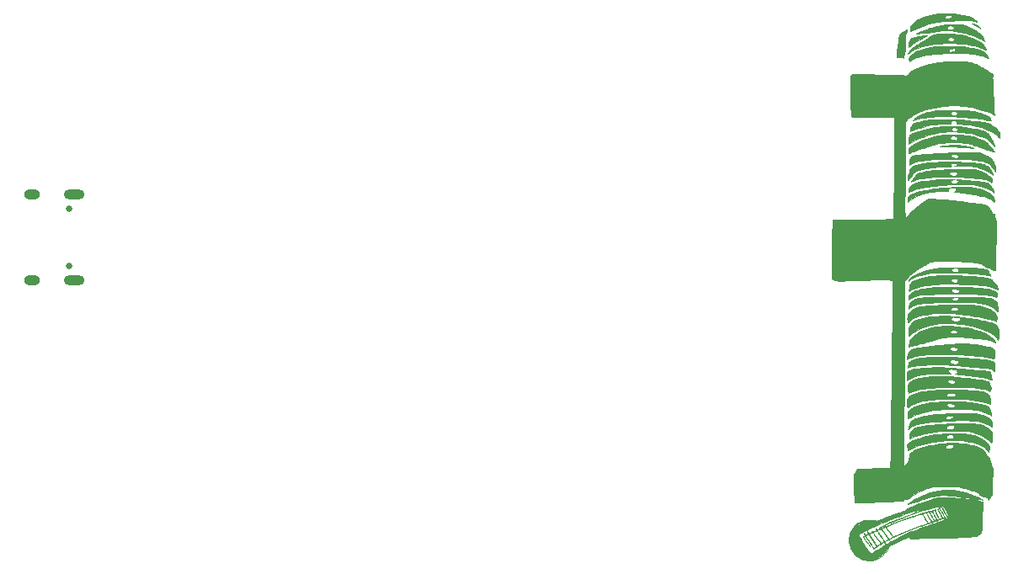
<source format=gbr>
%TF.GenerationSoftware,KiCad,Pcbnew,(6.0.4-0)*%
%TF.CreationDate,2022-08-06T01:16:16+02:00*%
%TF.ProjectId,enisadev,656e6973-6164-4657-962e-6b696361645f,rev?*%
%TF.SameCoordinates,PXb71b00PYb71b00*%
%TF.FileFunction,Soldermask,Bot*%
%TF.FilePolarity,Negative*%
%FSLAX46Y46*%
G04 Gerber Fmt 4.6, Leading zero omitted, Abs format (unit mm)*
G04 Created by KiCad (PCBNEW (6.0.4-0)) date 2022-08-06 01:16:16*
%MOMM*%
%LPD*%
G01*
G04 APERTURE LIST*
%ADD10C,0.010000*%
%ADD11C,0.650000*%
%ADD12O,2.100000X1.000000*%
%ADD13O,1.600000X1.000000*%
G04 APERTURE END LIST*
%TO.C,G\u002A\u002A\u002A*%
G36*
X96050040Y-52475510D02*
G01*
X96052787Y-52490773D01*
X96077016Y-52518276D01*
X96094982Y-52546720D01*
X96096230Y-52610023D01*
X96095339Y-52623565D01*
X96100920Y-52684049D01*
X96123755Y-52758772D01*
X96166849Y-52858299D01*
X96168881Y-52862628D01*
X96217909Y-52967719D01*
X96271176Y-53082874D01*
X96317503Y-53183929D01*
X96344783Y-53246190D01*
X96361701Y-53291713D01*
X96362291Y-53305800D01*
X96348772Y-53291592D01*
X96323359Y-53252228D01*
X96288269Y-53190848D01*
X96245720Y-53110590D01*
X96197929Y-53014596D01*
X96160781Y-52937784D01*
X96113446Y-52840111D01*
X96072458Y-52755752D01*
X96043839Y-52697113D01*
X96019998Y-52653434D01*
X95981286Y-52608825D01*
X95933623Y-52588493D01*
X95926292Y-52586871D01*
X95899040Y-52577678D01*
X95908149Y-52572600D01*
X95910974Y-52572257D01*
X95947365Y-52550621D01*
X95982233Y-52506730D01*
X95987885Y-52497055D01*
X96020160Y-52453786D01*
X96042006Y-52446086D01*
X96050040Y-52475510D01*
G37*
D10*
X96050040Y-52475510D02*
X96052787Y-52490773D01*
X96077016Y-52518276D01*
X96094982Y-52546720D01*
X96096230Y-52610023D01*
X96095339Y-52623565D01*
X96100920Y-52684049D01*
X96123755Y-52758772D01*
X96166849Y-52858299D01*
X96168881Y-52862628D01*
X96217909Y-52967719D01*
X96271176Y-53082874D01*
X96317503Y-53183929D01*
X96344783Y-53246190D01*
X96361701Y-53291713D01*
X96362291Y-53305800D01*
X96348772Y-53291592D01*
X96323359Y-53252228D01*
X96288269Y-53190848D01*
X96245720Y-53110590D01*
X96197929Y-53014596D01*
X96160781Y-52937784D01*
X96113446Y-52840111D01*
X96072458Y-52755752D01*
X96043839Y-52697113D01*
X96019998Y-52653434D01*
X95981286Y-52608825D01*
X95933623Y-52588493D01*
X95926292Y-52586871D01*
X95899040Y-52577678D01*
X95908149Y-52572600D01*
X95910974Y-52572257D01*
X95947365Y-52550621D01*
X95982233Y-52506730D01*
X95987885Y-52497055D01*
X96020160Y-52453786D01*
X96042006Y-52446086D01*
X96050040Y-52475510D01*
G36*
X96409873Y-53363846D02*
G01*
X96399290Y-53374429D01*
X96388706Y-53363846D01*
X96399290Y-53353263D01*
X96409873Y-53363846D01*
G37*
X96409873Y-53363846D02*
X96399290Y-53374429D01*
X96388706Y-53363846D01*
X96399290Y-53353263D01*
X96409873Y-53363846D01*
G36*
X90991206Y-55882679D02*
G01*
X90980623Y-55893263D01*
X90970040Y-55882679D01*
X90980623Y-55872096D01*
X90991206Y-55882679D01*
G37*
X90991206Y-55882679D02*
X90980623Y-55893263D01*
X90970040Y-55882679D01*
X90980623Y-55872096D01*
X90991206Y-55882679D01*
G36*
X89509540Y-56200179D02*
G01*
X89498956Y-56210763D01*
X89488373Y-56200179D01*
X89498956Y-56189596D01*
X89509540Y-56200179D01*
G37*
X89509540Y-56200179D02*
X89498956Y-56210763D01*
X89488373Y-56200179D01*
X89498956Y-56189596D01*
X89509540Y-56200179D01*
G36*
X99796232Y-3596636D02*
G01*
X99872603Y-3615305D01*
X99965283Y-3642710D01*
X100062321Y-3675066D01*
X100151762Y-3708589D01*
X100221654Y-3739495D01*
X100258425Y-3760240D01*
X100330208Y-3809016D01*
X100406621Y-3868646D01*
X100479779Y-3932136D01*
X100541797Y-3992493D01*
X100584790Y-4042724D01*
X100600873Y-4075835D01*
X100597086Y-4080524D01*
X100568648Y-4074377D01*
X100521498Y-4049622D01*
X100481816Y-4026438D01*
X100409841Y-3986273D01*
X100315061Y-3934463D01*
X100205100Y-3875171D01*
X100087581Y-3812562D01*
X99951598Y-3739618D01*
X99848539Y-3681954D01*
X99779182Y-3639686D01*
X99741275Y-3611332D01*
X99732572Y-3595408D01*
X99750821Y-3590429D01*
X99796232Y-3596636D01*
G37*
X99796232Y-3596636D02*
X99872603Y-3615305D01*
X99965283Y-3642710D01*
X100062321Y-3675066D01*
X100151762Y-3708589D01*
X100221654Y-3739495D01*
X100258425Y-3760240D01*
X100330208Y-3809016D01*
X100406621Y-3868646D01*
X100479779Y-3932136D01*
X100541797Y-3992493D01*
X100584790Y-4042724D01*
X100600873Y-4075835D01*
X100597086Y-4080524D01*
X100568648Y-4074377D01*
X100521498Y-4049622D01*
X100481816Y-4026438D01*
X100409841Y-3986273D01*
X100315061Y-3934463D01*
X100205100Y-3875171D01*
X100087581Y-3812562D01*
X99951598Y-3739618D01*
X99848539Y-3681954D01*
X99779182Y-3639686D01*
X99741275Y-3611332D01*
X99732572Y-3595408D01*
X99750821Y-3590429D01*
X99796232Y-3596636D01*
G36*
X99694750Y-2981600D02*
G01*
X99775877Y-3033618D01*
X99864793Y-3095610D01*
X99955374Y-3162764D01*
X100041498Y-3230268D01*
X100117042Y-3293310D01*
X100175883Y-3347078D01*
X100211898Y-3386761D01*
X100218965Y-3407547D01*
X100198130Y-3408372D01*
X100147560Y-3398492D01*
X100079635Y-3379597D01*
X99923300Y-3340553D01*
X99722859Y-3308694D01*
X99494509Y-3287589D01*
X99245135Y-3277860D01*
X98981623Y-3280133D01*
X98755884Y-3287354D01*
X98419334Y-3298575D01*
X98118964Y-3309343D01*
X97850964Y-3319943D01*
X97611525Y-3330661D01*
X97396837Y-3341781D01*
X97203091Y-3353590D01*
X97026477Y-3366371D01*
X96863185Y-3380410D01*
X96709406Y-3395993D01*
X96561331Y-3413403D01*
X96415150Y-3432927D01*
X96267053Y-3454850D01*
X96113231Y-3479455D01*
X95949875Y-3507030D01*
X95947215Y-3507488D01*
X95705274Y-3551186D01*
X95494694Y-3594486D01*
X95305770Y-3640491D01*
X95128797Y-3692303D01*
X94954071Y-3753023D01*
X94771885Y-3825756D01*
X94572537Y-3913604D01*
X94346320Y-4019668D01*
X94290234Y-4046444D01*
X94155035Y-4110544D01*
X94027127Y-4170605D01*
X93914218Y-4223038D01*
X93824018Y-4264254D01*
X93764237Y-4290663D01*
X93689067Y-4320176D01*
X93623166Y-4341865D01*
X93581477Y-4350757D01*
X93577831Y-4350797D01*
X93550225Y-4341401D01*
X93530843Y-4310764D01*
X93518486Y-4253646D01*
X93511951Y-4164810D01*
X93510040Y-4039018D01*
X93510040Y-3857899D01*
X93698793Y-3673409D01*
X93793462Y-3585642D01*
X94030751Y-3397226D01*
X94297602Y-3222184D01*
X94585609Y-3064878D01*
X94882197Y-2931542D01*
X96985454Y-2931542D01*
X96985796Y-2993769D01*
X97024500Y-3051397D01*
X97030815Y-3056653D01*
X97092175Y-3083507D01*
X97188541Y-3095208D01*
X97278356Y-3094893D01*
X97404785Y-3080330D01*
X97514081Y-3051192D01*
X97602052Y-3010260D01*
X97664507Y-2960318D01*
X97697256Y-2904149D01*
X97696107Y-2844534D01*
X97656869Y-2784258D01*
X97634547Y-2764867D01*
X97607349Y-2752527D01*
X97566997Y-2747486D01*
X97503824Y-2748596D01*
X97408161Y-2754708D01*
X97391209Y-2756007D01*
X97279974Y-2768769D01*
X97183461Y-2786753D01*
X97115475Y-2807471D01*
X97090014Y-2819695D01*
X97021014Y-2871317D01*
X96985454Y-2931542D01*
X94882197Y-2931542D01*
X94886365Y-2929668D01*
X95191464Y-2820914D01*
X95492501Y-2742977D01*
X95496434Y-2742167D01*
X95924433Y-2669881D01*
X96381064Y-2622304D01*
X96860549Y-2599558D01*
X97357114Y-2601767D01*
X97864980Y-2629054D01*
X98378373Y-2681542D01*
X98432549Y-2688479D01*
X98727467Y-2729418D01*
X98982108Y-2770726D01*
X99198229Y-2812775D01*
X99377590Y-2855937D01*
X99521947Y-2900585D01*
X99530463Y-2904149D01*
X99633058Y-2947090D01*
X99694750Y-2981600D01*
G37*
X99694750Y-2981600D02*
X99775877Y-3033618D01*
X99864793Y-3095610D01*
X99955374Y-3162764D01*
X100041498Y-3230268D01*
X100117042Y-3293310D01*
X100175883Y-3347078D01*
X100211898Y-3386761D01*
X100218965Y-3407547D01*
X100198130Y-3408372D01*
X100147560Y-3398492D01*
X100079635Y-3379597D01*
X99923300Y-3340553D01*
X99722859Y-3308694D01*
X99494509Y-3287589D01*
X99245135Y-3277860D01*
X98981623Y-3280133D01*
X98755884Y-3287354D01*
X98419334Y-3298575D01*
X98118964Y-3309343D01*
X97850964Y-3319943D01*
X97611525Y-3330661D01*
X97396837Y-3341781D01*
X97203091Y-3353590D01*
X97026477Y-3366371D01*
X96863185Y-3380410D01*
X96709406Y-3395993D01*
X96561331Y-3413403D01*
X96415150Y-3432927D01*
X96267053Y-3454850D01*
X96113231Y-3479455D01*
X95949875Y-3507030D01*
X95947215Y-3507488D01*
X95705274Y-3551186D01*
X95494694Y-3594486D01*
X95305770Y-3640491D01*
X95128797Y-3692303D01*
X94954071Y-3753023D01*
X94771885Y-3825756D01*
X94572537Y-3913604D01*
X94346320Y-4019668D01*
X94290234Y-4046444D01*
X94155035Y-4110544D01*
X94027127Y-4170605D01*
X93914218Y-4223038D01*
X93824018Y-4264254D01*
X93764237Y-4290663D01*
X93689067Y-4320176D01*
X93623166Y-4341865D01*
X93581477Y-4350757D01*
X93577831Y-4350797D01*
X93550225Y-4341401D01*
X93530843Y-4310764D01*
X93518486Y-4253646D01*
X93511951Y-4164810D01*
X93510040Y-4039018D01*
X93510040Y-3857899D01*
X93698793Y-3673409D01*
X93793462Y-3585642D01*
X94030751Y-3397226D01*
X94297602Y-3222184D01*
X94585609Y-3064878D01*
X94882197Y-2931542D01*
X96985454Y-2931542D01*
X96985796Y-2993769D01*
X97024500Y-3051397D01*
X97030815Y-3056653D01*
X97092175Y-3083507D01*
X97188541Y-3095208D01*
X97278356Y-3094893D01*
X97404785Y-3080330D01*
X97514081Y-3051192D01*
X97602052Y-3010260D01*
X97664507Y-2960318D01*
X97697256Y-2904149D01*
X97696107Y-2844534D01*
X97656869Y-2784258D01*
X97634547Y-2764867D01*
X97607349Y-2752527D01*
X97566997Y-2747486D01*
X97503824Y-2748596D01*
X97408161Y-2754708D01*
X97391209Y-2756007D01*
X97279974Y-2768769D01*
X97183461Y-2786753D01*
X97115475Y-2807471D01*
X97090014Y-2819695D01*
X97021014Y-2871317D01*
X96985454Y-2931542D01*
X94882197Y-2931542D01*
X94886365Y-2929668D01*
X95191464Y-2820914D01*
X95492501Y-2742977D01*
X95496434Y-2742167D01*
X95924433Y-2669881D01*
X96381064Y-2622304D01*
X96860549Y-2599558D01*
X97357114Y-2601767D01*
X97864980Y-2629054D01*
X98378373Y-2681542D01*
X98432549Y-2688479D01*
X98727467Y-2729418D01*
X98982108Y-2770726D01*
X99198229Y-2812775D01*
X99377590Y-2855937D01*
X99521947Y-2900585D01*
X99530463Y-2904149D01*
X99633058Y-2947090D01*
X99694750Y-2981600D01*
G36*
X99869988Y-4182843D02*
G01*
X100081275Y-4299754D01*
X100260987Y-4408975D01*
X100412703Y-4512895D01*
X100540004Y-4613904D01*
X100646470Y-4714392D01*
X100735679Y-4816747D01*
X100740145Y-4822474D01*
X100818934Y-4937433D01*
X100888118Y-5063075D01*
X100940973Y-5185808D01*
X100970778Y-5292041D01*
X100984912Y-5374404D01*
X100914601Y-5331645D01*
X100883321Y-5312596D01*
X100816697Y-5271971D01*
X100732978Y-5220884D01*
X100643206Y-5166073D01*
X100536137Y-5103359D01*
X100223874Y-4945827D01*
X99871518Y-4801690D01*
X99479054Y-4670945D01*
X99046469Y-4553585D01*
X98573747Y-4449607D01*
X98060873Y-4359005D01*
X98011388Y-4351660D01*
X97932209Y-4342017D01*
X97846314Y-4334525D01*
X97747768Y-4328947D01*
X97630637Y-4325047D01*
X97488984Y-4322587D01*
X97316874Y-4321332D01*
X97108373Y-4321045D01*
X97052450Y-4321080D01*
X96859445Y-4321507D01*
X96700318Y-4322940D01*
X96568343Y-4326102D01*
X96456794Y-4331716D01*
X96358946Y-4340505D01*
X96268072Y-4353191D01*
X96177447Y-4370498D01*
X96080344Y-4393148D01*
X95970039Y-4421864D01*
X95839805Y-4457368D01*
X95786989Y-4470615D01*
X95686037Y-4488265D01*
X95570657Y-4497843D01*
X95427055Y-4500800D01*
X95354644Y-4501603D01*
X95210985Y-4507234D01*
X95049544Y-4518697D01*
X94864371Y-4536530D01*
X94649519Y-4561269D01*
X94399040Y-4593449D01*
X94327221Y-4602609D01*
X94247676Y-4611558D01*
X94192030Y-4616350D01*
X94169291Y-4616094D01*
X94179854Y-4604423D01*
X94223419Y-4578721D01*
X94294542Y-4542155D01*
X94387239Y-4497533D01*
X94495528Y-4447663D01*
X94613427Y-4395354D01*
X94734953Y-4343413D01*
X94854123Y-4294649D01*
X94907290Y-4273748D01*
X95194252Y-4170142D01*
X95508598Y-4071487D01*
X95767152Y-4000580D01*
X97265631Y-4000580D01*
X97266313Y-4063807D01*
X97298597Y-4123588D01*
X97366747Y-4174907D01*
X97391785Y-4185507D01*
X97466116Y-4204330D01*
X97555669Y-4216339D01*
X97646392Y-4220596D01*
X97724228Y-4216166D01*
X97775123Y-4202112D01*
X97830159Y-4164971D01*
X97891806Y-4098739D01*
X97912706Y-4029848D01*
X97912476Y-4012848D01*
X97905627Y-3959393D01*
X97884259Y-3919301D01*
X97841667Y-3886951D01*
X97771146Y-3856720D01*
X97665992Y-3822988D01*
X97586993Y-3808293D01*
X97493633Y-3813520D01*
X97410552Y-3840377D01*
X97342015Y-3883850D01*
X97292287Y-3938923D01*
X97265631Y-4000580D01*
X95767152Y-4000580D01*
X95854063Y-3976745D01*
X96234381Y-3884879D01*
X96653290Y-3794851D01*
X96796045Y-3765918D01*
X96968854Y-3731728D01*
X97113204Y-3704973D01*
X97236699Y-3684874D01*
X97346945Y-3670652D01*
X97451546Y-3661527D01*
X97558110Y-3656721D01*
X97674240Y-3655454D01*
X97807543Y-3656948D01*
X97965623Y-3660423D01*
X98042361Y-3662349D01*
X98255698Y-3668895D01*
X98435867Y-3677461D01*
X98589803Y-3689576D01*
X98724443Y-3706770D01*
X98846724Y-3730573D01*
X98963580Y-3762515D01*
X99081948Y-3804126D01*
X99208765Y-3856936D01*
X99350966Y-3922474D01*
X99515488Y-4002271D01*
X99571103Y-4029848D01*
X99623546Y-4055853D01*
X99869988Y-4182843D01*
G37*
X99869988Y-4182843D02*
X100081275Y-4299754D01*
X100260987Y-4408975D01*
X100412703Y-4512895D01*
X100540004Y-4613904D01*
X100646470Y-4714392D01*
X100735679Y-4816747D01*
X100740145Y-4822474D01*
X100818934Y-4937433D01*
X100888118Y-5063075D01*
X100940973Y-5185808D01*
X100970778Y-5292041D01*
X100984912Y-5374404D01*
X100914601Y-5331645D01*
X100883321Y-5312596D01*
X100816697Y-5271971D01*
X100732978Y-5220884D01*
X100643206Y-5166073D01*
X100536137Y-5103359D01*
X100223874Y-4945827D01*
X99871518Y-4801690D01*
X99479054Y-4670945D01*
X99046469Y-4553585D01*
X98573747Y-4449607D01*
X98060873Y-4359005D01*
X98011388Y-4351660D01*
X97932209Y-4342017D01*
X97846314Y-4334525D01*
X97747768Y-4328947D01*
X97630637Y-4325047D01*
X97488984Y-4322587D01*
X97316874Y-4321332D01*
X97108373Y-4321045D01*
X97052450Y-4321080D01*
X96859445Y-4321507D01*
X96700318Y-4322940D01*
X96568343Y-4326102D01*
X96456794Y-4331716D01*
X96358946Y-4340505D01*
X96268072Y-4353191D01*
X96177447Y-4370498D01*
X96080344Y-4393148D01*
X95970039Y-4421864D01*
X95839805Y-4457368D01*
X95786989Y-4470615D01*
X95686037Y-4488265D01*
X95570657Y-4497843D01*
X95427055Y-4500800D01*
X95354644Y-4501603D01*
X95210985Y-4507234D01*
X95049544Y-4518697D01*
X94864371Y-4536530D01*
X94649519Y-4561269D01*
X94399040Y-4593449D01*
X94327221Y-4602609D01*
X94247676Y-4611558D01*
X94192030Y-4616350D01*
X94169291Y-4616094D01*
X94179854Y-4604423D01*
X94223419Y-4578721D01*
X94294542Y-4542155D01*
X94387239Y-4497533D01*
X94495528Y-4447663D01*
X94613427Y-4395354D01*
X94734953Y-4343413D01*
X94854123Y-4294649D01*
X94907290Y-4273748D01*
X95194252Y-4170142D01*
X95508598Y-4071487D01*
X95767152Y-4000580D01*
X97265631Y-4000580D01*
X97266313Y-4063807D01*
X97298597Y-4123588D01*
X97366747Y-4174907D01*
X97391785Y-4185507D01*
X97466116Y-4204330D01*
X97555669Y-4216339D01*
X97646392Y-4220596D01*
X97724228Y-4216166D01*
X97775123Y-4202112D01*
X97830159Y-4164971D01*
X97891806Y-4098739D01*
X97912706Y-4029848D01*
X97912476Y-4012848D01*
X97905627Y-3959393D01*
X97884259Y-3919301D01*
X97841667Y-3886951D01*
X97771146Y-3856720D01*
X97665992Y-3822988D01*
X97586993Y-3808293D01*
X97493633Y-3813520D01*
X97410552Y-3840377D01*
X97342015Y-3883850D01*
X97292287Y-3938923D01*
X97265631Y-4000580D01*
X95767152Y-4000580D01*
X95854063Y-3976745D01*
X96234381Y-3884879D01*
X96653290Y-3794851D01*
X96796045Y-3765918D01*
X96968854Y-3731728D01*
X97113204Y-3704973D01*
X97236699Y-3684874D01*
X97346945Y-3670652D01*
X97451546Y-3661527D01*
X97558110Y-3656721D01*
X97674240Y-3655454D01*
X97807543Y-3656948D01*
X97965623Y-3660423D01*
X98042361Y-3662349D01*
X98255698Y-3668895D01*
X98435867Y-3677461D01*
X98589803Y-3689576D01*
X98724443Y-3706770D01*
X98846724Y-3730573D01*
X98963580Y-3762515D01*
X99081948Y-3804126D01*
X99208765Y-3856936D01*
X99350966Y-3922474D01*
X99515488Y-4002271D01*
X99571103Y-4029848D01*
X99623546Y-4055853D01*
X99869988Y-4182843D01*
G36*
X95086956Y-4870528D02*
G01*
X95046549Y-4899536D01*
X94900000Y-4997292D01*
X94714604Y-5111779D01*
X94490385Y-5242984D01*
X94227366Y-5390891D01*
X94161335Y-5427453D01*
X94023220Y-5504344D01*
X93914051Y-5566203D01*
X93827999Y-5616762D01*
X93759235Y-5659752D01*
X93701929Y-5698906D01*
X93650251Y-5737957D01*
X93598373Y-5780636D01*
X93540465Y-5830677D01*
X93506786Y-5859468D01*
X93445966Y-5907856D01*
X93400531Y-5939163D01*
X93378421Y-5947658D01*
X93364617Y-5919044D01*
X93361603Y-5856671D01*
X93369295Y-5768863D01*
X93386250Y-5663209D01*
X93411028Y-5547295D01*
X93442186Y-5428708D01*
X93478282Y-5315035D01*
X93517875Y-5213864D01*
X93547863Y-5151179D01*
X93578887Y-5109318D01*
X93622594Y-5080428D01*
X93692834Y-5051671D01*
X93780119Y-5022989D01*
X93918887Y-4985951D01*
X94084610Y-4948356D01*
X94268884Y-4911753D01*
X94463307Y-4877692D01*
X94659479Y-4847723D01*
X94848996Y-4823395D01*
X95023456Y-4806257D01*
X95192790Y-4792819D01*
X95086956Y-4870528D01*
G37*
X95086956Y-4870528D02*
X95046549Y-4899536D01*
X94900000Y-4997292D01*
X94714604Y-5111779D01*
X94490385Y-5242984D01*
X94227366Y-5390891D01*
X94161335Y-5427453D01*
X94023220Y-5504344D01*
X93914051Y-5566203D01*
X93827999Y-5616762D01*
X93759235Y-5659752D01*
X93701929Y-5698906D01*
X93650251Y-5737957D01*
X93598373Y-5780636D01*
X93540465Y-5830677D01*
X93506786Y-5859468D01*
X93445966Y-5907856D01*
X93400531Y-5939163D01*
X93378421Y-5947658D01*
X93364617Y-5919044D01*
X93361603Y-5856671D01*
X93369295Y-5768863D01*
X93386250Y-5663209D01*
X93411028Y-5547295D01*
X93442186Y-5428708D01*
X93478282Y-5315035D01*
X93517875Y-5213864D01*
X93547863Y-5151179D01*
X93578887Y-5109318D01*
X93622594Y-5080428D01*
X93692834Y-5051671D01*
X93780119Y-5022989D01*
X93918887Y-4985951D01*
X94084610Y-4948356D01*
X94268884Y-4911753D01*
X94463307Y-4877692D01*
X94659479Y-4847723D01*
X94848996Y-4823395D01*
X95023456Y-4806257D01*
X95192790Y-4792819D01*
X95086956Y-4870528D01*
G36*
X100382366Y-5345130D02*
G01*
X100650778Y-5504938D01*
X100743269Y-5571736D01*
X100846816Y-5665493D01*
X100938688Y-5775434D01*
X101025699Y-5909970D01*
X101114661Y-6077513D01*
X101152382Y-6154521D01*
X101175301Y-6208632D01*
X101178466Y-6238857D01*
X101158081Y-6246557D01*
X101110349Y-6233093D01*
X101031476Y-6199824D01*
X100917665Y-6148111D01*
X100908901Y-6144120D01*
X100686739Y-6048751D01*
X100463945Y-5965112D01*
X100234566Y-5891756D01*
X99992649Y-5827235D01*
X99732241Y-5770103D01*
X99447389Y-5718912D01*
X99132139Y-5672215D01*
X98780540Y-5628564D01*
X98772889Y-5627704D01*
X98642083Y-5616404D01*
X98475899Y-5607001D01*
X98280802Y-5599495D01*
X98063252Y-5593886D01*
X97829712Y-5590173D01*
X97586645Y-5588356D01*
X97340514Y-5588434D01*
X97097779Y-5590408D01*
X96864905Y-5594277D01*
X96648353Y-5600040D01*
X96454586Y-5607698D01*
X96290066Y-5617250D01*
X96161256Y-5628696D01*
X96009483Y-5646991D01*
X95536901Y-5718055D01*
X95098966Y-5806406D01*
X94696798Y-5911763D01*
X94331517Y-6033842D01*
X94004245Y-6172361D01*
X93988413Y-6179922D01*
X93838731Y-6254296D01*
X93717489Y-6321579D01*
X93614289Y-6388455D01*
X93518735Y-6461608D01*
X93420430Y-6547723D01*
X93406235Y-6560710D01*
X93349792Y-6611001D01*
X93307807Y-6646286D01*
X93288498Y-6659596D01*
X93285815Y-6652027D01*
X93295419Y-6615872D01*
X93318247Y-6559038D01*
X93350524Y-6491743D01*
X93372685Y-6453672D01*
X93434028Y-6366818D01*
X93514077Y-6267783D01*
X93604113Y-6166603D01*
X93695423Y-6073318D01*
X93779289Y-5997963D01*
X93846472Y-5947510D01*
X93945953Y-5880393D01*
X94057149Y-5811112D01*
X94166206Y-5748597D01*
X94277633Y-5687787D01*
X94484288Y-5573041D01*
X94667529Y-5468061D01*
X94837257Y-5367008D01*
X95003376Y-5264045D01*
X95078404Y-5215866D01*
X97302436Y-5215866D01*
X97321232Y-5282314D01*
X97362803Y-5326326D01*
X97413834Y-5343580D01*
X97494188Y-5358522D01*
X97586753Y-5368568D01*
X97676111Y-5372071D01*
X97746843Y-5367382D01*
X97768200Y-5363239D01*
X97862006Y-5327917D01*
X97930302Y-5272685D01*
X97967490Y-5203631D01*
X97967973Y-5126841D01*
X97963939Y-5113183D01*
X97934770Y-5065624D01*
X97881511Y-5032228D01*
X97798232Y-5010335D01*
X97679004Y-4997287D01*
X97637512Y-4994618D01*
X97559670Y-4992032D01*
X97505478Y-4996563D01*
X97461833Y-5010053D01*
X97415630Y-5034348D01*
X97393916Y-5048429D01*
X97341926Y-5094137D01*
X97312047Y-5138398D01*
X97310631Y-5142597D01*
X97302436Y-5215866D01*
X95078404Y-5215866D01*
X95175786Y-5153332D01*
X95204160Y-5134891D01*
X95415198Y-5001588D01*
X95602369Y-4892440D01*
X95773440Y-4804912D01*
X95936178Y-4736470D01*
X96098350Y-4684580D01*
X96267721Y-4646708D01*
X96452060Y-4620321D01*
X96659133Y-4602883D01*
X96896706Y-4591862D01*
X97030994Y-4588839D01*
X97420140Y-4596101D01*
X97818004Y-4625695D01*
X98219053Y-4676277D01*
X98617753Y-4746499D01*
X99008572Y-4835018D01*
X99385976Y-4940486D01*
X99744431Y-5061558D01*
X99905542Y-5126841D01*
X100078406Y-5196887D01*
X100382366Y-5345130D01*
G37*
X100382366Y-5345130D02*
X100650778Y-5504938D01*
X100743269Y-5571736D01*
X100846816Y-5665493D01*
X100938688Y-5775434D01*
X101025699Y-5909970D01*
X101114661Y-6077513D01*
X101152382Y-6154521D01*
X101175301Y-6208632D01*
X101178466Y-6238857D01*
X101158081Y-6246557D01*
X101110349Y-6233093D01*
X101031476Y-6199824D01*
X100917665Y-6148111D01*
X100908901Y-6144120D01*
X100686739Y-6048751D01*
X100463945Y-5965112D01*
X100234566Y-5891756D01*
X99992649Y-5827235D01*
X99732241Y-5770103D01*
X99447389Y-5718912D01*
X99132139Y-5672215D01*
X98780540Y-5628564D01*
X98772889Y-5627704D01*
X98642083Y-5616404D01*
X98475899Y-5607001D01*
X98280802Y-5599495D01*
X98063252Y-5593886D01*
X97829712Y-5590173D01*
X97586645Y-5588356D01*
X97340514Y-5588434D01*
X97097779Y-5590408D01*
X96864905Y-5594277D01*
X96648353Y-5600040D01*
X96454586Y-5607698D01*
X96290066Y-5617250D01*
X96161256Y-5628696D01*
X96009483Y-5646991D01*
X95536901Y-5718055D01*
X95098966Y-5806406D01*
X94696798Y-5911763D01*
X94331517Y-6033842D01*
X94004245Y-6172361D01*
X93988413Y-6179922D01*
X93838731Y-6254296D01*
X93717489Y-6321579D01*
X93614289Y-6388455D01*
X93518735Y-6461608D01*
X93420430Y-6547723D01*
X93406235Y-6560710D01*
X93349792Y-6611001D01*
X93307807Y-6646286D01*
X93288498Y-6659596D01*
X93285815Y-6652027D01*
X93295419Y-6615872D01*
X93318247Y-6559038D01*
X93350524Y-6491743D01*
X93372685Y-6453672D01*
X93434028Y-6366818D01*
X93514077Y-6267783D01*
X93604113Y-6166603D01*
X93695423Y-6073318D01*
X93779289Y-5997963D01*
X93846472Y-5947510D01*
X93945953Y-5880393D01*
X94057149Y-5811112D01*
X94166206Y-5748597D01*
X94277633Y-5687787D01*
X94484288Y-5573041D01*
X94667529Y-5468061D01*
X94837257Y-5367008D01*
X95003376Y-5264045D01*
X95078404Y-5215866D01*
X97302436Y-5215866D01*
X97321232Y-5282314D01*
X97362803Y-5326326D01*
X97413834Y-5343580D01*
X97494188Y-5358522D01*
X97586753Y-5368568D01*
X97676111Y-5372071D01*
X97746843Y-5367382D01*
X97768200Y-5363239D01*
X97862006Y-5327917D01*
X97930302Y-5272685D01*
X97967490Y-5203631D01*
X97967973Y-5126841D01*
X97963939Y-5113183D01*
X97934770Y-5065624D01*
X97881511Y-5032228D01*
X97798232Y-5010335D01*
X97679004Y-4997287D01*
X97637512Y-4994618D01*
X97559670Y-4992032D01*
X97505478Y-4996563D01*
X97461833Y-5010053D01*
X97415630Y-5034348D01*
X97393916Y-5048429D01*
X97341926Y-5094137D01*
X97312047Y-5138398D01*
X97310631Y-5142597D01*
X97302436Y-5215866D01*
X95078404Y-5215866D01*
X95175786Y-5153332D01*
X95204160Y-5134891D01*
X95415198Y-5001588D01*
X95602369Y-4892440D01*
X95773440Y-4804912D01*
X95936178Y-4736470D01*
X96098350Y-4684580D01*
X96267721Y-4646708D01*
X96452060Y-4620321D01*
X96659133Y-4602883D01*
X96896706Y-4591862D01*
X97030994Y-4588839D01*
X97420140Y-4596101D01*
X97818004Y-4625695D01*
X98219053Y-4676277D01*
X98617753Y-4746499D01*
X99008572Y-4835018D01*
X99385976Y-4940486D01*
X99744431Y-5061558D01*
X99905542Y-5126841D01*
X100078406Y-5196887D01*
X100382366Y-5345130D01*
G36*
X93208158Y-4208819D02*
G01*
X93213809Y-4241243D01*
X93211305Y-4291949D01*
X93201922Y-4345561D01*
X93186936Y-4386707D01*
X93170868Y-4414426D01*
X93126093Y-4495211D01*
X93097097Y-4556954D01*
X93078366Y-4612635D01*
X93064386Y-4675234D01*
X93062959Y-4684309D01*
X93057628Y-4741061D01*
X93051817Y-4833362D01*
X93045747Y-4955960D01*
X93039641Y-5103603D01*
X93033722Y-5271042D01*
X93028212Y-5453023D01*
X93023333Y-5644297D01*
X93020288Y-5773705D01*
X93015348Y-5969284D01*
X93010658Y-6129568D01*
X93005942Y-6259031D01*
X93000920Y-6362147D01*
X92995315Y-6443391D01*
X92988849Y-6507237D01*
X92981243Y-6558159D01*
X92972220Y-6600632D01*
X92961501Y-6639130D01*
X92956577Y-6655592D01*
X92931182Y-6749546D01*
X92904443Y-6860045D01*
X92881397Y-6966513D01*
X92875846Y-6993975D01*
X92859541Y-7068678D01*
X92848472Y-7105808D01*
X92841352Y-7108663D01*
X92836893Y-7080537D01*
X92830497Y-7004062D01*
X92701497Y-6990579D01*
X92679096Y-6988491D01*
X92587471Y-6982677D01*
X92478541Y-6978620D01*
X92371298Y-6977096D01*
X92170100Y-6977096D01*
X92184492Y-6690308D01*
X92191877Y-6581712D01*
X92204689Y-6440419D01*
X92221904Y-6276074D01*
X92242653Y-6095194D01*
X92266070Y-5904295D01*
X92291285Y-5709894D01*
X92317430Y-5518508D01*
X92343637Y-5336654D01*
X92369037Y-5170850D01*
X92392763Y-5027611D01*
X92413945Y-4913454D01*
X92431715Y-4834898D01*
X92439607Y-4809697D01*
X92478270Y-4734346D01*
X92542220Y-4658869D01*
X92636223Y-4578304D01*
X92765043Y-4487689D01*
X92807350Y-4459802D01*
X92904556Y-4395494D01*
X92997174Y-4333949D01*
X93069797Y-4285393D01*
X93071306Y-4284379D01*
X93133031Y-4243982D01*
X93179978Y-4215220D01*
X93202089Y-4204263D01*
X93208158Y-4208819D01*
G37*
X93208158Y-4208819D02*
X93213809Y-4241243D01*
X93211305Y-4291949D01*
X93201922Y-4345561D01*
X93186936Y-4386707D01*
X93170868Y-4414426D01*
X93126093Y-4495211D01*
X93097097Y-4556954D01*
X93078366Y-4612635D01*
X93064386Y-4675234D01*
X93062959Y-4684309D01*
X93057628Y-4741061D01*
X93051817Y-4833362D01*
X93045747Y-4955960D01*
X93039641Y-5103603D01*
X93033722Y-5271042D01*
X93028212Y-5453023D01*
X93023333Y-5644297D01*
X93020288Y-5773705D01*
X93015348Y-5969284D01*
X93010658Y-6129568D01*
X93005942Y-6259031D01*
X93000920Y-6362147D01*
X92995315Y-6443391D01*
X92988849Y-6507237D01*
X92981243Y-6558159D01*
X92972220Y-6600632D01*
X92961501Y-6639130D01*
X92956577Y-6655592D01*
X92931182Y-6749546D01*
X92904443Y-6860045D01*
X92881397Y-6966513D01*
X92875846Y-6993975D01*
X92859541Y-7068678D01*
X92848472Y-7105808D01*
X92841352Y-7108663D01*
X92836893Y-7080537D01*
X92830497Y-7004062D01*
X92701497Y-6990579D01*
X92679096Y-6988491D01*
X92587471Y-6982677D01*
X92478541Y-6978620D01*
X92371298Y-6977096D01*
X92170100Y-6977096D01*
X92184492Y-6690308D01*
X92191877Y-6581712D01*
X92204689Y-6440419D01*
X92221904Y-6276074D01*
X92242653Y-6095194D01*
X92266070Y-5904295D01*
X92291285Y-5709894D01*
X92317430Y-5518508D01*
X92343637Y-5336654D01*
X92369037Y-5170850D01*
X92392763Y-5027611D01*
X92413945Y-4913454D01*
X92431715Y-4834898D01*
X92439607Y-4809697D01*
X92478270Y-4734346D01*
X92542220Y-4658869D01*
X92636223Y-4578304D01*
X92765043Y-4487689D01*
X92807350Y-4459802D01*
X92904556Y-4395494D01*
X92997174Y-4333949D01*
X93069797Y-4285393D01*
X93071306Y-4284379D01*
X93133031Y-4243982D01*
X93179978Y-4215220D01*
X93202089Y-4204263D01*
X93208158Y-4208819D01*
G36*
X100872995Y-6439027D02*
G01*
X101035673Y-6539163D01*
X101160879Y-6643932D01*
X101246239Y-6752565D01*
X101273609Y-6804947D01*
X101305524Y-6876093D01*
X101335786Y-6951650D01*
X101360358Y-7020911D01*
X101375209Y-7073170D01*
X101376302Y-7097723D01*
X101371544Y-7097771D01*
X101337017Y-7086574D01*
X101277307Y-7062320D01*
X101201622Y-7028652D01*
X101166209Y-7012477D01*
X100967597Y-6928293D01*
X100773801Y-6858839D01*
X100573036Y-6800631D01*
X100353517Y-6750185D01*
X100103456Y-6704017D01*
X100024431Y-6690860D01*
X99875086Y-6666899D01*
X99739125Y-6646869D01*
X99610976Y-6630426D01*
X99485068Y-6617230D01*
X99355829Y-6606936D01*
X99217688Y-6599203D01*
X99065074Y-6593690D01*
X98892415Y-6590052D01*
X98694140Y-6587949D01*
X98464678Y-6587037D01*
X98198456Y-6586975D01*
X97997913Y-6587420D01*
X97685736Y-6589506D01*
X97405574Y-6593484D01*
X97150940Y-6599606D01*
X96915346Y-6608124D01*
X96692303Y-6619292D01*
X96475326Y-6633360D01*
X96257925Y-6650582D01*
X96033613Y-6671211D01*
X95880135Y-6686726D01*
X95494444Y-6731392D01*
X95148344Y-6780493D01*
X94839965Y-6834421D01*
X94567439Y-6893564D01*
X94328897Y-6958312D01*
X94122469Y-7029054D01*
X93946286Y-7106179D01*
X93908950Y-7125351D01*
X93806879Y-7182675D01*
X93704386Y-7246146D01*
X93611005Y-7309419D01*
X93536271Y-7366151D01*
X93489716Y-7409997D01*
X93475201Y-7424718D01*
X93450965Y-7429980D01*
X93432710Y-7400378D01*
X93419363Y-7333451D01*
X93409852Y-7226740D01*
X93408592Y-7205411D01*
X93406650Y-7107793D01*
X93416492Y-7032324D01*
X93442871Y-6966204D01*
X93490536Y-6896632D01*
X93564239Y-6810807D01*
X93610193Y-6762334D01*
X93752298Y-6638524D01*
X93922317Y-6524661D01*
X94123112Y-6419351D01*
X94268404Y-6358520D01*
X97408653Y-6358520D01*
X97437968Y-6414667D01*
X97468372Y-6432508D01*
X97538336Y-6446248D01*
X97629660Y-6447139D01*
X97731609Y-6436469D01*
X97833444Y-6415526D01*
X97924429Y-6385597D01*
X97993828Y-6347973D01*
X98028084Y-6317542D01*
X98057981Y-6259101D01*
X98052434Y-6184351D01*
X98045138Y-6163229D01*
X98010893Y-6123684D01*
X97950685Y-6103692D01*
X97860229Y-6102367D01*
X97735243Y-6118826D01*
X97710037Y-6123237D01*
X97621891Y-6139546D01*
X97562585Y-6153730D01*
X97521581Y-6169629D01*
X97488342Y-6191084D01*
X97452331Y-6221934D01*
X97442744Y-6231517D01*
X97410658Y-6291931D01*
X97408653Y-6358520D01*
X94268404Y-6358520D01*
X94357548Y-6321197D01*
X94628486Y-6228804D01*
X94938790Y-6140776D01*
X95174765Y-6083897D01*
X95611658Y-5999784D01*
X96077503Y-5934716D01*
X96566497Y-5889056D01*
X97072837Y-5863172D01*
X97590722Y-5857427D01*
X98114349Y-5872188D01*
X98637914Y-5907821D01*
X98884454Y-5932404D01*
X99242963Y-5978576D01*
X99580617Y-6034764D01*
X99895044Y-6100198D01*
X100183870Y-6174111D01*
X100444719Y-6255732D01*
X100453488Y-6259101D01*
X100675219Y-6344294D01*
X100872995Y-6439027D01*
G37*
X100872995Y-6439027D02*
X101035673Y-6539163D01*
X101160879Y-6643932D01*
X101246239Y-6752565D01*
X101273609Y-6804947D01*
X101305524Y-6876093D01*
X101335786Y-6951650D01*
X101360358Y-7020911D01*
X101375209Y-7073170D01*
X101376302Y-7097723D01*
X101371544Y-7097771D01*
X101337017Y-7086574D01*
X101277307Y-7062320D01*
X101201622Y-7028652D01*
X101166209Y-7012477D01*
X100967597Y-6928293D01*
X100773801Y-6858839D01*
X100573036Y-6800631D01*
X100353517Y-6750185D01*
X100103456Y-6704017D01*
X100024431Y-6690860D01*
X99875086Y-6666899D01*
X99739125Y-6646869D01*
X99610976Y-6630426D01*
X99485068Y-6617230D01*
X99355829Y-6606936D01*
X99217688Y-6599203D01*
X99065074Y-6593690D01*
X98892415Y-6590052D01*
X98694140Y-6587949D01*
X98464678Y-6587037D01*
X98198456Y-6586975D01*
X97997913Y-6587420D01*
X97685736Y-6589506D01*
X97405574Y-6593484D01*
X97150940Y-6599606D01*
X96915346Y-6608124D01*
X96692303Y-6619292D01*
X96475326Y-6633360D01*
X96257925Y-6650582D01*
X96033613Y-6671211D01*
X95880135Y-6686726D01*
X95494444Y-6731392D01*
X95148344Y-6780493D01*
X94839965Y-6834421D01*
X94567439Y-6893564D01*
X94328897Y-6958312D01*
X94122469Y-7029054D01*
X93946286Y-7106179D01*
X93908950Y-7125351D01*
X93806879Y-7182675D01*
X93704386Y-7246146D01*
X93611005Y-7309419D01*
X93536271Y-7366151D01*
X93489716Y-7409997D01*
X93475201Y-7424718D01*
X93450965Y-7429980D01*
X93432710Y-7400378D01*
X93419363Y-7333451D01*
X93409852Y-7226740D01*
X93408592Y-7205411D01*
X93406650Y-7107793D01*
X93416492Y-7032324D01*
X93442871Y-6966204D01*
X93490536Y-6896632D01*
X93564239Y-6810807D01*
X93610193Y-6762334D01*
X93752298Y-6638524D01*
X93922317Y-6524661D01*
X94123112Y-6419351D01*
X94268404Y-6358520D01*
X97408653Y-6358520D01*
X97437968Y-6414667D01*
X97468372Y-6432508D01*
X97538336Y-6446248D01*
X97629660Y-6447139D01*
X97731609Y-6436469D01*
X97833444Y-6415526D01*
X97924429Y-6385597D01*
X97993828Y-6347973D01*
X98028084Y-6317542D01*
X98057981Y-6259101D01*
X98052434Y-6184351D01*
X98045138Y-6163229D01*
X98010893Y-6123684D01*
X97950685Y-6103692D01*
X97860229Y-6102367D01*
X97735243Y-6118826D01*
X97710037Y-6123237D01*
X97621891Y-6139546D01*
X97562585Y-6153730D01*
X97521581Y-6169629D01*
X97488342Y-6191084D01*
X97452331Y-6221934D01*
X97442744Y-6231517D01*
X97410658Y-6291931D01*
X97408653Y-6358520D01*
X94268404Y-6358520D01*
X94357548Y-6321197D01*
X94628486Y-6228804D01*
X94938790Y-6140776D01*
X95174765Y-6083897D01*
X95611658Y-5999784D01*
X96077503Y-5934716D01*
X96566497Y-5889056D01*
X97072837Y-5863172D01*
X97590722Y-5857427D01*
X98114349Y-5872188D01*
X98637914Y-5907821D01*
X98884454Y-5932404D01*
X99242963Y-5978576D01*
X99580617Y-6034764D01*
X99895044Y-6100198D01*
X100183870Y-6174111D01*
X100444719Y-6255732D01*
X100453488Y-6259101D01*
X100675219Y-6344294D01*
X100872995Y-6439027D01*
G36*
X100993858Y-12719437D02*
G01*
X101198518Y-12812451D01*
X101324091Y-12886103D01*
X101457978Y-12992618D01*
X101556472Y-13108622D01*
X101617263Y-13231250D01*
X101638040Y-13357636D01*
X101636856Y-13371557D01*
X101627874Y-13384134D01*
X101604380Y-13387647D01*
X101559780Y-13381619D01*
X101487481Y-13365574D01*
X101380890Y-13339034D01*
X101257155Y-13309810D01*
X101028114Y-13263771D01*
X100764696Y-13218870D01*
X100471795Y-13175516D01*
X100154300Y-13134120D01*
X99817105Y-13095091D01*
X99465101Y-13058838D01*
X99103179Y-13025771D01*
X98736232Y-12996300D01*
X98369150Y-12970834D01*
X98006827Y-12949783D01*
X97654152Y-12933557D01*
X97316019Y-12922565D01*
X96997319Y-12917217D01*
X96702944Y-12917923D01*
X96437785Y-12925092D01*
X96132145Y-12940312D01*
X95707804Y-12970352D01*
X95319597Y-13009537D01*
X94964311Y-13058329D01*
X94638733Y-13117191D01*
X94339649Y-13186586D01*
X94063847Y-13266977D01*
X94046159Y-13272682D01*
X93949915Y-13302501D01*
X93870192Y-13325201D01*
X93814854Y-13338649D01*
X93791769Y-13340714D01*
X93791751Y-13340696D01*
X93801531Y-13322267D01*
X93836055Y-13280392D01*
X93889896Y-13221272D01*
X93957629Y-13151110D01*
X93979117Y-13129550D01*
X94050972Y-13060773D01*
X94118920Y-13003359D01*
X94190230Y-12952963D01*
X94272168Y-12905244D01*
X94372004Y-12855857D01*
X94497004Y-12800459D01*
X94654437Y-12734708D01*
X94848556Y-12660017D01*
X97600390Y-12660017D01*
X97616158Y-12712743D01*
X97651308Y-12767168D01*
X97698730Y-12806814D01*
X97774920Y-12832911D01*
X97877453Y-12848034D01*
X97981208Y-12848049D01*
X98066365Y-12831619D01*
X98084728Y-12824779D01*
X98154596Y-12791444D01*
X98198719Y-12750799D01*
X98230497Y-12691394D01*
X98237109Y-12673215D01*
X98242838Y-12596207D01*
X98211231Y-12530712D01*
X98145779Y-12479704D01*
X98049972Y-12446156D01*
X97927298Y-12433041D01*
X97877976Y-12433946D01*
X97762920Y-12453985D01*
X97678703Y-12500675D01*
X97622961Y-12575118D01*
X97606838Y-12613090D01*
X97600390Y-12660017D01*
X94848556Y-12660017D01*
X94935527Y-12626553D01*
X95217966Y-12535436D01*
X95501210Y-12463751D01*
X95798762Y-12408102D01*
X96124123Y-12365093D01*
X96388479Y-12340262D01*
X96704626Y-12318998D01*
X97045578Y-12303402D01*
X97402993Y-12293500D01*
X97768532Y-12289316D01*
X98133851Y-12290877D01*
X98490612Y-12298206D01*
X98830471Y-12311331D01*
X99145089Y-12330276D01*
X99426123Y-12355066D01*
X99580438Y-12373237D01*
X99892054Y-12420671D01*
X100196129Y-12480795D01*
X100485738Y-12551822D01*
X100634284Y-12596207D01*
X100753956Y-12631965D01*
X100993858Y-12719437D01*
G37*
X100993858Y-12719437D02*
X101198518Y-12812451D01*
X101324091Y-12886103D01*
X101457978Y-12992618D01*
X101556472Y-13108622D01*
X101617263Y-13231250D01*
X101638040Y-13357636D01*
X101636856Y-13371557D01*
X101627874Y-13384134D01*
X101604380Y-13387647D01*
X101559780Y-13381619D01*
X101487481Y-13365574D01*
X101380890Y-13339034D01*
X101257155Y-13309810D01*
X101028114Y-13263771D01*
X100764696Y-13218870D01*
X100471795Y-13175516D01*
X100154300Y-13134120D01*
X99817105Y-13095091D01*
X99465101Y-13058838D01*
X99103179Y-13025771D01*
X98736232Y-12996300D01*
X98369150Y-12970834D01*
X98006827Y-12949783D01*
X97654152Y-12933557D01*
X97316019Y-12922565D01*
X96997319Y-12917217D01*
X96702944Y-12917923D01*
X96437785Y-12925092D01*
X96132145Y-12940312D01*
X95707804Y-12970352D01*
X95319597Y-13009537D01*
X94964311Y-13058329D01*
X94638733Y-13117191D01*
X94339649Y-13186586D01*
X94063847Y-13266977D01*
X94046159Y-13272682D01*
X93949915Y-13302501D01*
X93870192Y-13325201D01*
X93814854Y-13338649D01*
X93791769Y-13340714D01*
X93791751Y-13340696D01*
X93801531Y-13322267D01*
X93836055Y-13280392D01*
X93889896Y-13221272D01*
X93957629Y-13151110D01*
X93979117Y-13129550D01*
X94050972Y-13060773D01*
X94118920Y-13003359D01*
X94190230Y-12952963D01*
X94272168Y-12905244D01*
X94372004Y-12855857D01*
X94497004Y-12800459D01*
X94654437Y-12734708D01*
X94848556Y-12660017D01*
X97600390Y-12660017D01*
X97616158Y-12712743D01*
X97651308Y-12767168D01*
X97698730Y-12806814D01*
X97774920Y-12832911D01*
X97877453Y-12848034D01*
X97981208Y-12848049D01*
X98066365Y-12831619D01*
X98084728Y-12824779D01*
X98154596Y-12791444D01*
X98198719Y-12750799D01*
X98230497Y-12691394D01*
X98237109Y-12673215D01*
X98242838Y-12596207D01*
X98211231Y-12530712D01*
X98145779Y-12479704D01*
X98049972Y-12446156D01*
X97927298Y-12433041D01*
X97877976Y-12433946D01*
X97762920Y-12453985D01*
X97678703Y-12500675D01*
X97622961Y-12575118D01*
X97606838Y-12613090D01*
X97600390Y-12660017D01*
X94848556Y-12660017D01*
X94935527Y-12626553D01*
X95217966Y-12535436D01*
X95501210Y-12463751D01*
X95798762Y-12408102D01*
X96124123Y-12365093D01*
X96388479Y-12340262D01*
X96704626Y-12318998D01*
X97045578Y-12303402D01*
X97402993Y-12293500D01*
X97768532Y-12289316D01*
X98133851Y-12290877D01*
X98490612Y-12298206D01*
X98830471Y-12311331D01*
X99145089Y-12330276D01*
X99426123Y-12355066D01*
X99580438Y-12373237D01*
X99892054Y-12420671D01*
X100196129Y-12480795D01*
X100485738Y-12551822D01*
X100634284Y-12596207D01*
X100753956Y-12631965D01*
X100993858Y-12719437D01*
G36*
X97518626Y-13227601D02*
G01*
X98085617Y-13248361D01*
X98673002Y-13284143D01*
X99287073Y-13335208D01*
X99934123Y-13401818D01*
X100198591Y-13432628D01*
X100506335Y-13472363D01*
X100773880Y-13511892D01*
X101002431Y-13551448D01*
X101193193Y-13591265D01*
X101347370Y-13631575D01*
X101466167Y-13672612D01*
X101550788Y-13714608D01*
X101599565Y-13745168D01*
X101682229Y-13796971D01*
X101778440Y-13857271D01*
X101875892Y-13918359D01*
X101955054Y-13969889D01*
X102141245Y-14111430D01*
X102288891Y-14259019D01*
X102400746Y-14416272D01*
X102479567Y-14586803D01*
X102528108Y-14774228D01*
X102539568Y-14873671D01*
X102540834Y-14971214D01*
X102532414Y-15053616D01*
X102514831Y-15107726D01*
X102513275Y-15108479D01*
X102489904Y-15094896D01*
X102444260Y-15056869D01*
X102382112Y-14999452D01*
X102309230Y-14927694D01*
X102238568Y-14858784D01*
X102073213Y-14716657D01*
X101889448Y-14584813D01*
X101679431Y-14457895D01*
X101435321Y-14330543D01*
X101242015Y-14241738D01*
X100942723Y-14125092D01*
X100617328Y-14021626D01*
X100263319Y-13930782D01*
X99878185Y-13852004D01*
X99459411Y-13784736D01*
X99004488Y-13728421D01*
X98510903Y-13682502D01*
X98500640Y-13681678D01*
X98366456Y-13669421D01*
X98272759Y-13657641D01*
X98220162Y-13646433D01*
X98209278Y-13635891D01*
X98227396Y-13594635D01*
X98229738Y-13532562D01*
X98216949Y-13469655D01*
X98190702Y-13424906D01*
X98185906Y-13421023D01*
X98134085Y-13396833D01*
X98056452Y-13375986D01*
X97967309Y-13360988D01*
X97880961Y-13354341D01*
X97811712Y-13358551D01*
X97792545Y-13363718D01*
X97728600Y-13394009D01*
X97666969Y-13437806D01*
X97620053Y-13484480D01*
X97599975Y-13524875D01*
X97599671Y-13574346D01*
X97607873Y-13644596D01*
X97320021Y-13644596D01*
X97274270Y-13644764D01*
X96895059Y-13657707D01*
X96493450Y-13690181D01*
X96077454Y-13740645D01*
X95655088Y-13807558D01*
X95234365Y-13889380D01*
X94823300Y-13984571D01*
X94429908Y-14091590D01*
X94062202Y-14208897D01*
X93728196Y-14334952D01*
X93694085Y-14348844D01*
X93617782Y-14378401D01*
X93559374Y-14398916D01*
X93529380Y-14406596D01*
X93523736Y-14404869D01*
X93513899Y-14381645D01*
X93511354Y-14327157D01*
X93515676Y-14236116D01*
X93518017Y-14206671D01*
X93544598Y-14051208D01*
X93596159Y-13922297D01*
X93677023Y-13813861D01*
X93791515Y-13719823D01*
X93943956Y-13634106D01*
X94009027Y-13604788D01*
X94185846Y-13539777D01*
X94397209Y-13478430D01*
X94637737Y-13421729D01*
X94902051Y-13370655D01*
X95184773Y-13326192D01*
X95480524Y-13289321D01*
X95783925Y-13261025D01*
X96089598Y-13242286D01*
X96420655Y-13230104D01*
X96965736Y-13221603D01*
X97518626Y-13227601D01*
G37*
X97518626Y-13227601D02*
X98085617Y-13248361D01*
X98673002Y-13284143D01*
X99287073Y-13335208D01*
X99934123Y-13401818D01*
X100198591Y-13432628D01*
X100506335Y-13472363D01*
X100773880Y-13511892D01*
X101002431Y-13551448D01*
X101193193Y-13591265D01*
X101347370Y-13631575D01*
X101466167Y-13672612D01*
X101550788Y-13714608D01*
X101599565Y-13745168D01*
X101682229Y-13796971D01*
X101778440Y-13857271D01*
X101875892Y-13918359D01*
X101955054Y-13969889D01*
X102141245Y-14111430D01*
X102288891Y-14259019D01*
X102400746Y-14416272D01*
X102479567Y-14586803D01*
X102528108Y-14774228D01*
X102539568Y-14873671D01*
X102540834Y-14971214D01*
X102532414Y-15053616D01*
X102514831Y-15107726D01*
X102513275Y-15108479D01*
X102489904Y-15094896D01*
X102444260Y-15056869D01*
X102382112Y-14999452D01*
X102309230Y-14927694D01*
X102238568Y-14858784D01*
X102073213Y-14716657D01*
X101889448Y-14584813D01*
X101679431Y-14457895D01*
X101435321Y-14330543D01*
X101242015Y-14241738D01*
X100942723Y-14125092D01*
X100617328Y-14021626D01*
X100263319Y-13930782D01*
X99878185Y-13852004D01*
X99459411Y-13784736D01*
X99004488Y-13728421D01*
X98510903Y-13682502D01*
X98500640Y-13681678D01*
X98366456Y-13669421D01*
X98272759Y-13657641D01*
X98220162Y-13646433D01*
X98209278Y-13635891D01*
X98227396Y-13594635D01*
X98229738Y-13532562D01*
X98216949Y-13469655D01*
X98190702Y-13424906D01*
X98185906Y-13421023D01*
X98134085Y-13396833D01*
X98056452Y-13375986D01*
X97967309Y-13360988D01*
X97880961Y-13354341D01*
X97811712Y-13358551D01*
X97792545Y-13363718D01*
X97728600Y-13394009D01*
X97666969Y-13437806D01*
X97620053Y-13484480D01*
X97599975Y-13524875D01*
X97599671Y-13574346D01*
X97607873Y-13644596D01*
X97320021Y-13644596D01*
X97274270Y-13644764D01*
X96895059Y-13657707D01*
X96493450Y-13690181D01*
X96077454Y-13740645D01*
X95655088Y-13807558D01*
X95234365Y-13889380D01*
X94823300Y-13984571D01*
X94429908Y-14091590D01*
X94062202Y-14208897D01*
X93728196Y-14334952D01*
X93694085Y-14348844D01*
X93617782Y-14378401D01*
X93559374Y-14398916D01*
X93529380Y-14406596D01*
X93523736Y-14404869D01*
X93513899Y-14381645D01*
X93511354Y-14327157D01*
X93515676Y-14236116D01*
X93518017Y-14206671D01*
X93544598Y-14051208D01*
X93596159Y-13922297D01*
X93677023Y-13813861D01*
X93791515Y-13719823D01*
X93943956Y-13634106D01*
X94009027Y-13604788D01*
X94185846Y-13539777D01*
X94397209Y-13478430D01*
X94637737Y-13421729D01*
X94902051Y-13370655D01*
X95184773Y-13326192D01*
X95480524Y-13289321D01*
X95783925Y-13261025D01*
X96089598Y-13242286D01*
X96420655Y-13230104D01*
X96965736Y-13221603D01*
X97518626Y-13227601D01*
G36*
X100780790Y-14367557D02*
G01*
X100828904Y-14382596D01*
X100963338Y-14428838D01*
X101068539Y-14474185D01*
X101154001Y-14523900D01*
X101229220Y-14583250D01*
X101303692Y-14657498D01*
X101465512Y-14847926D01*
X101618143Y-15060403D01*
X101750619Y-15280112D01*
X101858945Y-15499732D01*
X101939125Y-15711945D01*
X101987162Y-15909429D01*
X101991588Y-15939600D01*
X101995185Y-15982081D01*
X101991708Y-15994096D01*
X101989385Y-15991507D01*
X101967054Y-15962948D01*
X101928373Y-15911441D01*
X101880076Y-15845929D01*
X101809628Y-15754954D01*
X101686237Y-15613521D01*
X101553315Y-15478793D01*
X101420985Y-15360818D01*
X101299373Y-15269643D01*
X101215614Y-15216864D01*
X100957854Y-15078539D01*
X100664971Y-14952062D01*
X100341270Y-14838349D01*
X99991055Y-14738316D01*
X99618632Y-14652878D01*
X99228303Y-14582954D01*
X98824376Y-14529458D01*
X98411153Y-14493306D01*
X97992939Y-14475416D01*
X97574040Y-14476704D01*
X97367736Y-14484057D01*
X96958419Y-14511135D01*
X96567354Y-14555655D01*
X96184317Y-14619464D01*
X95799082Y-14704409D01*
X95401425Y-14812337D01*
X94981123Y-14945095D01*
X94770937Y-15017837D01*
X94401195Y-15158996D01*
X94072547Y-15303327D01*
X93784234Y-15451177D01*
X93535498Y-15602889D01*
X93518092Y-15614418D01*
X93449774Y-15656824D01*
X93394972Y-15686554D01*
X93364238Y-15697763D01*
X93359451Y-15697033D01*
X93349428Y-15685709D01*
X93343696Y-15656022D01*
X93341959Y-15602007D01*
X93343919Y-15517700D01*
X93349281Y-15397137D01*
X93356568Y-15268114D01*
X93369193Y-15120990D01*
X93387008Y-15005870D01*
X93412538Y-14916754D01*
X93448306Y-14847639D01*
X93496836Y-14792524D01*
X93560650Y-14745408D01*
X93642272Y-14700288D01*
X93830318Y-14613472D01*
X94076751Y-14516790D01*
X94354470Y-14422713D01*
X94657629Y-14332853D01*
X94898325Y-14270187D01*
X97661916Y-14270187D01*
X97693735Y-14332459D01*
X97764035Y-14385172D01*
X97791466Y-14397106D01*
X97886059Y-14420251D01*
X97993360Y-14427935D01*
X98096171Y-14419741D01*
X98177290Y-14395247D01*
X98245627Y-14350128D01*
X98297029Y-14286392D01*
X98312451Y-14220442D01*
X98292519Y-14159312D01*
X98237863Y-14110035D01*
X98149110Y-14079647D01*
X98042290Y-14062092D01*
X97962989Y-14053420D01*
X97903270Y-14054367D01*
X97852135Y-14065127D01*
X97798587Y-14085899D01*
X97789969Y-14089833D01*
X97710769Y-14142492D01*
X97667839Y-14204738D01*
X97661916Y-14270187D01*
X94898325Y-14270187D01*
X94980379Y-14248824D01*
X95316874Y-14172238D01*
X95661265Y-14104708D01*
X96007706Y-14047847D01*
X96119417Y-14031649D01*
X96371111Y-13997964D01*
X96598646Y-13972453D01*
X96814189Y-13954192D01*
X97029908Y-13942256D01*
X97257969Y-13935721D01*
X97510540Y-13933663D01*
X97960931Y-13941228D01*
X98471516Y-13968226D01*
X98974414Y-14013981D01*
X99463207Y-14077644D01*
X99931478Y-14158361D01*
X100214164Y-14220442D01*
X100372812Y-14255283D01*
X100780790Y-14367557D01*
G37*
X100780790Y-14367557D02*
X100828904Y-14382596D01*
X100963338Y-14428838D01*
X101068539Y-14474185D01*
X101154001Y-14523900D01*
X101229220Y-14583250D01*
X101303692Y-14657498D01*
X101465512Y-14847926D01*
X101618143Y-15060403D01*
X101750619Y-15280112D01*
X101858945Y-15499732D01*
X101939125Y-15711945D01*
X101987162Y-15909429D01*
X101991588Y-15939600D01*
X101995185Y-15982081D01*
X101991708Y-15994096D01*
X101989385Y-15991507D01*
X101967054Y-15962948D01*
X101928373Y-15911441D01*
X101880076Y-15845929D01*
X101809628Y-15754954D01*
X101686237Y-15613521D01*
X101553315Y-15478793D01*
X101420985Y-15360818D01*
X101299373Y-15269643D01*
X101215614Y-15216864D01*
X100957854Y-15078539D01*
X100664971Y-14952062D01*
X100341270Y-14838349D01*
X99991055Y-14738316D01*
X99618632Y-14652878D01*
X99228303Y-14582954D01*
X98824376Y-14529458D01*
X98411153Y-14493306D01*
X97992939Y-14475416D01*
X97574040Y-14476704D01*
X97367736Y-14484057D01*
X96958419Y-14511135D01*
X96567354Y-14555655D01*
X96184317Y-14619464D01*
X95799082Y-14704409D01*
X95401425Y-14812337D01*
X94981123Y-14945095D01*
X94770937Y-15017837D01*
X94401195Y-15158996D01*
X94072547Y-15303327D01*
X93784234Y-15451177D01*
X93535498Y-15602889D01*
X93518092Y-15614418D01*
X93449774Y-15656824D01*
X93394972Y-15686554D01*
X93364238Y-15697763D01*
X93359451Y-15697033D01*
X93349428Y-15685709D01*
X93343696Y-15656022D01*
X93341959Y-15602007D01*
X93343919Y-15517700D01*
X93349281Y-15397137D01*
X93356568Y-15268114D01*
X93369193Y-15120990D01*
X93387008Y-15005870D01*
X93412538Y-14916754D01*
X93448306Y-14847639D01*
X93496836Y-14792524D01*
X93560650Y-14745408D01*
X93642272Y-14700288D01*
X93830318Y-14613472D01*
X94076751Y-14516790D01*
X94354470Y-14422713D01*
X94657629Y-14332853D01*
X94898325Y-14270187D01*
X97661916Y-14270187D01*
X97693735Y-14332459D01*
X97764035Y-14385172D01*
X97791466Y-14397106D01*
X97886059Y-14420251D01*
X97993360Y-14427935D01*
X98096171Y-14419741D01*
X98177290Y-14395247D01*
X98245627Y-14350128D01*
X98297029Y-14286392D01*
X98312451Y-14220442D01*
X98292519Y-14159312D01*
X98237863Y-14110035D01*
X98149110Y-14079647D01*
X98042290Y-14062092D01*
X97962989Y-14053420D01*
X97903270Y-14054367D01*
X97852135Y-14065127D01*
X97798587Y-14085899D01*
X97789969Y-14089833D01*
X97710769Y-14142492D01*
X97667839Y-14204738D01*
X97661916Y-14270187D01*
X94898325Y-14270187D01*
X94980379Y-14248824D01*
X95316874Y-14172238D01*
X95661265Y-14104708D01*
X96007706Y-14047847D01*
X96119417Y-14031649D01*
X96371111Y-13997964D01*
X96598646Y-13972453D01*
X96814189Y-13954192D01*
X97029908Y-13942256D01*
X97257969Y-13935721D01*
X97510540Y-13933663D01*
X97960931Y-13941228D01*
X98471516Y-13968226D01*
X98974414Y-14013981D01*
X99463207Y-14077644D01*
X99931478Y-14158361D01*
X100214164Y-14220442D01*
X100372812Y-14255283D01*
X100780790Y-14367557D01*
G36*
X97997566Y-15829455D02*
G01*
X98206437Y-15833142D01*
X98408656Y-15840038D01*
X98595321Y-15849945D01*
X98757527Y-15862667D01*
X98886373Y-15878005D01*
X98960950Y-15890568D01*
X99073249Y-15912141D01*
X99201139Y-15938774D01*
X99336458Y-15968575D01*
X99471046Y-15999651D01*
X99596742Y-16030112D01*
X99705386Y-16058063D01*
X99788816Y-16081613D01*
X99838873Y-16098870D01*
X99849090Y-16103545D01*
X99859431Y-16109969D01*
X99856601Y-16114008D01*
X99836452Y-16115500D01*
X99794841Y-16114284D01*
X99727623Y-16110199D01*
X99630652Y-16103085D01*
X99499784Y-16092779D01*
X99330873Y-16079121D01*
X99254833Y-16073116D01*
X99060865Y-16059305D01*
X98851070Y-16046496D01*
X98621031Y-16034485D01*
X98366331Y-16023067D01*
X98082551Y-16012040D01*
X97765274Y-16001197D01*
X97410082Y-15990336D01*
X97301109Y-15987050D01*
X97119555Y-15981049D01*
X96954785Y-15974941D01*
X96811056Y-15968923D01*
X96692624Y-15963192D01*
X96603745Y-15957945D01*
X96548673Y-15953379D01*
X96531665Y-15949690D01*
X96544452Y-15943716D01*
X96596150Y-15931284D01*
X96679834Y-15916859D01*
X96789040Y-15901273D01*
X96917303Y-15885360D01*
X97058159Y-15869954D01*
X97205143Y-15855887D01*
X97351790Y-15843992D01*
X97420077Y-15839621D01*
X97595483Y-15832497D01*
X97790947Y-15829174D01*
X97997566Y-15829455D01*
G37*
X97997566Y-15829455D02*
X98206437Y-15833142D01*
X98408656Y-15840038D01*
X98595321Y-15849945D01*
X98757527Y-15862667D01*
X98886373Y-15878005D01*
X98960950Y-15890568D01*
X99073249Y-15912141D01*
X99201139Y-15938774D01*
X99336458Y-15968575D01*
X99471046Y-15999651D01*
X99596742Y-16030112D01*
X99705386Y-16058063D01*
X99788816Y-16081613D01*
X99838873Y-16098870D01*
X99849090Y-16103545D01*
X99859431Y-16109969D01*
X99856601Y-16114008D01*
X99836452Y-16115500D01*
X99794841Y-16114284D01*
X99727623Y-16110199D01*
X99630652Y-16103085D01*
X99499784Y-16092779D01*
X99330873Y-16079121D01*
X99254833Y-16073116D01*
X99060865Y-16059305D01*
X98851070Y-16046496D01*
X98621031Y-16034485D01*
X98366331Y-16023067D01*
X98082551Y-16012040D01*
X97765274Y-16001197D01*
X97410082Y-15990336D01*
X97301109Y-15987050D01*
X97119555Y-15981049D01*
X96954785Y-15974941D01*
X96811056Y-15968923D01*
X96692624Y-15963192D01*
X96603745Y-15957945D01*
X96548673Y-15953379D01*
X96531665Y-15949690D01*
X96544452Y-15943716D01*
X96596150Y-15931284D01*
X96679834Y-15916859D01*
X96789040Y-15901273D01*
X96917303Y-15885360D01*
X97058159Y-15869954D01*
X97205143Y-15855887D01*
X97351790Y-15843992D01*
X97420077Y-15839621D01*
X97595483Y-15832497D01*
X97790947Y-15829174D01*
X97997566Y-15829455D01*
G36*
X100712690Y-15281236D02*
G01*
X100955663Y-15398367D01*
X101161384Y-15523607D01*
X101327574Y-15656208D01*
X101360527Y-15688359D01*
X101431953Y-15764626D01*
X101511706Y-15856435D01*
X101595803Y-15958485D01*
X101680264Y-16065472D01*
X101761107Y-16172095D01*
X101834352Y-16273050D01*
X101896016Y-16363034D01*
X101942119Y-16436746D01*
X101968679Y-16488883D01*
X101971716Y-16514142D01*
X101970935Y-16514493D01*
X101943868Y-16509432D01*
X101884160Y-16491863D01*
X101798048Y-16463811D01*
X101691771Y-16427300D01*
X101571567Y-16384352D01*
X101450471Y-16340693D01*
X101252434Y-16270605D01*
X101041576Y-16197323D01*
X100823748Y-16122787D01*
X100604804Y-16048939D01*
X100390596Y-15977719D01*
X100186977Y-15911069D01*
X99999802Y-15850930D01*
X99834921Y-15799243D01*
X99698188Y-15757949D01*
X99595456Y-15728989D01*
X99332051Y-15665854D01*
X98948973Y-15597133D01*
X98552682Y-15553400D01*
X98135676Y-15533900D01*
X97690456Y-15537883D01*
X97451635Y-15547903D01*
X97174355Y-15565981D01*
X96912620Y-15591560D01*
X96658689Y-15626036D01*
X96404820Y-15670807D01*
X96143270Y-15727269D01*
X95866299Y-15796818D01*
X95566164Y-15880850D01*
X95235123Y-15980762D01*
X95050760Y-16039188D01*
X94852392Y-16104306D01*
X94648363Y-16173253D01*
X94443781Y-16244169D01*
X94243755Y-16315196D01*
X94053395Y-16384472D01*
X93877808Y-16450139D01*
X93722103Y-16510337D01*
X93591390Y-16563207D01*
X93490777Y-16606888D01*
X93425373Y-16639521D01*
X93384870Y-16660518D01*
X93356581Y-16670679D01*
X93351829Y-16664573D01*
X93345547Y-16626237D01*
X93341984Y-16561251D01*
X93341041Y-16479601D01*
X93342618Y-16391270D01*
X93346612Y-16306245D01*
X93352926Y-16234510D01*
X93361456Y-16186049D01*
X93362633Y-16182061D01*
X93393551Y-16114682D01*
X93447926Y-16046929D01*
X93530934Y-15973429D01*
X93647752Y-15888806D01*
X93678722Y-15868009D01*
X93977149Y-15687785D01*
X94312205Y-15518253D01*
X94679652Y-15360844D01*
X95075250Y-15216991D01*
X95476484Y-15093739D01*
X97553522Y-15093739D01*
X97556666Y-15165622D01*
X97591307Y-15232056D01*
X97660424Y-15285901D01*
X97668331Y-15289534D01*
X97726837Y-15306616D01*
X97809231Y-15321530D01*
X97900317Y-15331393D01*
X98076246Y-15343808D01*
X98157460Y-15269382D01*
X98205131Y-15220470D01*
X98231718Y-15173091D01*
X98238673Y-15117698D01*
X98226108Y-15051267D01*
X98176700Y-14983929D01*
X98091820Y-14934414D01*
X97973581Y-14903866D01*
X97824100Y-14893429D01*
X97796353Y-14894550D01*
X97703291Y-14916813D01*
X97629812Y-14962193D01*
X97578897Y-15023549D01*
X97553522Y-15093739D01*
X95476484Y-15093739D01*
X95494760Y-15088125D01*
X95933943Y-14975678D01*
X96388561Y-14881082D01*
X96854373Y-14805768D01*
X96939516Y-14797302D01*
X97062353Y-14790109D01*
X97213878Y-14784484D01*
X97387176Y-14780431D01*
X97575332Y-14777953D01*
X97771433Y-14777053D01*
X97968562Y-14777733D01*
X98159805Y-14779997D01*
X98338248Y-14783848D01*
X98496975Y-14789289D01*
X98629072Y-14796323D01*
X98727623Y-14804953D01*
X99018901Y-14843349D01*
X99413912Y-14908734D01*
X99783077Y-14985963D01*
X100124116Y-15074287D01*
X100260778Y-15117698D01*
X100434748Y-15172960D01*
X100712690Y-15281236D01*
G37*
X100712690Y-15281236D02*
X100955663Y-15398367D01*
X101161384Y-15523607D01*
X101327574Y-15656208D01*
X101360527Y-15688359D01*
X101431953Y-15764626D01*
X101511706Y-15856435D01*
X101595803Y-15958485D01*
X101680264Y-16065472D01*
X101761107Y-16172095D01*
X101834352Y-16273050D01*
X101896016Y-16363034D01*
X101942119Y-16436746D01*
X101968679Y-16488883D01*
X101971716Y-16514142D01*
X101970935Y-16514493D01*
X101943868Y-16509432D01*
X101884160Y-16491863D01*
X101798048Y-16463811D01*
X101691771Y-16427300D01*
X101571567Y-16384352D01*
X101450471Y-16340693D01*
X101252434Y-16270605D01*
X101041576Y-16197323D01*
X100823748Y-16122787D01*
X100604804Y-16048939D01*
X100390596Y-15977719D01*
X100186977Y-15911069D01*
X99999802Y-15850930D01*
X99834921Y-15799243D01*
X99698188Y-15757949D01*
X99595456Y-15728989D01*
X99332051Y-15665854D01*
X98948973Y-15597133D01*
X98552682Y-15553400D01*
X98135676Y-15533900D01*
X97690456Y-15537883D01*
X97451635Y-15547903D01*
X97174355Y-15565981D01*
X96912620Y-15591560D01*
X96658689Y-15626036D01*
X96404820Y-15670807D01*
X96143270Y-15727269D01*
X95866299Y-15796818D01*
X95566164Y-15880850D01*
X95235123Y-15980762D01*
X95050760Y-16039188D01*
X94852392Y-16104306D01*
X94648363Y-16173253D01*
X94443781Y-16244169D01*
X94243755Y-16315196D01*
X94053395Y-16384472D01*
X93877808Y-16450139D01*
X93722103Y-16510337D01*
X93591390Y-16563207D01*
X93490777Y-16606888D01*
X93425373Y-16639521D01*
X93384870Y-16660518D01*
X93356581Y-16670679D01*
X93351829Y-16664573D01*
X93345547Y-16626237D01*
X93341984Y-16561251D01*
X93341041Y-16479601D01*
X93342618Y-16391270D01*
X93346612Y-16306245D01*
X93352926Y-16234510D01*
X93361456Y-16186049D01*
X93362633Y-16182061D01*
X93393551Y-16114682D01*
X93447926Y-16046929D01*
X93530934Y-15973429D01*
X93647752Y-15888806D01*
X93678722Y-15868009D01*
X93977149Y-15687785D01*
X94312205Y-15518253D01*
X94679652Y-15360844D01*
X95075250Y-15216991D01*
X95476484Y-15093739D01*
X97553522Y-15093739D01*
X97556666Y-15165622D01*
X97591307Y-15232056D01*
X97660424Y-15285901D01*
X97668331Y-15289534D01*
X97726837Y-15306616D01*
X97809231Y-15321530D01*
X97900317Y-15331393D01*
X98076246Y-15343808D01*
X98157460Y-15269382D01*
X98205131Y-15220470D01*
X98231718Y-15173091D01*
X98238673Y-15117698D01*
X98226108Y-15051267D01*
X98176700Y-14983929D01*
X98091820Y-14934414D01*
X97973581Y-14903866D01*
X97824100Y-14893429D01*
X97796353Y-14894550D01*
X97703291Y-14916813D01*
X97629812Y-14962193D01*
X97578897Y-15023549D01*
X97553522Y-15093739D01*
X95476484Y-15093739D01*
X95494760Y-15088125D01*
X95933943Y-14975678D01*
X96388561Y-14881082D01*
X96854373Y-14805768D01*
X96939516Y-14797302D01*
X97062353Y-14790109D01*
X97213878Y-14784484D01*
X97387176Y-14780431D01*
X97575332Y-14777953D01*
X97771433Y-14777053D01*
X97968562Y-14777733D01*
X98159805Y-14779997D01*
X98338248Y-14783848D01*
X98496975Y-14789289D01*
X98629072Y-14796323D01*
X98727623Y-14804953D01*
X99018901Y-14843349D01*
X99413912Y-14908734D01*
X99783077Y-14985963D01*
X100124116Y-15074287D01*
X100260778Y-15117698D01*
X100434748Y-15172960D01*
X100712690Y-15281236D01*
G36*
X101685330Y-17190051D02*
G01*
X101835899Y-17370474D01*
X101949869Y-17571867D01*
X102027107Y-17794149D01*
X102042104Y-17866334D01*
X102058267Y-17978709D01*
X102070307Y-18102048D01*
X102077262Y-18223217D01*
X102078167Y-18329080D01*
X102072057Y-18406503D01*
X102056943Y-18495960D01*
X101998503Y-18380101D01*
X101901969Y-18206294D01*
X101792281Y-18047081D01*
X101669450Y-17907266D01*
X101530264Y-17785242D01*
X101371512Y-17679401D01*
X101189983Y-17588138D01*
X100982466Y-17509844D01*
X100745749Y-17442915D01*
X100476622Y-17385742D01*
X100171872Y-17336719D01*
X99828290Y-17294240D01*
X99750119Y-17287764D01*
X99628536Y-17281115D01*
X99472924Y-17274896D01*
X99287603Y-17269142D01*
X99076895Y-17263887D01*
X98845122Y-17259166D01*
X98596605Y-17255015D01*
X98335664Y-17251468D01*
X98066622Y-17248560D01*
X97793799Y-17246327D01*
X97521517Y-17244802D01*
X97254096Y-17244022D01*
X96995859Y-17244021D01*
X96751127Y-17244833D01*
X96524220Y-17246495D01*
X96319461Y-17249040D01*
X96141170Y-17252504D01*
X95993669Y-17256922D01*
X95881278Y-17262328D01*
X95795605Y-17267981D01*
X95402014Y-17300287D01*
X95038291Y-17340935D01*
X94706159Y-17389568D01*
X94407341Y-17445827D01*
X94143559Y-17509356D01*
X93916538Y-17579796D01*
X93727999Y-17656790D01*
X93579667Y-17739981D01*
X93526053Y-17774252D01*
X93473943Y-17803274D01*
X93444204Y-17814429D01*
X93432336Y-17799004D01*
X93425439Y-17749957D01*
X93424720Y-17675792D01*
X93429491Y-17585270D01*
X93439064Y-17487154D01*
X93452750Y-17390207D01*
X93469862Y-17303191D01*
X93489711Y-17234868D01*
X93508659Y-17189567D01*
X93575795Y-17074687D01*
X93658697Y-16980857D01*
X93748662Y-16918703D01*
X93782284Y-16904977D01*
X93837131Y-16888904D01*
X97584410Y-16888904D01*
X97596991Y-16949930D01*
X97626633Y-16979885D01*
X97683305Y-17018035D01*
X97754467Y-17055775D01*
X97881055Y-17104864D01*
X98021587Y-17129740D01*
X98154476Y-17117076D01*
X98285987Y-17067004D01*
X98340520Y-17026199D01*
X98374904Y-16969304D01*
X98377720Y-16910875D01*
X98345926Y-16861351D01*
X98331130Y-16850972D01*
X98269355Y-16820242D01*
X98184220Y-16787449D01*
X98088853Y-16756943D01*
X97996381Y-16733074D01*
X97919934Y-16720191D01*
X97828272Y-16721209D01*
X97736065Y-16742504D01*
X97660390Y-16780607D01*
X97607690Y-16830935D01*
X97584410Y-16888904D01*
X93837131Y-16888904D01*
X93861451Y-16881777D01*
X93968407Y-16859223D01*
X94104768Y-16837149D01*
X94272149Y-16815384D01*
X94472165Y-16793762D01*
X94706431Y-16772112D01*
X94976561Y-16750267D01*
X95284171Y-16728058D01*
X95630876Y-16705316D01*
X96018290Y-16681874D01*
X96036576Y-16680805D01*
X96265627Y-16667292D01*
X96508683Y-16652750D01*
X96756364Y-16637754D01*
X96999294Y-16622876D01*
X97228094Y-16608692D01*
X97433385Y-16595775D01*
X97605790Y-16584699D01*
X97732718Y-16576813D01*
X97983364Y-16563255D01*
X98241640Y-16551659D01*
X98502007Y-16542128D01*
X98758924Y-16534764D01*
X99006849Y-16529671D01*
X99240243Y-16526950D01*
X99453565Y-16526705D01*
X99641273Y-16529038D01*
X99797828Y-16534052D01*
X99917689Y-16541850D01*
X100020735Y-16552254D01*
X100388121Y-16605214D01*
X100719703Y-16679615D01*
X101015347Y-16775378D01*
X101274921Y-16892424D01*
X101304733Y-16910875D01*
X101498293Y-17030674D01*
X101685330Y-17190051D01*
G37*
X101685330Y-17190051D02*
X101835899Y-17370474D01*
X101949869Y-17571867D01*
X102027107Y-17794149D01*
X102042104Y-17866334D01*
X102058267Y-17978709D01*
X102070307Y-18102048D01*
X102077262Y-18223217D01*
X102078167Y-18329080D01*
X102072057Y-18406503D01*
X102056943Y-18495960D01*
X101998503Y-18380101D01*
X101901969Y-18206294D01*
X101792281Y-18047081D01*
X101669450Y-17907266D01*
X101530264Y-17785242D01*
X101371512Y-17679401D01*
X101189983Y-17588138D01*
X100982466Y-17509844D01*
X100745749Y-17442915D01*
X100476622Y-17385742D01*
X100171872Y-17336719D01*
X99828290Y-17294240D01*
X99750119Y-17287764D01*
X99628536Y-17281115D01*
X99472924Y-17274896D01*
X99287603Y-17269142D01*
X99076895Y-17263887D01*
X98845122Y-17259166D01*
X98596605Y-17255015D01*
X98335664Y-17251468D01*
X98066622Y-17248560D01*
X97793799Y-17246327D01*
X97521517Y-17244802D01*
X97254096Y-17244022D01*
X96995859Y-17244021D01*
X96751127Y-17244833D01*
X96524220Y-17246495D01*
X96319461Y-17249040D01*
X96141170Y-17252504D01*
X95993669Y-17256922D01*
X95881278Y-17262328D01*
X95795605Y-17267981D01*
X95402014Y-17300287D01*
X95038291Y-17340935D01*
X94706159Y-17389568D01*
X94407341Y-17445827D01*
X94143559Y-17509356D01*
X93916538Y-17579796D01*
X93727999Y-17656790D01*
X93579667Y-17739981D01*
X93526053Y-17774252D01*
X93473943Y-17803274D01*
X93444204Y-17814429D01*
X93432336Y-17799004D01*
X93425439Y-17749957D01*
X93424720Y-17675792D01*
X93429491Y-17585270D01*
X93439064Y-17487154D01*
X93452750Y-17390207D01*
X93469862Y-17303191D01*
X93489711Y-17234868D01*
X93508659Y-17189567D01*
X93575795Y-17074687D01*
X93658697Y-16980857D01*
X93748662Y-16918703D01*
X93782284Y-16904977D01*
X93837131Y-16888904D01*
X97584410Y-16888904D01*
X97596991Y-16949930D01*
X97626633Y-16979885D01*
X97683305Y-17018035D01*
X97754467Y-17055775D01*
X97881055Y-17104864D01*
X98021587Y-17129740D01*
X98154476Y-17117076D01*
X98285987Y-17067004D01*
X98340520Y-17026199D01*
X98374904Y-16969304D01*
X98377720Y-16910875D01*
X98345926Y-16861351D01*
X98331130Y-16850972D01*
X98269355Y-16820242D01*
X98184220Y-16787449D01*
X98088853Y-16756943D01*
X97996381Y-16733074D01*
X97919934Y-16720191D01*
X97828272Y-16721209D01*
X97736065Y-16742504D01*
X97660390Y-16780607D01*
X97607690Y-16830935D01*
X97584410Y-16888904D01*
X93837131Y-16888904D01*
X93861451Y-16881777D01*
X93968407Y-16859223D01*
X94104768Y-16837149D01*
X94272149Y-16815384D01*
X94472165Y-16793762D01*
X94706431Y-16772112D01*
X94976561Y-16750267D01*
X95284171Y-16728058D01*
X95630876Y-16705316D01*
X96018290Y-16681874D01*
X96036576Y-16680805D01*
X96265627Y-16667292D01*
X96508683Y-16652750D01*
X96756364Y-16637754D01*
X96999294Y-16622876D01*
X97228094Y-16608692D01*
X97433385Y-16595775D01*
X97605790Y-16584699D01*
X97732718Y-16576813D01*
X97983364Y-16563255D01*
X98241640Y-16551659D01*
X98502007Y-16542128D01*
X98758924Y-16534764D01*
X99006849Y-16529671D01*
X99240243Y-16526950D01*
X99453565Y-16526705D01*
X99641273Y-16529038D01*
X99797828Y-16534052D01*
X99917689Y-16541850D01*
X100020735Y-16552254D01*
X100388121Y-16605214D01*
X100719703Y-16679615D01*
X101015347Y-16775378D01*
X101274921Y-16892424D01*
X101304733Y-16910875D01*
X101498293Y-17030674D01*
X101685330Y-17190051D01*
G36*
X98145540Y-17524679D02*
G01*
X98453563Y-17529012D01*
X98832838Y-17537179D01*
X99174877Y-17548361D01*
X99482563Y-17562922D01*
X99758779Y-17581223D01*
X100006409Y-17603626D01*
X100228338Y-17630493D01*
X100427448Y-17662186D01*
X100606624Y-17699066D01*
X100768750Y-17741496D01*
X100916708Y-17789838D01*
X101053384Y-17844453D01*
X101181660Y-17905703D01*
X101261713Y-17950151D01*
X101394479Y-18043105D01*
X101507403Y-18153584D01*
X101608243Y-18289813D01*
X101704760Y-18460013D01*
X101754665Y-18560118D01*
X101810046Y-18679276D01*
X101847813Y-18771884D01*
X101866655Y-18834644D01*
X101865265Y-18864260D01*
X101858957Y-18862932D01*
X101827098Y-18841426D01*
X101775570Y-18799813D01*
X101711794Y-18743912D01*
X101495981Y-18570654D01*
X101226137Y-18401410D01*
X100924777Y-18255622D01*
X100594665Y-18134611D01*
X100238567Y-18039699D01*
X100143643Y-18019224D01*
X100025575Y-17995891D01*
X99913104Y-17976987D01*
X99800241Y-17962068D01*
X99680994Y-17950690D01*
X99549374Y-17942406D01*
X99399390Y-17936773D01*
X99225053Y-17933344D01*
X99020372Y-17931677D01*
X98779356Y-17931324D01*
X97984423Y-17931803D01*
X98082939Y-17886160D01*
X98092425Y-17881628D01*
X98168128Y-17830719D01*
X98206887Y-17773197D01*
X98207083Y-17713490D01*
X98167095Y-17656031D01*
X98155968Y-17646850D01*
X98121484Y-17630383D01*
X98071306Y-17625479D01*
X97992470Y-17630223D01*
X97914149Y-17639126D01*
X97792765Y-17663828D01*
X97701375Y-17700855D01*
X97632441Y-17752771D01*
X97626805Y-17758577D01*
X97587378Y-17821772D01*
X97589492Y-17881807D01*
X97633139Y-17936138D01*
X97648363Y-17949784D01*
X97644889Y-17960249D01*
X97604544Y-17962701D01*
X97582854Y-17963310D01*
X97519847Y-17966179D01*
X97425769Y-17971073D01*
X97307281Y-17977630D01*
X97171041Y-17985488D01*
X97023706Y-17994284D01*
X96704746Y-18014507D01*
X96302425Y-18043142D01*
X95938550Y-18073369D01*
X95610875Y-18105787D01*
X95317154Y-18140994D01*
X95055142Y-18179587D01*
X94822592Y-18222164D01*
X94617260Y-18269325D01*
X94436899Y-18321666D01*
X94279263Y-18379786D01*
X94142107Y-18444282D01*
X94023185Y-18515753D01*
X93920251Y-18594797D01*
X93831059Y-18682012D01*
X93753364Y-18777996D01*
X93684920Y-18883346D01*
X93674037Y-18901473D01*
X93612990Y-18994154D01*
X93539941Y-19094924D01*
X93468394Y-19184971D01*
X93435179Y-19223888D01*
X93383486Y-19282792D01*
X93345978Y-19323337D01*
X93329098Y-19338429D01*
X93328771Y-19338277D01*
X93325174Y-19315228D01*
X93322240Y-19258592D01*
X93320264Y-19176429D01*
X93319540Y-19076800D01*
X93319716Y-19005292D01*
X93321399Y-18915245D01*
X93326071Y-18852674D01*
X93335176Y-18808317D01*
X93350157Y-18772911D01*
X93372456Y-18737193D01*
X93376413Y-18731283D01*
X93406592Y-18674605D01*
X93421423Y-18611884D01*
X93425373Y-18525218D01*
X93426628Y-18462150D01*
X93431435Y-18382447D01*
X93438609Y-18325042D01*
X93470520Y-18249067D01*
X93536253Y-18163266D01*
X93628295Y-18075870D01*
X93739578Y-17992781D01*
X93863035Y-17919904D01*
X93991596Y-17863142D01*
X94067501Y-17837595D01*
X94203511Y-17797440D01*
X94359798Y-17756086D01*
X94523653Y-17716694D01*
X94682368Y-17682421D01*
X94823234Y-17656427D01*
X94830485Y-17655253D01*
X95029561Y-17627909D01*
X95267286Y-17603375D01*
X95540204Y-17581786D01*
X95844856Y-17563281D01*
X96177784Y-17547996D01*
X96535531Y-17536069D01*
X96914638Y-17527636D01*
X97311647Y-17522836D01*
X97723100Y-17521804D01*
X98145540Y-17524679D01*
G37*
X98145540Y-17524679D02*
X98453563Y-17529012D01*
X98832838Y-17537179D01*
X99174877Y-17548361D01*
X99482563Y-17562922D01*
X99758779Y-17581223D01*
X100006409Y-17603626D01*
X100228338Y-17630493D01*
X100427448Y-17662186D01*
X100606624Y-17699066D01*
X100768750Y-17741496D01*
X100916708Y-17789838D01*
X101053384Y-17844453D01*
X101181660Y-17905703D01*
X101261713Y-17950151D01*
X101394479Y-18043105D01*
X101507403Y-18153584D01*
X101608243Y-18289813D01*
X101704760Y-18460013D01*
X101754665Y-18560118D01*
X101810046Y-18679276D01*
X101847813Y-18771884D01*
X101866655Y-18834644D01*
X101865265Y-18864260D01*
X101858957Y-18862932D01*
X101827098Y-18841426D01*
X101775570Y-18799813D01*
X101711794Y-18743912D01*
X101495981Y-18570654D01*
X101226137Y-18401410D01*
X100924777Y-18255622D01*
X100594665Y-18134611D01*
X100238567Y-18039699D01*
X100143643Y-18019224D01*
X100025575Y-17995891D01*
X99913104Y-17976987D01*
X99800241Y-17962068D01*
X99680994Y-17950690D01*
X99549374Y-17942406D01*
X99399390Y-17936773D01*
X99225053Y-17933344D01*
X99020372Y-17931677D01*
X98779356Y-17931324D01*
X97984423Y-17931803D01*
X98082939Y-17886160D01*
X98092425Y-17881628D01*
X98168128Y-17830719D01*
X98206887Y-17773197D01*
X98207083Y-17713490D01*
X98167095Y-17656031D01*
X98155968Y-17646850D01*
X98121484Y-17630383D01*
X98071306Y-17625479D01*
X97992470Y-17630223D01*
X97914149Y-17639126D01*
X97792765Y-17663828D01*
X97701375Y-17700855D01*
X97632441Y-17752771D01*
X97626805Y-17758577D01*
X97587378Y-17821772D01*
X97589492Y-17881807D01*
X97633139Y-17936138D01*
X97648363Y-17949784D01*
X97644889Y-17960249D01*
X97604544Y-17962701D01*
X97582854Y-17963310D01*
X97519847Y-17966179D01*
X97425769Y-17971073D01*
X97307281Y-17977630D01*
X97171041Y-17985488D01*
X97023706Y-17994284D01*
X96704746Y-18014507D01*
X96302425Y-18043142D01*
X95938550Y-18073369D01*
X95610875Y-18105787D01*
X95317154Y-18140994D01*
X95055142Y-18179587D01*
X94822592Y-18222164D01*
X94617260Y-18269325D01*
X94436899Y-18321666D01*
X94279263Y-18379786D01*
X94142107Y-18444282D01*
X94023185Y-18515753D01*
X93920251Y-18594797D01*
X93831059Y-18682012D01*
X93753364Y-18777996D01*
X93684920Y-18883346D01*
X93674037Y-18901473D01*
X93612990Y-18994154D01*
X93539941Y-19094924D01*
X93468394Y-19184971D01*
X93435179Y-19223888D01*
X93383486Y-19282792D01*
X93345978Y-19323337D01*
X93329098Y-19338429D01*
X93328771Y-19338277D01*
X93325174Y-19315228D01*
X93322240Y-19258592D01*
X93320264Y-19176429D01*
X93319540Y-19076800D01*
X93319716Y-19005292D01*
X93321399Y-18915245D01*
X93326071Y-18852674D01*
X93335176Y-18808317D01*
X93350157Y-18772911D01*
X93372456Y-18737193D01*
X93376413Y-18731283D01*
X93406592Y-18674605D01*
X93421423Y-18611884D01*
X93425373Y-18525218D01*
X93426628Y-18462150D01*
X93431435Y-18382447D01*
X93438609Y-18325042D01*
X93470520Y-18249067D01*
X93536253Y-18163266D01*
X93628295Y-18075870D01*
X93739578Y-17992781D01*
X93863035Y-17919904D01*
X93991596Y-17863142D01*
X94067501Y-17837595D01*
X94203511Y-17797440D01*
X94359798Y-17756086D01*
X94523653Y-17716694D01*
X94682368Y-17682421D01*
X94823234Y-17656427D01*
X94830485Y-17655253D01*
X95029561Y-17627909D01*
X95267286Y-17603375D01*
X95540204Y-17581786D01*
X95844856Y-17563281D01*
X96177784Y-17547996D01*
X96535531Y-17536069D01*
X96914638Y-17527636D01*
X97311647Y-17522836D01*
X97723100Y-17521804D01*
X98145540Y-17524679D01*
G36*
X101550161Y-18986840D02*
G01*
X101638089Y-19076038D01*
X101716577Y-19170650D01*
X101763693Y-19253656D01*
X101781772Y-19331308D01*
X101773150Y-19409861D01*
X101740163Y-19495569D01*
X101722904Y-19527627D01*
X101693075Y-19567663D01*
X101671371Y-19577010D01*
X101668200Y-19575083D01*
X101633164Y-19551413D01*
X101585123Y-19516888D01*
X101458153Y-19438330D01*
X101298556Y-19363828D01*
X101119495Y-19298775D01*
X100932485Y-19247348D01*
X100749040Y-19213720D01*
X100733465Y-19211804D01*
X100663551Y-19204260D01*
X100557872Y-19193753D01*
X100421143Y-19180716D01*
X100258076Y-19165584D01*
X100073386Y-19148791D01*
X99871785Y-19130773D01*
X99657987Y-19111962D01*
X99436706Y-19092793D01*
X99322355Y-19082988D01*
X99081223Y-19062559D01*
X98872970Y-19045466D01*
X98691092Y-19031363D01*
X98529080Y-19019904D01*
X98380428Y-19010743D01*
X98238630Y-19003533D01*
X98097178Y-18997928D01*
X97949567Y-18993581D01*
X97789289Y-18990147D01*
X97609837Y-18987278D01*
X97404706Y-18984629D01*
X97307460Y-18983504D01*
X97078975Y-18981388D01*
X96884462Y-18980574D01*
X96717878Y-18981177D01*
X96573179Y-18983312D01*
X96444323Y-18987092D01*
X96325265Y-18992631D01*
X96209963Y-19000045D01*
X96092373Y-19009447D01*
X95916160Y-19025419D01*
X95518298Y-19067399D01*
X95148019Y-19115015D01*
X94807763Y-19167829D01*
X94499972Y-19225403D01*
X94227086Y-19287297D01*
X93991545Y-19353074D01*
X93795790Y-19422293D01*
X93767368Y-19433778D01*
X93689439Y-19465176D01*
X93628113Y-19489750D01*
X93594706Y-19502960D01*
X93592978Y-19503500D01*
X93593155Y-19492781D01*
X93617579Y-19458945D01*
X93661598Y-19408557D01*
X93701317Y-19362294D01*
X93765121Y-19280550D01*
X93834821Y-19185086D01*
X93901108Y-19088344D01*
X93955245Y-19009382D01*
X94019118Y-18922979D01*
X94076537Y-18851966D01*
X94119540Y-18806615D01*
X94143113Y-18787043D01*
X94265829Y-18708873D01*
X94279149Y-18702967D01*
X97471508Y-18702967D01*
X97495953Y-18772317D01*
X97556365Y-18833846D01*
X97651854Y-18881343D01*
X97654421Y-18882203D01*
X97735870Y-18900385D01*
X97836633Y-18910730D01*
X97941549Y-18912901D01*
X98035461Y-18906562D01*
X98103206Y-18891374D01*
X98107392Y-18889616D01*
X98160485Y-18858212D01*
X98214331Y-18814672D01*
X98230335Y-18797837D01*
X98268014Y-18727301D01*
X98264818Y-18654745D01*
X98220585Y-18586050D01*
X98210882Y-18576733D01*
X98171913Y-18550007D01*
X98121724Y-18537314D01*
X98044902Y-18534096D01*
X97990695Y-18531759D01*
X97929735Y-18522602D01*
X97895961Y-18508884D01*
X97873335Y-18496459D01*
X97814177Y-18486644D01*
X97738986Y-18487848D01*
X97662706Y-18499466D01*
X97600281Y-18520889D01*
X97534071Y-18565636D01*
X97483918Y-18632003D01*
X97471508Y-18702967D01*
X94279149Y-18702967D01*
X94426859Y-18637473D01*
X94626805Y-18572694D01*
X94866269Y-18514383D01*
X95145854Y-18462388D01*
X95466160Y-18416559D01*
X95827790Y-18376744D01*
X95967150Y-18364007D01*
X96210742Y-18344202D01*
X96481656Y-18324637D01*
X96772943Y-18305660D01*
X97077654Y-18287622D01*
X97388841Y-18270873D01*
X97699553Y-18255761D01*
X98002843Y-18242637D01*
X98291760Y-18231850D01*
X98559357Y-18223750D01*
X98798683Y-18218686D01*
X99002790Y-18217009D01*
X99183682Y-18218763D01*
X99499122Y-18231368D01*
X99785571Y-18256983D01*
X100050727Y-18296630D01*
X100302290Y-18351331D01*
X100547956Y-18422108D01*
X100661141Y-18460378D01*
X100925974Y-18566815D01*
X101158252Y-18687688D01*
X101217024Y-18727301D01*
X101364229Y-18826521D01*
X101550161Y-18986840D01*
G37*
X101550161Y-18986840D02*
X101638089Y-19076038D01*
X101716577Y-19170650D01*
X101763693Y-19253656D01*
X101781772Y-19331308D01*
X101773150Y-19409861D01*
X101740163Y-19495569D01*
X101722904Y-19527627D01*
X101693075Y-19567663D01*
X101671371Y-19577010D01*
X101668200Y-19575083D01*
X101633164Y-19551413D01*
X101585123Y-19516888D01*
X101458153Y-19438330D01*
X101298556Y-19363828D01*
X101119495Y-19298775D01*
X100932485Y-19247348D01*
X100749040Y-19213720D01*
X100733465Y-19211804D01*
X100663551Y-19204260D01*
X100557872Y-19193753D01*
X100421143Y-19180716D01*
X100258076Y-19165584D01*
X100073386Y-19148791D01*
X99871785Y-19130773D01*
X99657987Y-19111962D01*
X99436706Y-19092793D01*
X99322355Y-19082988D01*
X99081223Y-19062559D01*
X98872970Y-19045466D01*
X98691092Y-19031363D01*
X98529080Y-19019904D01*
X98380428Y-19010743D01*
X98238630Y-19003533D01*
X98097178Y-18997928D01*
X97949567Y-18993581D01*
X97789289Y-18990147D01*
X97609837Y-18987278D01*
X97404706Y-18984629D01*
X97307460Y-18983504D01*
X97078975Y-18981388D01*
X96884462Y-18980574D01*
X96717878Y-18981177D01*
X96573179Y-18983312D01*
X96444323Y-18987092D01*
X96325265Y-18992631D01*
X96209963Y-19000045D01*
X96092373Y-19009447D01*
X95916160Y-19025419D01*
X95518298Y-19067399D01*
X95148019Y-19115015D01*
X94807763Y-19167829D01*
X94499972Y-19225403D01*
X94227086Y-19287297D01*
X93991545Y-19353074D01*
X93795790Y-19422293D01*
X93767368Y-19433778D01*
X93689439Y-19465176D01*
X93628113Y-19489750D01*
X93594706Y-19502960D01*
X93592978Y-19503500D01*
X93593155Y-19492781D01*
X93617579Y-19458945D01*
X93661598Y-19408557D01*
X93701317Y-19362294D01*
X93765121Y-19280550D01*
X93834821Y-19185086D01*
X93901108Y-19088344D01*
X93955245Y-19009382D01*
X94019118Y-18922979D01*
X94076537Y-18851966D01*
X94119540Y-18806615D01*
X94143113Y-18787043D01*
X94265829Y-18708873D01*
X94279149Y-18702967D01*
X97471508Y-18702967D01*
X97495953Y-18772317D01*
X97556365Y-18833846D01*
X97651854Y-18881343D01*
X97654421Y-18882203D01*
X97735870Y-18900385D01*
X97836633Y-18910730D01*
X97941549Y-18912901D01*
X98035461Y-18906562D01*
X98103206Y-18891374D01*
X98107392Y-18889616D01*
X98160485Y-18858212D01*
X98214331Y-18814672D01*
X98230335Y-18797837D01*
X98268014Y-18727301D01*
X98264818Y-18654745D01*
X98220585Y-18586050D01*
X98210882Y-18576733D01*
X98171913Y-18550007D01*
X98121724Y-18537314D01*
X98044902Y-18534096D01*
X97990695Y-18531759D01*
X97929735Y-18522602D01*
X97895961Y-18508884D01*
X97873335Y-18496459D01*
X97814177Y-18486644D01*
X97738986Y-18487848D01*
X97662706Y-18499466D01*
X97600281Y-18520889D01*
X97534071Y-18565636D01*
X97483918Y-18632003D01*
X97471508Y-18702967D01*
X94279149Y-18702967D01*
X94426859Y-18637473D01*
X94626805Y-18572694D01*
X94866269Y-18514383D01*
X95145854Y-18462388D01*
X95466160Y-18416559D01*
X95827790Y-18376744D01*
X95967150Y-18364007D01*
X96210742Y-18344202D01*
X96481656Y-18324637D01*
X96772943Y-18305660D01*
X97077654Y-18287622D01*
X97388841Y-18270873D01*
X97699553Y-18255761D01*
X98002843Y-18242637D01*
X98291760Y-18231850D01*
X98559357Y-18223750D01*
X98798683Y-18218686D01*
X99002790Y-18217009D01*
X99183682Y-18218763D01*
X99499122Y-18231368D01*
X99785571Y-18256983D01*
X100050727Y-18296630D01*
X100302290Y-18351331D01*
X100547956Y-18422108D01*
X100661141Y-18460378D01*
X100925974Y-18566815D01*
X101158252Y-18687688D01*
X101217024Y-18727301D01*
X101364229Y-18826521D01*
X101550161Y-18986840D01*
G36*
X97663379Y-19266837D02*
G01*
X97729824Y-19269163D01*
X97866118Y-19274238D01*
X97963979Y-19278552D01*
X98026175Y-19282387D01*
X98055472Y-19286027D01*
X98054640Y-19289756D01*
X98026446Y-19293857D01*
X97973657Y-19298613D01*
X97870981Y-19310280D01*
X97761029Y-19335749D01*
X97682109Y-19374139D01*
X97628241Y-19427685D01*
X97618305Y-19443469D01*
X97596479Y-19519117D01*
X97610810Y-19592194D01*
X97657211Y-19652359D01*
X97731597Y-19689271D01*
X97743994Y-19691507D01*
X97801062Y-19695713D01*
X97882172Y-19697017D01*
X97974036Y-19695101D01*
X98057574Y-19690547D01*
X98131836Y-19681461D01*
X98183476Y-19666464D01*
X98223398Y-19643289D01*
X98277699Y-19594401D01*
X98322989Y-19521557D01*
X98330210Y-19450093D01*
X98299246Y-19385474D01*
X98229980Y-19333170D01*
X98156123Y-19296162D01*
X98245892Y-19296129D01*
X98249500Y-19296148D01*
X98307499Y-19298434D01*
X98402022Y-19304230D01*
X98527962Y-19313093D01*
X98680210Y-19324585D01*
X98853660Y-19338266D01*
X99043202Y-19353696D01*
X99243730Y-19370435D01*
X99450136Y-19388044D01*
X99657311Y-19406082D01*
X99860149Y-19424111D01*
X100053541Y-19441689D01*
X100232380Y-19458378D01*
X100391559Y-19473737D01*
X100525968Y-19487326D01*
X100630501Y-19498707D01*
X100700050Y-19507439D01*
X100905859Y-19542939D01*
X101091936Y-19590355D01*
X101250660Y-19651049D01*
X101389509Y-19728535D01*
X101515961Y-19826326D01*
X101637491Y-19947936D01*
X101679470Y-19996615D01*
X101791157Y-20155342D01*
X101867467Y-20315706D01*
X101905490Y-20472015D01*
X101920258Y-20597665D01*
X101847940Y-20542918D01*
X101626051Y-20388715D01*
X101387601Y-20251565D01*
X101131235Y-20132260D01*
X100852273Y-20029074D01*
X100546034Y-19940277D01*
X100207836Y-19864141D01*
X99832999Y-19798938D01*
X99754910Y-19787512D01*
X99674290Y-19777306D01*
X99593073Y-19769270D01*
X99505299Y-19763145D01*
X99405004Y-19758669D01*
X99286226Y-19755583D01*
X99143003Y-19753627D01*
X98969373Y-19752539D01*
X98759373Y-19752059D01*
X98659032Y-19751993D01*
X98487069Y-19752281D01*
X98333289Y-19753382D01*
X98192212Y-19755621D01*
X98058356Y-19759321D01*
X97926242Y-19764807D01*
X97790387Y-19772403D01*
X97645311Y-19782434D01*
X97485534Y-19795225D01*
X97305574Y-19811099D01*
X97099951Y-19830381D01*
X96863183Y-19853395D01*
X96589790Y-19880466D01*
X96455105Y-19894008D01*
X96054753Y-19936232D01*
X95692862Y-19977807D01*
X95366507Y-20019314D01*
X95072762Y-20061335D01*
X94808701Y-20104451D01*
X94571399Y-20149246D01*
X94357930Y-20196300D01*
X94165368Y-20246195D01*
X93990788Y-20299513D01*
X93831263Y-20356837D01*
X93683869Y-20418747D01*
X93545678Y-20485826D01*
X93365517Y-20579354D01*
X93355263Y-20514517D01*
X93353003Y-20462884D01*
X93360178Y-20374516D01*
X93375935Y-20272406D01*
X93397622Y-20170560D01*
X93422588Y-20082986D01*
X93448181Y-20023691D01*
X93514252Y-19939031D01*
X93623364Y-19846432D01*
X93767528Y-19760964D01*
X93947918Y-19682190D01*
X94165708Y-19609672D01*
X94422070Y-19542975D01*
X94718179Y-19481661D01*
X95055206Y-19425293D01*
X95118668Y-19415854D01*
X95762873Y-19335935D01*
X96408750Y-19284032D01*
X97045763Y-19260787D01*
X97663379Y-19266837D01*
G37*
X97663379Y-19266837D02*
X97729824Y-19269163D01*
X97866118Y-19274238D01*
X97963979Y-19278552D01*
X98026175Y-19282387D01*
X98055472Y-19286027D01*
X98054640Y-19289756D01*
X98026446Y-19293857D01*
X97973657Y-19298613D01*
X97870981Y-19310280D01*
X97761029Y-19335749D01*
X97682109Y-19374139D01*
X97628241Y-19427685D01*
X97618305Y-19443469D01*
X97596479Y-19519117D01*
X97610810Y-19592194D01*
X97657211Y-19652359D01*
X97731597Y-19689271D01*
X97743994Y-19691507D01*
X97801062Y-19695713D01*
X97882172Y-19697017D01*
X97974036Y-19695101D01*
X98057574Y-19690547D01*
X98131836Y-19681461D01*
X98183476Y-19666464D01*
X98223398Y-19643289D01*
X98277699Y-19594401D01*
X98322989Y-19521557D01*
X98330210Y-19450093D01*
X98299246Y-19385474D01*
X98229980Y-19333170D01*
X98156123Y-19296162D01*
X98245892Y-19296129D01*
X98249500Y-19296148D01*
X98307499Y-19298434D01*
X98402022Y-19304230D01*
X98527962Y-19313093D01*
X98680210Y-19324585D01*
X98853660Y-19338266D01*
X99043202Y-19353696D01*
X99243730Y-19370435D01*
X99450136Y-19388044D01*
X99657311Y-19406082D01*
X99860149Y-19424111D01*
X100053541Y-19441689D01*
X100232380Y-19458378D01*
X100391559Y-19473737D01*
X100525968Y-19487326D01*
X100630501Y-19498707D01*
X100700050Y-19507439D01*
X100905859Y-19542939D01*
X101091936Y-19590355D01*
X101250660Y-19651049D01*
X101389509Y-19728535D01*
X101515961Y-19826326D01*
X101637491Y-19947936D01*
X101679470Y-19996615D01*
X101791157Y-20155342D01*
X101867467Y-20315706D01*
X101905490Y-20472015D01*
X101920258Y-20597665D01*
X101847940Y-20542918D01*
X101626051Y-20388715D01*
X101387601Y-20251565D01*
X101131235Y-20132260D01*
X100852273Y-20029074D01*
X100546034Y-19940277D01*
X100207836Y-19864141D01*
X99832999Y-19798938D01*
X99754910Y-19787512D01*
X99674290Y-19777306D01*
X99593073Y-19769270D01*
X99505299Y-19763145D01*
X99405004Y-19758669D01*
X99286226Y-19755583D01*
X99143003Y-19753627D01*
X98969373Y-19752539D01*
X98759373Y-19752059D01*
X98659032Y-19751993D01*
X98487069Y-19752281D01*
X98333289Y-19753382D01*
X98192212Y-19755621D01*
X98058356Y-19759321D01*
X97926242Y-19764807D01*
X97790387Y-19772403D01*
X97645311Y-19782434D01*
X97485534Y-19795225D01*
X97305574Y-19811099D01*
X97099951Y-19830381D01*
X96863183Y-19853395D01*
X96589790Y-19880466D01*
X96455105Y-19894008D01*
X96054753Y-19936232D01*
X95692862Y-19977807D01*
X95366507Y-20019314D01*
X95072762Y-20061335D01*
X94808701Y-20104451D01*
X94571399Y-20149246D01*
X94357930Y-20196300D01*
X94165368Y-20246195D01*
X93990788Y-20299513D01*
X93831263Y-20356837D01*
X93683869Y-20418747D01*
X93545678Y-20485826D01*
X93365517Y-20579354D01*
X93355263Y-20514517D01*
X93353003Y-20462884D01*
X93360178Y-20374516D01*
X93375935Y-20272406D01*
X93397622Y-20170560D01*
X93422588Y-20082986D01*
X93448181Y-20023691D01*
X93514252Y-19939031D01*
X93623364Y-19846432D01*
X93767528Y-19760964D01*
X93947918Y-19682190D01*
X94165708Y-19609672D01*
X94422070Y-19542975D01*
X94718179Y-19481661D01*
X95055206Y-19425293D01*
X95118668Y-19415854D01*
X95762873Y-19335935D01*
X96408750Y-19284032D01*
X97045763Y-19260787D01*
X97663379Y-19266837D01*
G36*
X99062743Y-20040936D02*
G01*
X99246696Y-20043785D01*
X99402127Y-20048952D01*
X99522169Y-20056541D01*
X99578574Y-20061725D01*
X99984454Y-20112097D01*
X100357898Y-20182371D01*
X100697914Y-20272199D01*
X101003504Y-20381234D01*
X101273676Y-20509128D01*
X101507435Y-20655531D01*
X101703785Y-20820096D01*
X101767061Y-20883243D01*
X101821865Y-20943609D01*
X101858009Y-20994706D01*
X101882633Y-21046955D01*
X101902873Y-21110777D01*
X101923461Y-21175145D01*
X101948188Y-21234717D01*
X101968811Y-21266827D01*
X101977845Y-21276486D01*
X101995555Y-21329879D01*
X101991555Y-21404968D01*
X101965986Y-21490438D01*
X101934100Y-21566753D01*
X101808253Y-21429414D01*
X101778516Y-21398226D01*
X101687266Y-21316947D01*
X101582092Y-21244688D01*
X101458278Y-21179434D01*
X101311107Y-21119167D01*
X101135863Y-21061872D01*
X100927830Y-21005533D01*
X100682292Y-20948135D01*
X100588105Y-20927833D01*
X100350445Y-20879694D01*
X100085756Y-20829648D01*
X99802580Y-20779086D01*
X99509460Y-20729401D01*
X99214940Y-20681983D01*
X98927563Y-20638225D01*
X98655872Y-20599517D01*
X98408411Y-20567250D01*
X98193723Y-20542817D01*
X97934989Y-20516273D01*
X97996580Y-20478817D01*
X98046672Y-20439913D01*
X98093811Y-20369870D01*
X98107259Y-20294432D01*
X98089598Y-20221684D01*
X98043410Y-20159710D01*
X97971275Y-20116597D01*
X97875775Y-20100429D01*
X97797553Y-20102611D01*
X97644681Y-20122309D01*
X97521572Y-20161509D01*
X97432706Y-20219012D01*
X97408134Y-20242797D01*
X97374986Y-20283827D01*
X97363904Y-20325317D01*
X97367584Y-20386002D01*
X97378340Y-20481429D01*
X96804148Y-20481656D01*
X96638135Y-20482766D01*
X96228360Y-20495850D01*
X95849871Y-20524376D01*
X95496448Y-20569242D01*
X95161873Y-20631347D01*
X94839925Y-20711589D01*
X94524385Y-20810865D01*
X94369830Y-20867492D01*
X94111781Y-20979117D01*
X93883993Y-21103178D01*
X93678881Y-21244034D01*
X93488855Y-21406047D01*
X93319540Y-21565327D01*
X93319540Y-21041911D01*
X93409498Y-20948808D01*
X93453538Y-20906092D01*
X93609691Y-20785732D01*
X93798386Y-20677976D01*
X94012856Y-20586337D01*
X94246332Y-20514330D01*
X94256885Y-20511672D01*
X94448618Y-20468016D01*
X94678321Y-20423192D01*
X94941923Y-20377752D01*
X95235349Y-20332246D01*
X95554527Y-20287226D01*
X95895382Y-20243241D01*
X96253843Y-20200843D01*
X96625836Y-20160582D01*
X97007287Y-20123010D01*
X97394123Y-20088677D01*
X97553437Y-20077184D01*
X97744721Y-20066711D01*
X97955562Y-20057831D01*
X98179093Y-20050646D01*
X98408445Y-20045260D01*
X98636750Y-20041777D01*
X98857139Y-20040302D01*
X99062743Y-20040936D01*
G37*
X99062743Y-20040936D02*
X99246696Y-20043785D01*
X99402127Y-20048952D01*
X99522169Y-20056541D01*
X99578574Y-20061725D01*
X99984454Y-20112097D01*
X100357898Y-20182371D01*
X100697914Y-20272199D01*
X101003504Y-20381234D01*
X101273676Y-20509128D01*
X101507435Y-20655531D01*
X101703785Y-20820096D01*
X101767061Y-20883243D01*
X101821865Y-20943609D01*
X101858009Y-20994706D01*
X101882633Y-21046955D01*
X101902873Y-21110777D01*
X101923461Y-21175145D01*
X101948188Y-21234717D01*
X101968811Y-21266827D01*
X101977845Y-21276486D01*
X101995555Y-21329879D01*
X101991555Y-21404968D01*
X101965986Y-21490438D01*
X101934100Y-21566753D01*
X101808253Y-21429414D01*
X101778516Y-21398226D01*
X101687266Y-21316947D01*
X101582092Y-21244688D01*
X101458278Y-21179434D01*
X101311107Y-21119167D01*
X101135863Y-21061872D01*
X100927830Y-21005533D01*
X100682292Y-20948135D01*
X100588105Y-20927833D01*
X100350445Y-20879694D01*
X100085756Y-20829648D01*
X99802580Y-20779086D01*
X99509460Y-20729401D01*
X99214940Y-20681983D01*
X98927563Y-20638225D01*
X98655872Y-20599517D01*
X98408411Y-20567250D01*
X98193723Y-20542817D01*
X97934989Y-20516273D01*
X97996580Y-20478817D01*
X98046672Y-20439913D01*
X98093811Y-20369870D01*
X98107259Y-20294432D01*
X98089598Y-20221684D01*
X98043410Y-20159710D01*
X97971275Y-20116597D01*
X97875775Y-20100429D01*
X97797553Y-20102611D01*
X97644681Y-20122309D01*
X97521572Y-20161509D01*
X97432706Y-20219012D01*
X97408134Y-20242797D01*
X97374986Y-20283827D01*
X97363904Y-20325317D01*
X97367584Y-20386002D01*
X97378340Y-20481429D01*
X96804148Y-20481656D01*
X96638135Y-20482766D01*
X96228360Y-20495850D01*
X95849871Y-20524376D01*
X95496448Y-20569242D01*
X95161873Y-20631347D01*
X94839925Y-20711589D01*
X94524385Y-20810865D01*
X94369830Y-20867492D01*
X94111781Y-20979117D01*
X93883993Y-21103178D01*
X93678881Y-21244034D01*
X93488855Y-21406047D01*
X93319540Y-21565327D01*
X93319540Y-21041911D01*
X93409498Y-20948808D01*
X93453538Y-20906092D01*
X93609691Y-20785732D01*
X93798386Y-20677976D01*
X94012856Y-20586337D01*
X94246332Y-20514330D01*
X94256885Y-20511672D01*
X94448618Y-20468016D01*
X94678321Y-20423192D01*
X94941923Y-20377752D01*
X95235349Y-20332246D01*
X95554527Y-20287226D01*
X95895382Y-20243241D01*
X96253843Y-20200843D01*
X96625836Y-20160582D01*
X97007287Y-20123010D01*
X97394123Y-20088677D01*
X97553437Y-20077184D01*
X97744721Y-20066711D01*
X97955562Y-20057831D01*
X98179093Y-20050646D01*
X98408445Y-20045260D01*
X98636750Y-20041777D01*
X98857139Y-20040302D01*
X99062743Y-20040936D01*
G36*
X101304583Y-28429102D02*
G01*
X101341683Y-28476898D01*
X101382230Y-28543515D01*
X101384520Y-28547460D01*
X101451158Y-28665443D01*
X101507930Y-28772030D01*
X101552485Y-28862220D01*
X101582475Y-28931012D01*
X101595550Y-28973406D01*
X101589361Y-28984401D01*
X101573729Y-28979116D01*
X101509426Y-28961875D01*
X101416361Y-28940325D01*
X101303812Y-28916342D01*
X101181054Y-28891803D01*
X101057363Y-28868586D01*
X100942017Y-28848568D01*
X100844290Y-28833626D01*
X100792319Y-28826765D01*
X100604878Y-28805229D01*
X100380988Y-28783517D01*
X100125097Y-28761930D01*
X99841650Y-28740769D01*
X99535094Y-28720338D01*
X99209875Y-28700936D01*
X98870440Y-28682867D01*
X98521235Y-28666432D01*
X98166706Y-28651932D01*
X97960589Y-28644831D01*
X97425515Y-28633504D01*
X96927349Y-28634073D01*
X96463316Y-28646726D01*
X96030639Y-28671652D01*
X95626542Y-28709041D01*
X95248251Y-28759082D01*
X94892988Y-28821965D01*
X94557979Y-28897877D01*
X94410011Y-28939197D01*
X94195112Y-29011923D01*
X93986622Y-29096497D01*
X93793468Y-29188885D01*
X93624576Y-29285054D01*
X93488873Y-29380971D01*
X93485100Y-29384032D01*
X93425532Y-29430423D01*
X93378640Y-29463563D01*
X93354287Y-29476455D01*
X93346381Y-29473359D01*
X93344421Y-29445108D01*
X93360642Y-29394939D01*
X93391561Y-29332087D01*
X93433699Y-29265785D01*
X93459458Y-29232088D01*
X93539737Y-29148249D01*
X93643267Y-29067435D01*
X93776016Y-28985338D01*
X93943956Y-28897651D01*
X94311020Y-28733692D01*
X94715193Y-28583245D01*
X95144306Y-28450676D01*
X95202179Y-28436084D01*
X97720673Y-28436084D01*
X97750793Y-28506854D01*
X97813394Y-28559884D01*
X97854804Y-28575668D01*
X97938553Y-28592917D01*
X98036548Y-28602286D01*
X98134945Y-28603242D01*
X98219899Y-28595250D01*
X98277565Y-28577778D01*
X98277954Y-28577556D01*
X98337841Y-28524518D01*
X98382200Y-28451089D01*
X98399540Y-28376255D01*
X98398647Y-28356358D01*
X98375762Y-28286818D01*
X98320078Y-28235036D01*
X98229073Y-28199340D01*
X98100222Y-28178060D01*
X98025533Y-28173305D01*
X97929081Y-28180980D01*
X97851518Y-28210574D01*
X97780415Y-28265486D01*
X97762713Y-28284499D01*
X97724243Y-28358368D01*
X97720673Y-28436084D01*
X95202179Y-28436084D01*
X95590743Y-28338113D01*
X96046887Y-28247686D01*
X96505123Y-28181526D01*
X96517100Y-28180250D01*
X96598598Y-28174578D01*
X96717058Y-28169593D01*
X96868042Y-28165293D01*
X97047115Y-28161677D01*
X97249838Y-28158745D01*
X97471777Y-28156496D01*
X97708493Y-28154928D01*
X97955550Y-28154040D01*
X98208511Y-28153832D01*
X98462940Y-28154302D01*
X98714399Y-28155449D01*
X98958453Y-28157272D01*
X99190664Y-28159771D01*
X99406595Y-28162943D01*
X99601810Y-28166789D01*
X99771872Y-28171307D01*
X99912344Y-28176495D01*
X100018790Y-28182354D01*
X100096327Y-28188016D01*
X100383380Y-28213195D01*
X100631198Y-28242370D01*
X100842143Y-28275852D01*
X101018572Y-28313950D01*
X101123231Y-28341364D01*
X101204430Y-28367063D01*
X101223741Y-28376255D01*
X101261856Y-28394399D01*
X101304583Y-28429102D01*
G37*
X101304583Y-28429102D02*
X101341683Y-28476898D01*
X101382230Y-28543515D01*
X101384520Y-28547460D01*
X101451158Y-28665443D01*
X101507930Y-28772030D01*
X101552485Y-28862220D01*
X101582475Y-28931012D01*
X101595550Y-28973406D01*
X101589361Y-28984401D01*
X101573729Y-28979116D01*
X101509426Y-28961875D01*
X101416361Y-28940325D01*
X101303812Y-28916342D01*
X101181054Y-28891803D01*
X101057363Y-28868586D01*
X100942017Y-28848568D01*
X100844290Y-28833626D01*
X100792319Y-28826765D01*
X100604878Y-28805229D01*
X100380988Y-28783517D01*
X100125097Y-28761930D01*
X99841650Y-28740769D01*
X99535094Y-28720338D01*
X99209875Y-28700936D01*
X98870440Y-28682867D01*
X98521235Y-28666432D01*
X98166706Y-28651932D01*
X97960589Y-28644831D01*
X97425515Y-28633504D01*
X96927349Y-28634073D01*
X96463316Y-28646726D01*
X96030639Y-28671652D01*
X95626542Y-28709041D01*
X95248251Y-28759082D01*
X94892988Y-28821965D01*
X94557979Y-28897877D01*
X94410011Y-28939197D01*
X94195112Y-29011923D01*
X93986622Y-29096497D01*
X93793468Y-29188885D01*
X93624576Y-29285054D01*
X93488873Y-29380971D01*
X93485100Y-29384032D01*
X93425532Y-29430423D01*
X93378640Y-29463563D01*
X93354287Y-29476455D01*
X93346381Y-29473359D01*
X93344421Y-29445108D01*
X93360642Y-29394939D01*
X93391561Y-29332087D01*
X93433699Y-29265785D01*
X93459458Y-29232088D01*
X93539737Y-29148249D01*
X93643267Y-29067435D01*
X93776016Y-28985338D01*
X93943956Y-28897651D01*
X94311020Y-28733692D01*
X94715193Y-28583245D01*
X95144306Y-28450676D01*
X95202179Y-28436084D01*
X97720673Y-28436084D01*
X97750793Y-28506854D01*
X97813394Y-28559884D01*
X97854804Y-28575668D01*
X97938553Y-28592917D01*
X98036548Y-28602286D01*
X98134945Y-28603242D01*
X98219899Y-28595250D01*
X98277565Y-28577778D01*
X98277954Y-28577556D01*
X98337841Y-28524518D01*
X98382200Y-28451089D01*
X98399540Y-28376255D01*
X98398647Y-28356358D01*
X98375762Y-28286818D01*
X98320078Y-28235036D01*
X98229073Y-28199340D01*
X98100222Y-28178060D01*
X98025533Y-28173305D01*
X97929081Y-28180980D01*
X97851518Y-28210574D01*
X97780415Y-28265486D01*
X97762713Y-28284499D01*
X97724243Y-28358368D01*
X97720673Y-28436084D01*
X95202179Y-28436084D01*
X95590743Y-28338113D01*
X96046887Y-28247686D01*
X96505123Y-28181526D01*
X96517100Y-28180250D01*
X96598598Y-28174578D01*
X96717058Y-28169593D01*
X96868042Y-28165293D01*
X97047115Y-28161677D01*
X97249838Y-28158745D01*
X97471777Y-28156496D01*
X97708493Y-28154928D01*
X97955550Y-28154040D01*
X98208511Y-28153832D01*
X98462940Y-28154302D01*
X98714399Y-28155449D01*
X98958453Y-28157272D01*
X99190664Y-28159771D01*
X99406595Y-28162943D01*
X99601810Y-28166789D01*
X99771872Y-28171307D01*
X99912344Y-28176495D01*
X100018790Y-28182354D01*
X100096327Y-28188016D01*
X100383380Y-28213195D01*
X100631198Y-28242370D01*
X100842143Y-28275852D01*
X101018572Y-28313950D01*
X101123231Y-28341364D01*
X101204430Y-28367063D01*
X101223741Y-28376255D01*
X101261856Y-28394399D01*
X101304583Y-28429102D01*
G36*
X102025037Y-29666873D02*
G01*
X102153194Y-29849563D01*
X102255082Y-30049587D01*
X102260354Y-30062347D01*
X102291542Y-30147412D01*
X102315849Y-30229465D01*
X102331208Y-30299377D01*
X102335551Y-30348020D01*
X102326809Y-30366263D01*
X102326321Y-30366233D01*
X102299868Y-30355696D01*
X102247924Y-30329853D01*
X102181229Y-30294032D01*
X102117264Y-30260691D01*
X101916810Y-30175876D01*
X101679860Y-30099901D01*
X101410165Y-30033614D01*
X101111476Y-29977862D01*
X100787545Y-29933491D01*
X100442123Y-29901349D01*
X100230005Y-29887227D01*
X99954054Y-29871649D01*
X99651716Y-29857055D01*
X99329855Y-29843639D01*
X98995332Y-29831592D01*
X98655009Y-29821106D01*
X98315748Y-29812372D01*
X97984411Y-29805582D01*
X97667859Y-29800928D01*
X97372956Y-29798601D01*
X97106562Y-29798793D01*
X96875540Y-29801697D01*
X96661075Y-29807335D01*
X96209859Y-29827821D01*
X95783088Y-29859230D01*
X95382673Y-29901190D01*
X95010525Y-29953334D01*
X94668556Y-30015289D01*
X94358677Y-30086687D01*
X94082800Y-30167157D01*
X93842835Y-30256329D01*
X93640695Y-30353834D01*
X93478290Y-30459301D01*
X93447044Y-30480326D01*
X93418106Y-30492589D01*
X93413702Y-30484635D01*
X93409884Y-30443197D01*
X93410009Y-30374286D01*
X93414245Y-30286888D01*
X93423027Y-30172458D01*
X93439261Y-30028856D01*
X93461372Y-29915489D01*
X93492068Y-29825069D01*
X93534060Y-29750313D01*
X93590057Y-29683934D01*
X93662769Y-29618647D01*
X93787408Y-29527049D01*
X93900568Y-29461946D01*
X97624136Y-29461946D01*
X97652912Y-29529166D01*
X97713097Y-29585423D01*
X97800465Y-29623455D01*
X97838439Y-29633046D01*
X97974313Y-29655848D01*
X98083015Y-29651784D01*
X98169578Y-29620128D01*
X98239035Y-29560155D01*
X98281375Y-29493124D01*
X98294171Y-29417635D01*
X98267655Y-29350270D01*
X98203457Y-29294697D01*
X98103206Y-29254581D01*
X98084365Y-29249772D01*
X97937984Y-29227150D01*
X97816986Y-29237766D01*
X97720321Y-29281863D01*
X97646940Y-29359681D01*
X97630996Y-29391026D01*
X97624136Y-29461946D01*
X93900568Y-29461946D01*
X93983238Y-29414384D01*
X94212231Y-29313721D01*
X94475525Y-29224774D01*
X94774259Y-29147258D01*
X95109572Y-29080887D01*
X95482603Y-29025375D01*
X95894490Y-28980437D01*
X96346373Y-28945788D01*
X96455370Y-28940516D01*
X96616076Y-28935919D01*
X96806996Y-28932922D01*
X97021628Y-28931465D01*
X97253472Y-28931489D01*
X97496029Y-28932935D01*
X97742797Y-28935745D01*
X97987275Y-28939859D01*
X98222964Y-28945218D01*
X98443364Y-28951763D01*
X98641972Y-28959436D01*
X98812290Y-28968176D01*
X99124281Y-28987164D01*
X99464355Y-29008598D01*
X99767294Y-29028694D01*
X100035921Y-29047750D01*
X100273053Y-29066063D01*
X100481513Y-29083930D01*
X100664119Y-29101647D01*
X100823693Y-29119512D01*
X100963054Y-29137821D01*
X101085023Y-29156871D01*
X101192421Y-29176959D01*
X101288066Y-29198382D01*
X101374780Y-29221438D01*
X101455384Y-29246422D01*
X101538600Y-29278688D01*
X101712176Y-29375848D01*
X101764388Y-29417635D01*
X101876177Y-29507105D01*
X102025037Y-29666873D01*
G37*
X102025037Y-29666873D02*
X102153194Y-29849563D01*
X102255082Y-30049587D01*
X102260354Y-30062347D01*
X102291542Y-30147412D01*
X102315849Y-30229465D01*
X102331208Y-30299377D01*
X102335551Y-30348020D01*
X102326809Y-30366263D01*
X102326321Y-30366233D01*
X102299868Y-30355696D01*
X102247924Y-30329853D01*
X102181229Y-30294032D01*
X102117264Y-30260691D01*
X101916810Y-30175876D01*
X101679860Y-30099901D01*
X101410165Y-30033614D01*
X101111476Y-29977862D01*
X100787545Y-29933491D01*
X100442123Y-29901349D01*
X100230005Y-29887227D01*
X99954054Y-29871649D01*
X99651716Y-29857055D01*
X99329855Y-29843639D01*
X98995332Y-29831592D01*
X98655009Y-29821106D01*
X98315748Y-29812372D01*
X97984411Y-29805582D01*
X97667859Y-29800928D01*
X97372956Y-29798601D01*
X97106562Y-29798793D01*
X96875540Y-29801697D01*
X96661075Y-29807335D01*
X96209859Y-29827821D01*
X95783088Y-29859230D01*
X95382673Y-29901190D01*
X95010525Y-29953334D01*
X94668556Y-30015289D01*
X94358677Y-30086687D01*
X94082800Y-30167157D01*
X93842835Y-30256329D01*
X93640695Y-30353834D01*
X93478290Y-30459301D01*
X93447044Y-30480326D01*
X93418106Y-30492589D01*
X93413702Y-30484635D01*
X93409884Y-30443197D01*
X93410009Y-30374286D01*
X93414245Y-30286888D01*
X93423027Y-30172458D01*
X93439261Y-30028856D01*
X93461372Y-29915489D01*
X93492068Y-29825069D01*
X93534060Y-29750313D01*
X93590057Y-29683934D01*
X93662769Y-29618647D01*
X93787408Y-29527049D01*
X93900568Y-29461946D01*
X97624136Y-29461946D01*
X97652912Y-29529166D01*
X97713097Y-29585423D01*
X97800465Y-29623455D01*
X97838439Y-29633046D01*
X97974313Y-29655848D01*
X98083015Y-29651784D01*
X98169578Y-29620128D01*
X98239035Y-29560155D01*
X98281375Y-29493124D01*
X98294171Y-29417635D01*
X98267655Y-29350270D01*
X98203457Y-29294697D01*
X98103206Y-29254581D01*
X98084365Y-29249772D01*
X97937984Y-29227150D01*
X97816986Y-29237766D01*
X97720321Y-29281863D01*
X97646940Y-29359681D01*
X97630996Y-29391026D01*
X97624136Y-29461946D01*
X93900568Y-29461946D01*
X93983238Y-29414384D01*
X94212231Y-29313721D01*
X94475525Y-29224774D01*
X94774259Y-29147258D01*
X95109572Y-29080887D01*
X95482603Y-29025375D01*
X95894490Y-28980437D01*
X96346373Y-28945788D01*
X96455370Y-28940516D01*
X96616076Y-28935919D01*
X96806996Y-28932922D01*
X97021628Y-28931465D01*
X97253472Y-28931489D01*
X97496029Y-28932935D01*
X97742797Y-28935745D01*
X97987275Y-28939859D01*
X98222964Y-28945218D01*
X98443364Y-28951763D01*
X98641972Y-28959436D01*
X98812290Y-28968176D01*
X99124281Y-28987164D01*
X99464355Y-29008598D01*
X99767294Y-29028694D01*
X100035921Y-29047750D01*
X100273053Y-29066063D01*
X100481513Y-29083930D01*
X100664119Y-29101647D01*
X100823693Y-29119512D01*
X100963054Y-29137821D01*
X101085023Y-29156871D01*
X101192421Y-29176959D01*
X101288066Y-29198382D01*
X101374780Y-29221438D01*
X101455384Y-29246422D01*
X101538600Y-29278688D01*
X101712176Y-29375848D01*
X101764388Y-29417635D01*
X101876177Y-29507105D01*
X102025037Y-29666873D01*
G36*
X102065005Y-30564444D02*
G01*
X102162966Y-30631895D01*
X102227205Y-30699166D01*
X102262353Y-30771593D01*
X102273040Y-30854512D01*
X102265801Y-30939943D01*
X102245098Y-31022751D01*
X102215023Y-31086627D01*
X102179689Y-31119879D01*
X102173143Y-31120991D01*
X102130067Y-31115103D01*
X102062844Y-31096814D01*
X101982942Y-31069083D01*
X101977400Y-31066973D01*
X101871246Y-31028998D01*
X101762485Y-30995293D01*
X101647808Y-30965519D01*
X101523903Y-30939338D01*
X101387461Y-30916410D01*
X101235170Y-30896396D01*
X101063720Y-30878958D01*
X100869800Y-30863756D01*
X100650101Y-30850452D01*
X100401310Y-30838705D01*
X100120119Y-30828178D01*
X99803215Y-30818531D01*
X99447290Y-30809426D01*
X99285587Y-30806119D01*
X99042612Y-30802722D01*
X98777063Y-30800546D01*
X98492998Y-30799534D01*
X98194473Y-30799629D01*
X97885545Y-30800771D01*
X97570270Y-30802903D01*
X97252704Y-30805968D01*
X96936906Y-30809907D01*
X96626930Y-30814662D01*
X96326833Y-30820176D01*
X96040673Y-30826390D01*
X95772505Y-30833247D01*
X95526387Y-30840689D01*
X95306375Y-30848657D01*
X95116525Y-30857095D01*
X94960895Y-30865944D01*
X94843540Y-30875145D01*
X94588893Y-30904491D01*
X94301896Y-30952035D01*
X94051129Y-31011990D01*
X93834007Y-31085116D01*
X93647940Y-31172177D01*
X93490342Y-31273935D01*
X93429823Y-31317717D01*
X93381083Y-31349116D01*
X93354995Y-31361096D01*
X93354971Y-31361096D01*
X93345714Y-31341154D01*
X93342830Y-31285823D01*
X93346659Y-31201603D01*
X93365209Y-31075663D01*
X93406275Y-30963531D01*
X93475389Y-30861924D01*
X93578689Y-30759136D01*
X93658746Y-30694424D01*
X93777917Y-30615080D01*
X93913805Y-30543068D01*
X94069256Y-30477644D01*
X94144142Y-30452560D01*
X97658706Y-30452560D01*
X97664311Y-30481616D01*
X97700638Y-30540734D01*
X97762414Y-30599389D01*
X97839890Y-30649143D01*
X97923318Y-30681562D01*
X98040235Y-30699771D01*
X98163928Y-30698098D01*
X98278849Y-30677184D01*
X98374538Y-30638972D01*
X98440533Y-30585408D01*
X98444121Y-30580806D01*
X98477467Y-30526023D01*
X98477997Y-30480839D01*
X98446276Y-30429944D01*
X98437037Y-30419678D01*
X98386871Y-30389652D01*
X98308460Y-30376368D01*
X98223480Y-30360556D01*
X98143683Y-30315031D01*
X98142279Y-30313863D01*
X98070247Y-30275852D01*
X97983570Y-30261548D01*
X97891624Y-30268292D01*
X97803788Y-30293424D01*
X97729439Y-30334286D01*
X97677952Y-30388217D01*
X97658706Y-30452560D01*
X94144142Y-30452560D01*
X94247115Y-30418068D01*
X94450228Y-30363595D01*
X94681441Y-30313483D01*
X94943600Y-30266990D01*
X95239550Y-30223372D01*
X95572137Y-30181888D01*
X95944206Y-30141795D01*
X95959540Y-30140295D01*
X96096717Y-30129771D01*
X96269729Y-30120488D01*
X96472859Y-30112510D01*
X96700391Y-30105903D01*
X96946608Y-30100732D01*
X97205793Y-30097062D01*
X97472228Y-30094959D01*
X97740198Y-30094487D01*
X98003985Y-30095713D01*
X98257873Y-30098700D01*
X98496145Y-30103514D01*
X98713083Y-30110221D01*
X98863231Y-30115938D01*
X99262156Y-30132068D01*
X99622324Y-30148291D01*
X99946380Y-30164939D01*
X100236969Y-30182342D01*
X100496735Y-30200828D01*
X100728322Y-30220729D01*
X100934375Y-30242373D01*
X101117539Y-30266092D01*
X101280457Y-30292214D01*
X101425775Y-30321070D01*
X101556136Y-30352990D01*
X101674186Y-30388303D01*
X101782568Y-30427340D01*
X101883928Y-30470430D01*
X101905193Y-30480839D01*
X101980909Y-30517903D01*
X102065005Y-30564444D01*
G37*
X102065005Y-30564444D02*
X102162966Y-30631895D01*
X102227205Y-30699166D01*
X102262353Y-30771593D01*
X102273040Y-30854512D01*
X102265801Y-30939943D01*
X102245098Y-31022751D01*
X102215023Y-31086627D01*
X102179689Y-31119879D01*
X102173143Y-31120991D01*
X102130067Y-31115103D01*
X102062844Y-31096814D01*
X101982942Y-31069083D01*
X101977400Y-31066973D01*
X101871246Y-31028998D01*
X101762485Y-30995293D01*
X101647808Y-30965519D01*
X101523903Y-30939338D01*
X101387461Y-30916410D01*
X101235170Y-30896396D01*
X101063720Y-30878958D01*
X100869800Y-30863756D01*
X100650101Y-30850452D01*
X100401310Y-30838705D01*
X100120119Y-30828178D01*
X99803215Y-30818531D01*
X99447290Y-30809426D01*
X99285587Y-30806119D01*
X99042612Y-30802722D01*
X98777063Y-30800546D01*
X98492998Y-30799534D01*
X98194473Y-30799629D01*
X97885545Y-30800771D01*
X97570270Y-30802903D01*
X97252704Y-30805968D01*
X96936906Y-30809907D01*
X96626930Y-30814662D01*
X96326833Y-30820176D01*
X96040673Y-30826390D01*
X95772505Y-30833247D01*
X95526387Y-30840689D01*
X95306375Y-30848657D01*
X95116525Y-30857095D01*
X94960895Y-30865944D01*
X94843540Y-30875145D01*
X94588893Y-30904491D01*
X94301896Y-30952035D01*
X94051129Y-31011990D01*
X93834007Y-31085116D01*
X93647940Y-31172177D01*
X93490342Y-31273935D01*
X93429823Y-31317717D01*
X93381083Y-31349116D01*
X93354995Y-31361096D01*
X93354971Y-31361096D01*
X93345714Y-31341154D01*
X93342830Y-31285823D01*
X93346659Y-31201603D01*
X93365209Y-31075663D01*
X93406275Y-30963531D01*
X93475389Y-30861924D01*
X93578689Y-30759136D01*
X93658746Y-30694424D01*
X93777917Y-30615080D01*
X93913805Y-30543068D01*
X94069256Y-30477644D01*
X94144142Y-30452560D01*
X97658706Y-30452560D01*
X97664311Y-30481616D01*
X97700638Y-30540734D01*
X97762414Y-30599389D01*
X97839890Y-30649143D01*
X97923318Y-30681562D01*
X98040235Y-30699771D01*
X98163928Y-30698098D01*
X98278849Y-30677184D01*
X98374538Y-30638972D01*
X98440533Y-30585408D01*
X98444121Y-30580806D01*
X98477467Y-30526023D01*
X98477997Y-30480839D01*
X98446276Y-30429944D01*
X98437037Y-30419678D01*
X98386871Y-30389652D01*
X98308460Y-30376368D01*
X98223480Y-30360556D01*
X98143683Y-30315031D01*
X98142279Y-30313863D01*
X98070247Y-30275852D01*
X97983570Y-30261548D01*
X97891624Y-30268292D01*
X97803788Y-30293424D01*
X97729439Y-30334286D01*
X97677952Y-30388217D01*
X97658706Y-30452560D01*
X94144142Y-30452560D01*
X94247115Y-30418068D01*
X94450228Y-30363595D01*
X94681441Y-30313483D01*
X94943600Y-30266990D01*
X95239550Y-30223372D01*
X95572137Y-30181888D01*
X95944206Y-30141795D01*
X95959540Y-30140295D01*
X96096717Y-30129771D01*
X96269729Y-30120488D01*
X96472859Y-30112510D01*
X96700391Y-30105903D01*
X96946608Y-30100732D01*
X97205793Y-30097062D01*
X97472228Y-30094959D01*
X97740198Y-30094487D01*
X98003985Y-30095713D01*
X98257873Y-30098700D01*
X98496145Y-30103514D01*
X98713083Y-30110221D01*
X98863231Y-30115938D01*
X99262156Y-30132068D01*
X99622324Y-30148291D01*
X99946380Y-30164939D01*
X100236969Y-30182342D01*
X100496735Y-30200828D01*
X100728322Y-30220729D01*
X100934375Y-30242373D01*
X101117539Y-30266092D01*
X101280457Y-30292214D01*
X101425775Y-30321070D01*
X101556136Y-30352990D01*
X101674186Y-30388303D01*
X101782568Y-30427340D01*
X101883928Y-30470430D01*
X101905193Y-30480839D01*
X101980909Y-30517903D01*
X102065005Y-30564444D01*
G36*
X101790926Y-31290774D02*
G01*
X101911160Y-31338885D01*
X101925223Y-31346337D01*
X102045176Y-31435825D01*
X102146401Y-31560392D01*
X102227525Y-31716787D01*
X102287172Y-31901762D01*
X102323969Y-32112067D01*
X102336540Y-32344453D01*
X102335681Y-32416388D01*
X102332350Y-32494575D01*
X102327092Y-32547886D01*
X102320534Y-32567596D01*
X102318324Y-32566991D01*
X102292220Y-32547515D01*
X102247139Y-32506132D01*
X102191364Y-32450360D01*
X102076951Y-32345096D01*
X101903480Y-32216686D01*
X101703063Y-32095434D01*
X101484196Y-31986386D01*
X101255376Y-31894584D01*
X101225986Y-31884454D01*
X101036527Y-31827781D01*
X100813226Y-31773492D01*
X100563298Y-31723209D01*
X100293956Y-31678553D01*
X100175535Y-31663311D01*
X99977016Y-31644888D01*
X99743288Y-31629711D01*
X99478424Y-31617724D01*
X99186495Y-31608872D01*
X98871574Y-31603098D01*
X98537732Y-31600348D01*
X98189041Y-31600565D01*
X97829574Y-31603695D01*
X97463403Y-31609681D01*
X97094600Y-31618469D01*
X96727237Y-31630002D01*
X96365386Y-31644225D01*
X96013119Y-31661083D01*
X95674508Y-31680520D01*
X95353626Y-31702480D01*
X95054543Y-31726908D01*
X94781334Y-31753749D01*
X94550413Y-31781258D01*
X94354502Y-31811025D01*
X94187267Y-31845250D01*
X94041872Y-31886182D01*
X93911483Y-31936074D01*
X93789263Y-31997178D01*
X93668377Y-32071746D01*
X93541990Y-32162029D01*
X93492742Y-32198711D01*
X93429782Y-32244303D01*
X93385693Y-32274563D01*
X93367859Y-32284304D01*
X93366483Y-32281781D01*
X93365213Y-32247879D01*
X93371155Y-32184988D01*
X93382622Y-32103250D01*
X93397926Y-32012805D01*
X93415381Y-31923795D01*
X93433299Y-31846361D01*
X93449993Y-31790643D01*
X93451261Y-31787289D01*
X93523974Y-31654473D01*
X93633966Y-31534347D01*
X93777435Y-31429696D01*
X93950577Y-31343309D01*
X93981484Y-31333162D01*
X97701040Y-31333162D01*
X97701188Y-31335568D01*
X97717630Y-31371577D01*
X97752994Y-31414975D01*
X97793793Y-31447134D01*
X97842969Y-31462375D01*
X97917036Y-31465536D01*
X97937813Y-31464971D01*
X98048828Y-31453030D01*
X98156324Y-31428597D01*
X98247374Y-31395263D01*
X98309053Y-31356621D01*
X98318693Y-31346623D01*
X98351071Y-31284779D01*
X98353230Y-31217724D01*
X98323945Y-31161524D01*
X98314853Y-31154584D01*
X98261211Y-31137065D01*
X98181102Y-31128869D01*
X98085984Y-31130022D01*
X97987312Y-31140552D01*
X97896545Y-31160487D01*
X97846847Y-31179087D01*
X97772031Y-31224166D01*
X97720335Y-31278258D01*
X97701040Y-31333162D01*
X93981484Y-31333162D01*
X94149588Y-31277973D01*
X94174260Y-31271901D01*
X94317894Y-31242901D01*
X94495982Y-31215378D01*
X94701989Y-31190149D01*
X94929380Y-31168033D01*
X95171623Y-31149851D01*
X95256141Y-31144814D01*
X95461508Y-31134971D01*
X95701814Y-31126081D01*
X95972515Y-31118162D01*
X96269067Y-31111231D01*
X96586926Y-31105308D01*
X96921546Y-31100409D01*
X97268385Y-31096553D01*
X97622896Y-31093759D01*
X97980537Y-31092044D01*
X98336762Y-31091427D01*
X98687028Y-31091926D01*
X99026789Y-31093559D01*
X99351503Y-31096344D01*
X99656623Y-31100300D01*
X99937606Y-31105444D01*
X100189908Y-31111795D01*
X100408984Y-31119370D01*
X100590290Y-31128189D01*
X100893342Y-31149263D01*
X101179867Y-31176942D01*
X101425095Y-31209774D01*
X101467775Y-31217724D01*
X101628843Y-31247727D01*
X101790926Y-31290774D01*
G37*
X101790926Y-31290774D02*
X101911160Y-31338885D01*
X101925223Y-31346337D01*
X102045176Y-31435825D01*
X102146401Y-31560392D01*
X102227525Y-31716787D01*
X102287172Y-31901762D01*
X102323969Y-32112067D01*
X102336540Y-32344453D01*
X102335681Y-32416388D01*
X102332350Y-32494575D01*
X102327092Y-32547886D01*
X102320534Y-32567596D01*
X102318324Y-32566991D01*
X102292220Y-32547515D01*
X102247139Y-32506132D01*
X102191364Y-32450360D01*
X102076951Y-32345096D01*
X101903480Y-32216686D01*
X101703063Y-32095434D01*
X101484196Y-31986386D01*
X101255376Y-31894584D01*
X101225986Y-31884454D01*
X101036527Y-31827781D01*
X100813226Y-31773492D01*
X100563298Y-31723209D01*
X100293956Y-31678553D01*
X100175535Y-31663311D01*
X99977016Y-31644888D01*
X99743288Y-31629711D01*
X99478424Y-31617724D01*
X99186495Y-31608872D01*
X98871574Y-31603098D01*
X98537732Y-31600348D01*
X98189041Y-31600565D01*
X97829574Y-31603695D01*
X97463403Y-31609681D01*
X97094600Y-31618469D01*
X96727237Y-31630002D01*
X96365386Y-31644225D01*
X96013119Y-31661083D01*
X95674508Y-31680520D01*
X95353626Y-31702480D01*
X95054543Y-31726908D01*
X94781334Y-31753749D01*
X94550413Y-31781258D01*
X94354502Y-31811025D01*
X94187267Y-31845250D01*
X94041872Y-31886182D01*
X93911483Y-31936074D01*
X93789263Y-31997178D01*
X93668377Y-32071746D01*
X93541990Y-32162029D01*
X93492742Y-32198711D01*
X93429782Y-32244303D01*
X93385693Y-32274563D01*
X93367859Y-32284304D01*
X93366483Y-32281781D01*
X93365213Y-32247879D01*
X93371155Y-32184988D01*
X93382622Y-32103250D01*
X93397926Y-32012805D01*
X93415381Y-31923795D01*
X93433299Y-31846361D01*
X93449993Y-31790643D01*
X93451261Y-31787289D01*
X93523974Y-31654473D01*
X93633966Y-31534347D01*
X93777435Y-31429696D01*
X93950577Y-31343309D01*
X93981484Y-31333162D01*
X97701040Y-31333162D01*
X97701188Y-31335568D01*
X97717630Y-31371577D01*
X97752994Y-31414975D01*
X97793793Y-31447134D01*
X97842969Y-31462375D01*
X97917036Y-31465536D01*
X97937813Y-31464971D01*
X98048828Y-31453030D01*
X98156324Y-31428597D01*
X98247374Y-31395263D01*
X98309053Y-31356621D01*
X98318693Y-31346623D01*
X98351071Y-31284779D01*
X98353230Y-31217724D01*
X98323945Y-31161524D01*
X98314853Y-31154584D01*
X98261211Y-31137065D01*
X98181102Y-31128869D01*
X98085984Y-31130022D01*
X97987312Y-31140552D01*
X97896545Y-31160487D01*
X97846847Y-31179087D01*
X97772031Y-31224166D01*
X97720335Y-31278258D01*
X97701040Y-31333162D01*
X93981484Y-31333162D01*
X94149588Y-31277973D01*
X94174260Y-31271901D01*
X94317894Y-31242901D01*
X94495982Y-31215378D01*
X94701989Y-31190149D01*
X94929380Y-31168033D01*
X95171623Y-31149851D01*
X95256141Y-31144814D01*
X95461508Y-31134971D01*
X95701814Y-31126081D01*
X95972515Y-31118162D01*
X96269067Y-31111231D01*
X96586926Y-31105308D01*
X96921546Y-31100409D01*
X97268385Y-31096553D01*
X97622896Y-31093759D01*
X97980537Y-31092044D01*
X98336762Y-31091427D01*
X98687028Y-31091926D01*
X99026789Y-31093559D01*
X99351503Y-31096344D01*
X99656623Y-31100300D01*
X99937606Y-31105444D01*
X100189908Y-31111795D01*
X100408984Y-31119370D01*
X100590290Y-31128189D01*
X100893342Y-31149263D01*
X101179867Y-31176942D01*
X101425095Y-31209774D01*
X101467775Y-31217724D01*
X101628843Y-31247727D01*
X101790926Y-31290774D01*
G36*
X101850933Y-32528186D02*
G01*
X102003271Y-32671047D01*
X102019659Y-32688635D01*
X102104425Y-32791630D01*
X102161284Y-32890939D01*
X102197226Y-33001712D01*
X102219240Y-33139096D01*
X102219808Y-33144633D01*
X102222168Y-33211757D01*
X102219563Y-33295031D01*
X102213069Y-33382759D01*
X102203759Y-33463245D01*
X102192707Y-33524792D01*
X102180987Y-33555704D01*
X102178139Y-33556424D01*
X102146588Y-33548860D01*
X102089164Y-33528052D01*
X102015718Y-33497471D01*
X101896605Y-33451637D01*
X101732153Y-33399905D01*
X101531556Y-33345553D01*
X101297913Y-33289164D01*
X101034325Y-33231318D01*
X100743893Y-33172596D01*
X100429716Y-33113581D01*
X100094894Y-33054852D01*
X99742528Y-32996991D01*
X99375718Y-32940580D01*
X98997563Y-32886199D01*
X98611165Y-32834430D01*
X98219623Y-32785853D01*
X98161249Y-32779870D01*
X98025375Y-32770151D01*
X97857433Y-32762032D01*
X97664040Y-32755543D01*
X97451815Y-32750714D01*
X97227374Y-32747575D01*
X96997336Y-32746154D01*
X96768317Y-32746482D01*
X96546934Y-32748587D01*
X96339806Y-32752500D01*
X96153550Y-32758249D01*
X95994783Y-32765865D01*
X95870123Y-32775377D01*
X95493372Y-32817343D01*
X95125082Y-32869129D01*
X94795394Y-32927905D01*
X94502622Y-32993976D01*
X94245083Y-33067644D01*
X94097788Y-33117529D01*
X93955339Y-33173768D01*
X93835697Y-33233190D01*
X93728706Y-33301633D01*
X93624207Y-33384935D01*
X93512040Y-33488934D01*
X93494521Y-33505872D01*
X93419502Y-33575375D01*
X93356629Y-33628837D01*
X93311729Y-33661526D01*
X93290631Y-33668711D01*
X93280643Y-33647579D01*
X93268050Y-33589533D01*
X93257049Y-33506402D01*
X93248455Y-33408048D01*
X93243083Y-33304329D01*
X93241750Y-33205108D01*
X93245269Y-33120243D01*
X93250363Y-33075793D01*
X93296388Y-32905280D01*
X93384152Y-32739210D01*
X93513797Y-32577357D01*
X93685466Y-32419494D01*
X93765050Y-32358136D01*
X93793428Y-32339019D01*
X97578419Y-32339019D01*
X97582036Y-32372605D01*
X97609076Y-32414311D01*
X97625832Y-32433848D01*
X97681410Y-32471021D01*
X97766537Y-32496763D01*
X97787630Y-32501013D01*
X97906159Y-32516973D01*
X98023272Y-32521242D01*
X98125864Y-32513878D01*
X98200828Y-32494934D01*
X98243015Y-32473613D01*
X98313398Y-32416800D01*
X98349335Y-32351869D01*
X98348542Y-32284622D01*
X98308733Y-32220865D01*
X98290633Y-32205117D01*
X98248277Y-32182906D01*
X98185672Y-32167484D01*
X98091775Y-32155526D01*
X98080116Y-32154383D01*
X97989381Y-32146891D01*
X97907879Y-32142328D01*
X97852022Y-32141644D01*
X97837782Y-32142547D01*
X97737724Y-32166589D01*
X97654464Y-32216440D01*
X97599858Y-32285347D01*
X97596686Y-32292032D01*
X97578419Y-32339019D01*
X93793428Y-32339019D01*
X93860852Y-32293598D01*
X93961017Y-32237946D01*
X94069763Y-32190131D01*
X94191309Y-32149104D01*
X94329874Y-32113816D01*
X94489675Y-32083217D01*
X94674933Y-32056258D01*
X94889864Y-32031891D01*
X95138688Y-32009066D01*
X95425623Y-31986734D01*
X95501096Y-31981249D01*
X95715482Y-31966023D01*
X95910954Y-31952877D01*
X96092616Y-31941659D01*
X96265573Y-31932218D01*
X96434926Y-31924401D01*
X96605782Y-31918057D01*
X96783243Y-31913035D01*
X96972413Y-31909182D01*
X97178397Y-31906348D01*
X97406297Y-31904380D01*
X97661219Y-31903128D01*
X97948265Y-31902438D01*
X98272540Y-31902161D01*
X98463758Y-31902129D01*
X98741522Y-31902274D01*
X98982443Y-31902720D01*
X99189916Y-31903533D01*
X99367337Y-31904781D01*
X99518100Y-31906530D01*
X99645600Y-31908847D01*
X99753233Y-31911800D01*
X99844394Y-31915456D01*
X99922478Y-31919880D01*
X99990880Y-31925141D01*
X100052996Y-31931305D01*
X100112220Y-31938439D01*
X100395129Y-31979596D01*
X100717522Y-32040206D01*
X101003942Y-32111567D01*
X101257440Y-32194863D01*
X101481070Y-32291277D01*
X101588784Y-32351869D01*
X101677883Y-32401990D01*
X101850933Y-32528186D01*
G37*
X101850933Y-32528186D02*
X102003271Y-32671047D01*
X102019659Y-32688635D01*
X102104425Y-32791630D01*
X102161284Y-32890939D01*
X102197226Y-33001712D01*
X102219240Y-33139096D01*
X102219808Y-33144633D01*
X102222168Y-33211757D01*
X102219563Y-33295031D01*
X102213069Y-33382759D01*
X102203759Y-33463245D01*
X102192707Y-33524792D01*
X102180987Y-33555704D01*
X102178139Y-33556424D01*
X102146588Y-33548860D01*
X102089164Y-33528052D01*
X102015718Y-33497471D01*
X101896605Y-33451637D01*
X101732153Y-33399905D01*
X101531556Y-33345553D01*
X101297913Y-33289164D01*
X101034325Y-33231318D01*
X100743893Y-33172596D01*
X100429716Y-33113581D01*
X100094894Y-33054852D01*
X99742528Y-32996991D01*
X99375718Y-32940580D01*
X98997563Y-32886199D01*
X98611165Y-32834430D01*
X98219623Y-32785853D01*
X98161249Y-32779870D01*
X98025375Y-32770151D01*
X97857433Y-32762032D01*
X97664040Y-32755543D01*
X97451815Y-32750714D01*
X97227374Y-32747575D01*
X96997336Y-32746154D01*
X96768317Y-32746482D01*
X96546934Y-32748587D01*
X96339806Y-32752500D01*
X96153550Y-32758249D01*
X95994783Y-32765865D01*
X95870123Y-32775377D01*
X95493372Y-32817343D01*
X95125082Y-32869129D01*
X94795394Y-32927905D01*
X94502622Y-32993976D01*
X94245083Y-33067644D01*
X94097788Y-33117529D01*
X93955339Y-33173768D01*
X93835697Y-33233190D01*
X93728706Y-33301633D01*
X93624207Y-33384935D01*
X93512040Y-33488934D01*
X93494521Y-33505872D01*
X93419502Y-33575375D01*
X93356629Y-33628837D01*
X93311729Y-33661526D01*
X93290631Y-33668711D01*
X93280643Y-33647579D01*
X93268050Y-33589533D01*
X93257049Y-33506402D01*
X93248455Y-33408048D01*
X93243083Y-33304329D01*
X93241750Y-33205108D01*
X93245269Y-33120243D01*
X93250363Y-33075793D01*
X93296388Y-32905280D01*
X93384152Y-32739210D01*
X93513797Y-32577357D01*
X93685466Y-32419494D01*
X93765050Y-32358136D01*
X93793428Y-32339019D01*
X97578419Y-32339019D01*
X97582036Y-32372605D01*
X97609076Y-32414311D01*
X97625832Y-32433848D01*
X97681410Y-32471021D01*
X97766537Y-32496763D01*
X97787630Y-32501013D01*
X97906159Y-32516973D01*
X98023272Y-32521242D01*
X98125864Y-32513878D01*
X98200828Y-32494934D01*
X98243015Y-32473613D01*
X98313398Y-32416800D01*
X98349335Y-32351869D01*
X98348542Y-32284622D01*
X98308733Y-32220865D01*
X98290633Y-32205117D01*
X98248277Y-32182906D01*
X98185672Y-32167484D01*
X98091775Y-32155526D01*
X98080116Y-32154383D01*
X97989381Y-32146891D01*
X97907879Y-32142328D01*
X97852022Y-32141644D01*
X97837782Y-32142547D01*
X97737724Y-32166589D01*
X97654464Y-32216440D01*
X97599858Y-32285347D01*
X97596686Y-32292032D01*
X97578419Y-32339019D01*
X93793428Y-32339019D01*
X93860852Y-32293598D01*
X93961017Y-32237946D01*
X94069763Y-32190131D01*
X94191309Y-32149104D01*
X94329874Y-32113816D01*
X94489675Y-32083217D01*
X94674933Y-32056258D01*
X94889864Y-32031891D01*
X95138688Y-32009066D01*
X95425623Y-31986734D01*
X95501096Y-31981249D01*
X95715482Y-31966023D01*
X95910954Y-31952877D01*
X96092616Y-31941659D01*
X96265573Y-31932218D01*
X96434926Y-31924401D01*
X96605782Y-31918057D01*
X96783243Y-31913035D01*
X96972413Y-31909182D01*
X97178397Y-31906348D01*
X97406297Y-31904380D01*
X97661219Y-31903128D01*
X97948265Y-31902438D01*
X98272540Y-31902161D01*
X98463758Y-31902129D01*
X98741522Y-31902274D01*
X98982443Y-31902720D01*
X99189916Y-31903533D01*
X99367337Y-31904781D01*
X99518100Y-31906530D01*
X99645600Y-31908847D01*
X99753233Y-31911800D01*
X99844394Y-31915456D01*
X99922478Y-31919880D01*
X99990880Y-31925141D01*
X100052996Y-31931305D01*
X100112220Y-31938439D01*
X100395129Y-31979596D01*
X100717522Y-32040206D01*
X101003942Y-32111567D01*
X101257440Y-32194863D01*
X101481070Y-32291277D01*
X101588784Y-32351869D01*
X101677883Y-32401990D01*
X101850933Y-32528186D01*
G36*
X100476600Y-33409491D02*
G01*
X100760069Y-33464468D01*
X101025710Y-33519588D01*
X101269472Y-33574138D01*
X101487306Y-33627410D01*
X101675159Y-33678693D01*
X101828981Y-33727277D01*
X101944722Y-33772451D01*
X102037708Y-33821870D01*
X102180209Y-33933955D01*
X102294474Y-34076330D01*
X102379034Y-34246971D01*
X102432420Y-34443858D01*
X102447456Y-34548270D01*
X102459568Y-34707099D01*
X102461432Y-34870580D01*
X102453590Y-35029450D01*
X102436585Y-35174448D01*
X102410960Y-35296313D01*
X102377257Y-35385782D01*
X102367899Y-35400317D01*
X102345354Y-35412210D01*
X102316720Y-35394675D01*
X102278318Y-35344616D01*
X102226468Y-35258937D01*
X102225594Y-35257414D01*
X102116402Y-35105490D01*
X101966353Y-34957582D01*
X101776805Y-34814715D01*
X101549117Y-34677914D01*
X101284646Y-34548204D01*
X101148701Y-34489315D01*
X100706160Y-34318062D01*
X100236435Y-34164794D01*
X99749047Y-34032186D01*
X99253519Y-33922907D01*
X98759373Y-33839630D01*
X98467106Y-33802295D01*
X97959195Y-33756559D01*
X97460393Y-33735726D01*
X96975025Y-33739600D01*
X96507415Y-33767987D01*
X96061889Y-33820689D01*
X95642771Y-33897511D01*
X95254386Y-33998258D01*
X95052069Y-34063833D01*
X94712156Y-34193615D01*
X94389431Y-34341626D01*
X94090095Y-34504650D01*
X93820349Y-34679473D01*
X93586394Y-34862882D01*
X93541083Y-34901689D01*
X93477831Y-34953259D01*
X93430459Y-34988630D01*
X93406777Y-35001763D01*
X93389980Y-34986091D01*
X93374850Y-34935437D01*
X93363892Y-34857309D01*
X93357244Y-34759485D01*
X93355042Y-34649745D01*
X93357423Y-34535867D01*
X93364527Y-34425630D01*
X93376489Y-34326813D01*
X93393447Y-34247195D01*
X93408894Y-34198884D01*
X93457258Y-34077803D01*
X93518760Y-33950935D01*
X93587073Y-33829863D01*
X93655869Y-33726170D01*
X93718823Y-33651440D01*
X93726715Y-33643968D01*
X93816798Y-33575036D01*
X93937667Y-33503282D01*
X94079669Y-33433498D01*
X94233149Y-33370477D01*
X94388456Y-33319009D01*
X94423464Y-33309408D01*
X97624200Y-33309408D01*
X97635431Y-33381471D01*
X97686030Y-33446659D01*
X97774895Y-33501009D01*
X97831341Y-33520197D01*
X97936504Y-33540957D01*
X98054101Y-33552237D01*
X98166822Y-33552616D01*
X98257353Y-33540669D01*
X98331683Y-33517818D01*
X98430575Y-33468649D01*
X98494985Y-33408840D01*
X98522967Y-33341650D01*
X98512576Y-33270339D01*
X98461865Y-33198165D01*
X98452276Y-33188638D01*
X98417133Y-33157969D01*
X98383166Y-33143304D01*
X98335973Y-33141004D01*
X98261153Y-33147428D01*
X98224229Y-33150583D01*
X98117821Y-33149064D01*
X98021629Y-33127516D01*
X97994835Y-33119782D01*
X97880665Y-33109083D01*
X97775478Y-33133661D01*
X97688884Y-33191661D01*
X97653437Y-33234432D01*
X97624200Y-33309408D01*
X94423464Y-33309408D01*
X94492135Y-33290575D01*
X94788263Y-33222125D01*
X95116460Y-33162294D01*
X95469835Y-33111668D01*
X95841492Y-33070835D01*
X96224541Y-33040382D01*
X96612088Y-33020895D01*
X96997241Y-33012963D01*
X97373105Y-33017172D01*
X97732790Y-33034109D01*
X97791526Y-33038222D01*
X98053157Y-33059973D01*
X98333417Y-33088255D01*
X98628256Y-33122360D01*
X98933623Y-33161577D01*
X99245467Y-33205196D01*
X99559738Y-33252507D01*
X99872384Y-33302800D01*
X100099262Y-33341650D01*
X100179355Y-33355365D01*
X100476600Y-33409491D01*
G37*
X100476600Y-33409491D02*
X100760069Y-33464468D01*
X101025710Y-33519588D01*
X101269472Y-33574138D01*
X101487306Y-33627410D01*
X101675159Y-33678693D01*
X101828981Y-33727277D01*
X101944722Y-33772451D01*
X102037708Y-33821870D01*
X102180209Y-33933955D01*
X102294474Y-34076330D01*
X102379034Y-34246971D01*
X102432420Y-34443858D01*
X102447456Y-34548270D01*
X102459568Y-34707099D01*
X102461432Y-34870580D01*
X102453590Y-35029450D01*
X102436585Y-35174448D01*
X102410960Y-35296313D01*
X102377257Y-35385782D01*
X102367899Y-35400317D01*
X102345354Y-35412210D01*
X102316720Y-35394675D01*
X102278318Y-35344616D01*
X102226468Y-35258937D01*
X102225594Y-35257414D01*
X102116402Y-35105490D01*
X101966353Y-34957582D01*
X101776805Y-34814715D01*
X101549117Y-34677914D01*
X101284646Y-34548204D01*
X101148701Y-34489315D01*
X100706160Y-34318062D01*
X100236435Y-34164794D01*
X99749047Y-34032186D01*
X99253519Y-33922907D01*
X98759373Y-33839630D01*
X98467106Y-33802295D01*
X97959195Y-33756559D01*
X97460393Y-33735726D01*
X96975025Y-33739600D01*
X96507415Y-33767987D01*
X96061889Y-33820689D01*
X95642771Y-33897511D01*
X95254386Y-33998258D01*
X95052069Y-34063833D01*
X94712156Y-34193615D01*
X94389431Y-34341626D01*
X94090095Y-34504650D01*
X93820349Y-34679473D01*
X93586394Y-34862882D01*
X93541083Y-34901689D01*
X93477831Y-34953259D01*
X93430459Y-34988630D01*
X93406777Y-35001763D01*
X93389980Y-34986091D01*
X93374850Y-34935437D01*
X93363892Y-34857309D01*
X93357244Y-34759485D01*
X93355042Y-34649745D01*
X93357423Y-34535867D01*
X93364527Y-34425630D01*
X93376489Y-34326813D01*
X93393447Y-34247195D01*
X93408894Y-34198884D01*
X93457258Y-34077803D01*
X93518760Y-33950935D01*
X93587073Y-33829863D01*
X93655869Y-33726170D01*
X93718823Y-33651440D01*
X93726715Y-33643968D01*
X93816798Y-33575036D01*
X93937667Y-33503282D01*
X94079669Y-33433498D01*
X94233149Y-33370477D01*
X94388456Y-33319009D01*
X94423464Y-33309408D01*
X97624200Y-33309408D01*
X97635431Y-33381471D01*
X97686030Y-33446659D01*
X97774895Y-33501009D01*
X97831341Y-33520197D01*
X97936504Y-33540957D01*
X98054101Y-33552237D01*
X98166822Y-33552616D01*
X98257353Y-33540669D01*
X98331683Y-33517818D01*
X98430575Y-33468649D01*
X98494985Y-33408840D01*
X98522967Y-33341650D01*
X98512576Y-33270339D01*
X98461865Y-33198165D01*
X98452276Y-33188638D01*
X98417133Y-33157969D01*
X98383166Y-33143304D01*
X98335973Y-33141004D01*
X98261153Y-33147428D01*
X98224229Y-33150583D01*
X98117821Y-33149064D01*
X98021629Y-33127516D01*
X97994835Y-33119782D01*
X97880665Y-33109083D01*
X97775478Y-33133661D01*
X97688884Y-33191661D01*
X97653437Y-33234432D01*
X97624200Y-33309408D01*
X94423464Y-33309408D01*
X94492135Y-33290575D01*
X94788263Y-33222125D01*
X95116460Y-33162294D01*
X95469835Y-33111668D01*
X95841492Y-33070835D01*
X96224541Y-33040382D01*
X96612088Y-33020895D01*
X96997241Y-33012963D01*
X97373105Y-33017172D01*
X97732790Y-33034109D01*
X97791526Y-33038222D01*
X98053157Y-33059973D01*
X98333417Y-33088255D01*
X98628256Y-33122360D01*
X98933623Y-33161577D01*
X99245467Y-33205196D01*
X99559738Y-33252507D01*
X99872384Y-33302800D01*
X100099262Y-33341650D01*
X100179355Y-33355365D01*
X100476600Y-33409491D01*
G36*
X100825848Y-34665852D02*
G01*
X100970114Y-34722127D01*
X101099341Y-34774439D01*
X101205191Y-34819536D01*
X101279328Y-34854168D01*
X101283602Y-34856377D01*
X101370209Y-34910350D01*
X101471020Y-34987089D01*
X101580046Y-35080547D01*
X101691298Y-35184677D01*
X101798786Y-35293432D01*
X101896521Y-35400766D01*
X101978515Y-35500632D01*
X102038777Y-35586983D01*
X102071319Y-35653772D01*
X102076105Y-35674252D01*
X102070532Y-35684334D01*
X102047097Y-35679539D01*
X101999211Y-35658360D01*
X101920285Y-35619295D01*
X101839794Y-35580621D01*
X101709989Y-35525824D01*
X101572274Y-35477623D01*
X101421730Y-35434946D01*
X101253443Y-35396721D01*
X101062497Y-35361876D01*
X100843975Y-35329339D01*
X100592961Y-35298036D01*
X100304540Y-35266897D01*
X100073044Y-35243889D01*
X99572506Y-35198333D01*
X99111444Y-35162598D01*
X98688686Y-35136639D01*
X98303059Y-35120416D01*
X97953387Y-35113886D01*
X97638498Y-35117008D01*
X97357218Y-35129737D01*
X97108373Y-35152034D01*
X97047484Y-35159755D01*
X96943125Y-35175932D01*
X96828276Y-35197512D01*
X96698664Y-35225531D01*
X96550016Y-35261026D01*
X96378061Y-35305033D01*
X96178525Y-35358586D01*
X95947137Y-35422724D01*
X95679623Y-35498481D01*
X95551683Y-35534722D01*
X95351039Y-35590605D01*
X95148935Y-35645870D01*
X94953790Y-35698266D01*
X94774022Y-35745538D01*
X94618049Y-35785435D01*
X94494290Y-35815704D01*
X94317534Y-35857777D01*
X94096331Y-35911850D01*
X93903943Y-35960642D01*
X93742895Y-36003478D01*
X93615710Y-36039680D01*
X93524913Y-36068571D01*
X93473030Y-36089475D01*
X93464887Y-36093714D01*
X93436777Y-36105332D01*
X93418040Y-36102492D01*
X93407268Y-36079630D01*
X93403052Y-36031185D01*
X93403984Y-35951595D01*
X93408655Y-35835299D01*
X93412565Y-35760736D01*
X93420759Y-35675557D01*
X93434984Y-35606904D01*
X93458793Y-35539366D01*
X93495737Y-35457532D01*
X93566509Y-35332639D01*
X93697006Y-35167766D01*
X93868178Y-35006878D01*
X94080821Y-34849146D01*
X94132468Y-34815176D01*
X94477464Y-34616035D01*
X94494958Y-34608034D01*
X97556284Y-34608034D01*
X97559991Y-34672282D01*
X97570377Y-34686777D01*
X97612325Y-34719272D01*
X97671931Y-34751111D01*
X97750144Y-34779273D01*
X97880434Y-34802179D01*
X98007769Y-34798419D01*
X98121623Y-34768722D01*
X98211468Y-34713815D01*
X98241483Y-34669489D01*
X98247108Y-34600678D01*
X98245645Y-34585046D01*
X98237910Y-34549999D01*
X98217827Y-34525968D01*
X98176044Y-34505074D01*
X98103206Y-34479435D01*
X98035225Y-34458777D01*
X97900984Y-34434682D01*
X97784857Y-34441061D01*
X97679089Y-34477888D01*
X97658012Y-34489414D01*
X97590347Y-34544810D01*
X97556284Y-34608034D01*
X94494958Y-34608034D01*
X94852671Y-34444427D01*
X95255810Y-34301076D01*
X95684599Y-34186703D01*
X96136755Y-34102033D01*
X96609998Y-34047787D01*
X96715085Y-34041078D01*
X96894199Y-34034684D01*
X97099523Y-34031845D01*
X97321687Y-34032389D01*
X97551322Y-34036145D01*
X97779061Y-34042940D01*
X97995534Y-34052603D01*
X98191372Y-34064962D01*
X98357206Y-34079844D01*
X98765083Y-34131932D01*
X99201364Y-34204579D01*
X99622494Y-34292221D01*
X100019773Y-34393034D01*
X100384502Y-34505191D01*
X100386172Y-34505758D01*
X100525540Y-34554416D01*
X100652424Y-34600678D01*
X100674878Y-34608865D01*
X100825848Y-34665852D01*
G37*
X100825848Y-34665852D02*
X100970114Y-34722127D01*
X101099341Y-34774439D01*
X101205191Y-34819536D01*
X101279328Y-34854168D01*
X101283602Y-34856377D01*
X101370209Y-34910350D01*
X101471020Y-34987089D01*
X101580046Y-35080547D01*
X101691298Y-35184677D01*
X101798786Y-35293432D01*
X101896521Y-35400766D01*
X101978515Y-35500632D01*
X102038777Y-35586983D01*
X102071319Y-35653772D01*
X102076105Y-35674252D01*
X102070532Y-35684334D01*
X102047097Y-35679539D01*
X101999211Y-35658360D01*
X101920285Y-35619295D01*
X101839794Y-35580621D01*
X101709989Y-35525824D01*
X101572274Y-35477623D01*
X101421730Y-35434946D01*
X101253443Y-35396721D01*
X101062497Y-35361876D01*
X100843975Y-35329339D01*
X100592961Y-35298036D01*
X100304540Y-35266897D01*
X100073044Y-35243889D01*
X99572506Y-35198333D01*
X99111444Y-35162598D01*
X98688686Y-35136639D01*
X98303059Y-35120416D01*
X97953387Y-35113886D01*
X97638498Y-35117008D01*
X97357218Y-35129737D01*
X97108373Y-35152034D01*
X97047484Y-35159755D01*
X96943125Y-35175932D01*
X96828276Y-35197512D01*
X96698664Y-35225531D01*
X96550016Y-35261026D01*
X96378061Y-35305033D01*
X96178525Y-35358586D01*
X95947137Y-35422724D01*
X95679623Y-35498481D01*
X95551683Y-35534722D01*
X95351039Y-35590605D01*
X95148935Y-35645870D01*
X94953790Y-35698266D01*
X94774022Y-35745538D01*
X94618049Y-35785435D01*
X94494290Y-35815704D01*
X94317534Y-35857777D01*
X94096331Y-35911850D01*
X93903943Y-35960642D01*
X93742895Y-36003478D01*
X93615710Y-36039680D01*
X93524913Y-36068571D01*
X93473030Y-36089475D01*
X93464887Y-36093714D01*
X93436777Y-36105332D01*
X93418040Y-36102492D01*
X93407268Y-36079630D01*
X93403052Y-36031185D01*
X93403984Y-35951595D01*
X93408655Y-35835299D01*
X93412565Y-35760736D01*
X93420759Y-35675557D01*
X93434984Y-35606904D01*
X93458793Y-35539366D01*
X93495737Y-35457532D01*
X93566509Y-35332639D01*
X93697006Y-35167766D01*
X93868178Y-35006878D01*
X94080821Y-34849146D01*
X94132468Y-34815176D01*
X94477464Y-34616035D01*
X94494958Y-34608034D01*
X97556284Y-34608034D01*
X97559991Y-34672282D01*
X97570377Y-34686777D01*
X97612325Y-34719272D01*
X97671931Y-34751111D01*
X97750144Y-34779273D01*
X97880434Y-34802179D01*
X98007769Y-34798419D01*
X98121623Y-34768722D01*
X98211468Y-34713815D01*
X98241483Y-34669489D01*
X98247108Y-34600678D01*
X98245645Y-34585046D01*
X98237910Y-34549999D01*
X98217827Y-34525968D01*
X98176044Y-34505074D01*
X98103206Y-34479435D01*
X98035225Y-34458777D01*
X97900984Y-34434682D01*
X97784857Y-34441061D01*
X97679089Y-34477888D01*
X97658012Y-34489414D01*
X97590347Y-34544810D01*
X97556284Y-34608034D01*
X94494958Y-34608034D01*
X94852671Y-34444427D01*
X95255810Y-34301076D01*
X95684599Y-34186703D01*
X96136755Y-34102033D01*
X96609998Y-34047787D01*
X96715085Y-34041078D01*
X96894199Y-34034684D01*
X97099523Y-34031845D01*
X97321687Y-34032389D01*
X97551322Y-34036145D01*
X97779061Y-34042940D01*
X97995534Y-34052603D01*
X98191372Y-34064962D01*
X98357206Y-34079844D01*
X98765083Y-34131932D01*
X99201364Y-34204579D01*
X99622494Y-34292221D01*
X100019773Y-34393034D01*
X100384502Y-34505191D01*
X100386172Y-34505758D01*
X100525540Y-34554416D01*
X100652424Y-34600678D01*
X100674878Y-34608865D01*
X100825848Y-34665852D01*
G36*
X101982487Y-36513735D02*
G01*
X101983533Y-36515759D01*
X102012031Y-36596977D01*
X102030246Y-36701957D01*
X102038598Y-36821348D01*
X102037503Y-36945800D01*
X102027380Y-37065963D01*
X102008646Y-37172487D01*
X101981720Y-37256021D01*
X101947020Y-37307217D01*
X101932278Y-37316407D01*
X101895626Y-37318546D01*
X101837099Y-37298864D01*
X101768104Y-37273666D01*
X101627830Y-37234690D01*
X101450544Y-37196297D01*
X101239491Y-37158724D01*
X100997912Y-37122210D01*
X100729048Y-37086993D01*
X100436144Y-37053312D01*
X100122440Y-37021404D01*
X99791180Y-36991509D01*
X99445605Y-36963864D01*
X99088957Y-36938709D01*
X98724480Y-36916280D01*
X98355416Y-36896817D01*
X97985006Y-36880557D01*
X97616494Y-36867740D01*
X97253120Y-36858603D01*
X96898129Y-36853385D01*
X96554762Y-36852324D01*
X96226260Y-36855659D01*
X95915868Y-36863627D01*
X95537902Y-36879560D01*
X95153216Y-36903069D01*
X94807032Y-36932910D01*
X94497532Y-36969419D01*
X94222894Y-37012935D01*
X93981299Y-37063796D01*
X93770928Y-37122338D01*
X93589960Y-37188900D01*
X93436576Y-37263820D01*
X93308956Y-37347434D01*
X93224290Y-37412084D01*
X93217457Y-37312882D01*
X93216656Y-37260547D01*
X93227550Y-37141246D01*
X93252058Y-37005323D01*
X93287068Y-36864558D01*
X93329467Y-36730734D01*
X93376143Y-36615635D01*
X93423983Y-36531041D01*
X93426601Y-36527462D01*
X93522925Y-36430047D01*
X93651803Y-36355693D01*
X93712110Y-36336311D01*
X97531706Y-36336311D01*
X97537326Y-36387699D01*
X97560854Y-36431986D01*
X97608454Y-36465413D01*
X97686206Y-36492050D01*
X97800190Y-36515963D01*
X97812388Y-36518132D01*
X97910353Y-36534499D01*
X97979820Y-36542411D01*
X98032560Y-36541838D01*
X98080348Y-36532750D01*
X98134956Y-36515117D01*
X98170633Y-36500021D01*
X98244468Y-36450508D01*
X98295697Y-36389607D01*
X98314873Y-36327188D01*
X98310551Y-36301940D01*
X98278288Y-36247812D01*
X98226890Y-36204694D01*
X98171236Y-36187096D01*
X98169318Y-36187070D01*
X98124148Y-36182015D01*
X98053299Y-36169901D01*
X97971233Y-36153181D01*
X97908407Y-36141359D01*
X97783029Y-36134471D01*
X97678594Y-36156929D01*
X97587386Y-36209871D01*
X97571553Y-36223407D01*
X97540206Y-36269858D01*
X97531706Y-36336311D01*
X93712110Y-36336311D01*
X93815497Y-36303084D01*
X93844786Y-36296810D01*
X93934370Y-36280259D01*
X94058616Y-36259545D01*
X94212561Y-36235363D01*
X94391241Y-36208409D01*
X94589692Y-36179377D01*
X94802951Y-36148964D01*
X95026055Y-36117866D01*
X95254039Y-36086777D01*
X95481942Y-36056394D01*
X95704798Y-36027411D01*
X95917645Y-36000525D01*
X96115519Y-35976432D01*
X96293456Y-35955826D01*
X96549030Y-35928397D01*
X97142147Y-35874338D01*
X97713972Y-35835851D01*
X98262475Y-35812887D01*
X98785630Y-35805392D01*
X99281407Y-35813316D01*
X99747779Y-35836608D01*
X100182719Y-35875214D01*
X100584197Y-35929085D01*
X100950186Y-35998169D01*
X101278658Y-36082413D01*
X101300518Y-36088977D01*
X101508778Y-36160280D01*
X101678099Y-36236564D01*
X101811487Y-36319674D01*
X101819713Y-36327188D01*
X101911948Y-36411450D01*
X101982487Y-36513735D01*
G37*
X101982487Y-36513735D02*
X101983533Y-36515759D01*
X102012031Y-36596977D01*
X102030246Y-36701957D01*
X102038598Y-36821348D01*
X102037503Y-36945800D01*
X102027380Y-37065963D01*
X102008646Y-37172487D01*
X101981720Y-37256021D01*
X101947020Y-37307217D01*
X101932278Y-37316407D01*
X101895626Y-37318546D01*
X101837099Y-37298864D01*
X101768104Y-37273666D01*
X101627830Y-37234690D01*
X101450544Y-37196297D01*
X101239491Y-37158724D01*
X100997912Y-37122210D01*
X100729048Y-37086993D01*
X100436144Y-37053312D01*
X100122440Y-37021404D01*
X99791180Y-36991509D01*
X99445605Y-36963864D01*
X99088957Y-36938709D01*
X98724480Y-36916280D01*
X98355416Y-36896817D01*
X97985006Y-36880557D01*
X97616494Y-36867740D01*
X97253120Y-36858603D01*
X96898129Y-36853385D01*
X96554762Y-36852324D01*
X96226260Y-36855659D01*
X95915868Y-36863627D01*
X95537902Y-36879560D01*
X95153216Y-36903069D01*
X94807032Y-36932910D01*
X94497532Y-36969419D01*
X94222894Y-37012935D01*
X93981299Y-37063796D01*
X93770928Y-37122338D01*
X93589960Y-37188900D01*
X93436576Y-37263820D01*
X93308956Y-37347434D01*
X93224290Y-37412084D01*
X93217457Y-37312882D01*
X93216656Y-37260547D01*
X93227550Y-37141246D01*
X93252058Y-37005323D01*
X93287068Y-36864558D01*
X93329467Y-36730734D01*
X93376143Y-36615635D01*
X93423983Y-36531041D01*
X93426601Y-36527462D01*
X93522925Y-36430047D01*
X93651803Y-36355693D01*
X93712110Y-36336311D01*
X97531706Y-36336311D01*
X97537326Y-36387699D01*
X97560854Y-36431986D01*
X97608454Y-36465413D01*
X97686206Y-36492050D01*
X97800190Y-36515963D01*
X97812388Y-36518132D01*
X97910353Y-36534499D01*
X97979820Y-36542411D01*
X98032560Y-36541838D01*
X98080348Y-36532750D01*
X98134956Y-36515117D01*
X98170633Y-36500021D01*
X98244468Y-36450508D01*
X98295697Y-36389607D01*
X98314873Y-36327188D01*
X98310551Y-36301940D01*
X98278288Y-36247812D01*
X98226890Y-36204694D01*
X98171236Y-36187096D01*
X98169318Y-36187070D01*
X98124148Y-36182015D01*
X98053299Y-36169901D01*
X97971233Y-36153181D01*
X97908407Y-36141359D01*
X97783029Y-36134471D01*
X97678594Y-36156929D01*
X97587386Y-36209871D01*
X97571553Y-36223407D01*
X97540206Y-36269858D01*
X97531706Y-36336311D01*
X93712110Y-36336311D01*
X93815497Y-36303084D01*
X93844786Y-36296810D01*
X93934370Y-36280259D01*
X94058616Y-36259545D01*
X94212561Y-36235363D01*
X94391241Y-36208409D01*
X94589692Y-36179377D01*
X94802951Y-36148964D01*
X95026055Y-36117866D01*
X95254039Y-36086777D01*
X95481942Y-36056394D01*
X95704798Y-36027411D01*
X95917645Y-36000525D01*
X96115519Y-35976432D01*
X96293456Y-35955826D01*
X96549030Y-35928397D01*
X97142147Y-35874338D01*
X97713972Y-35835851D01*
X98262475Y-35812887D01*
X98785630Y-35805392D01*
X99281407Y-35813316D01*
X99747779Y-35836608D01*
X100182719Y-35875214D01*
X100584197Y-35929085D01*
X100950186Y-35998169D01*
X101278658Y-36082413D01*
X101300518Y-36088977D01*
X101508778Y-36160280D01*
X101678099Y-36236564D01*
X101811487Y-36319674D01*
X101819713Y-36327188D01*
X101911948Y-36411450D01*
X101982487Y-36513735D01*
G36*
X101987750Y-37798169D02*
G01*
X102033202Y-37936486D01*
X102047212Y-38102679D01*
X102039392Y-38249688D01*
X102017357Y-38415216D01*
X101984406Y-38563054D01*
X101981322Y-38572794D01*
X101963945Y-38596669D01*
X101935802Y-38587897D01*
X101890438Y-38545255D01*
X101834440Y-38491922D01*
X101740556Y-38418803D01*
X101641808Y-38356043D01*
X101554257Y-38314658D01*
X101542984Y-38310871D01*
X101505769Y-38300623D01*
X101458048Y-38290832D01*
X101396294Y-38281143D01*
X101316980Y-38271205D01*
X101216580Y-38260664D01*
X101091567Y-38249167D01*
X100938414Y-38236360D01*
X100753596Y-38221891D01*
X100533585Y-38205406D01*
X100274855Y-38186553D01*
X100258706Y-38185383D01*
X100037461Y-38168591D01*
X99790229Y-38148638D01*
X99530655Y-38126701D01*
X99272387Y-38103955D01*
X99029072Y-38081576D01*
X98814355Y-38060738D01*
X98770566Y-38056345D01*
X98415456Y-38021195D01*
X98097441Y-37990772D01*
X97812092Y-37964843D01*
X97554979Y-37943177D01*
X97321674Y-37925541D01*
X97107745Y-37911703D01*
X96908764Y-37901431D01*
X96720302Y-37894491D01*
X96537928Y-37890654D01*
X96357213Y-37889684D01*
X96173729Y-37891352D01*
X95983044Y-37895424D01*
X95780730Y-37901668D01*
X95387218Y-37918191D01*
X94963556Y-37943564D01*
X94578637Y-37975435D01*
X94233090Y-38013731D01*
X93927543Y-38058383D01*
X93662625Y-38109319D01*
X93438964Y-38166468D01*
X93398728Y-38178204D01*
X93347375Y-38192392D01*
X93323159Y-38197929D01*
X93319616Y-38195071D01*
X93315511Y-38162934D01*
X93318054Y-38103014D01*
X93325929Y-38025255D01*
X93337820Y-37939605D01*
X93352411Y-37856010D01*
X93368387Y-37784417D01*
X93384432Y-37734770D01*
X93409048Y-37684356D01*
X93460756Y-37607396D01*
X97538396Y-37607396D01*
X97555464Y-37680303D01*
X97613290Y-37746671D01*
X97712565Y-37807734D01*
X97807049Y-37843664D01*
X97922056Y-37868893D01*
X98037793Y-37878943D01*
X98141301Y-37872753D01*
X98219623Y-37849261D01*
X98276321Y-37811304D01*
X98337013Y-37736443D01*
X98360433Y-37648439D01*
X98344058Y-37553294D01*
X98333304Y-37535039D01*
X98284242Y-37496130D01*
X98213313Y-37467952D01*
X98134846Y-37457096D01*
X98109588Y-37455309D01*
X98035401Y-37439441D01*
X97960633Y-37412489D01*
X97915629Y-37394997D01*
X97805270Y-37377277D01*
X97704479Y-37395585D01*
X97620030Y-37447904D01*
X97558700Y-37532215D01*
X97538396Y-37607396D01*
X93460756Y-37607396D01*
X93461217Y-37606710D01*
X93528869Y-37542664D01*
X93618649Y-37487647D01*
X93737207Y-37437089D01*
X93891191Y-37386421D01*
X93969412Y-37363892D01*
X94135493Y-37322359D01*
X94314509Y-37286237D01*
X94512335Y-37254643D01*
X94734850Y-37226696D01*
X94987931Y-37201512D01*
X95277456Y-37178209D01*
X95396578Y-37171426D01*
X95554541Y-37165556D01*
X95743637Y-37160751D01*
X95958211Y-37157011D01*
X96192614Y-37154335D01*
X96441193Y-37152724D01*
X96698296Y-37152178D01*
X96958272Y-37152697D01*
X97215469Y-37154281D01*
X97464235Y-37156930D01*
X97698918Y-37160644D01*
X97913868Y-37165423D01*
X98103431Y-37171268D01*
X98261956Y-37178178D01*
X98391073Y-37185114D01*
X98832797Y-37210865D01*
X99251325Y-37238442D01*
X99644742Y-37267645D01*
X100011135Y-37298271D01*
X100348590Y-37330120D01*
X100655194Y-37362990D01*
X100929033Y-37396679D01*
X101168193Y-37430987D01*
X101370761Y-37465712D01*
X101534824Y-37500652D01*
X101658467Y-37535607D01*
X101797742Y-37598189D01*
X101861801Y-37648439D01*
X101909662Y-37685984D01*
X101987750Y-37798169D01*
G37*
X101987750Y-37798169D02*
X102033202Y-37936486D01*
X102047212Y-38102679D01*
X102039392Y-38249688D01*
X102017357Y-38415216D01*
X101984406Y-38563054D01*
X101981322Y-38572794D01*
X101963945Y-38596669D01*
X101935802Y-38587897D01*
X101890438Y-38545255D01*
X101834440Y-38491922D01*
X101740556Y-38418803D01*
X101641808Y-38356043D01*
X101554257Y-38314658D01*
X101542984Y-38310871D01*
X101505769Y-38300623D01*
X101458048Y-38290832D01*
X101396294Y-38281143D01*
X101316980Y-38271205D01*
X101216580Y-38260664D01*
X101091567Y-38249167D01*
X100938414Y-38236360D01*
X100753596Y-38221891D01*
X100533585Y-38205406D01*
X100274855Y-38186553D01*
X100258706Y-38185383D01*
X100037461Y-38168591D01*
X99790229Y-38148638D01*
X99530655Y-38126701D01*
X99272387Y-38103955D01*
X99029072Y-38081576D01*
X98814355Y-38060738D01*
X98770566Y-38056345D01*
X98415456Y-38021195D01*
X98097441Y-37990772D01*
X97812092Y-37964843D01*
X97554979Y-37943177D01*
X97321674Y-37925541D01*
X97107745Y-37911703D01*
X96908764Y-37901431D01*
X96720302Y-37894491D01*
X96537928Y-37890654D01*
X96357213Y-37889684D01*
X96173729Y-37891352D01*
X95983044Y-37895424D01*
X95780730Y-37901668D01*
X95387218Y-37918191D01*
X94963556Y-37943564D01*
X94578637Y-37975435D01*
X94233090Y-38013731D01*
X93927543Y-38058383D01*
X93662625Y-38109319D01*
X93438964Y-38166468D01*
X93398728Y-38178204D01*
X93347375Y-38192392D01*
X93323159Y-38197929D01*
X93319616Y-38195071D01*
X93315511Y-38162934D01*
X93318054Y-38103014D01*
X93325929Y-38025255D01*
X93337820Y-37939605D01*
X93352411Y-37856010D01*
X93368387Y-37784417D01*
X93384432Y-37734770D01*
X93409048Y-37684356D01*
X93460756Y-37607396D01*
X97538396Y-37607396D01*
X97555464Y-37680303D01*
X97613290Y-37746671D01*
X97712565Y-37807734D01*
X97807049Y-37843664D01*
X97922056Y-37868893D01*
X98037793Y-37878943D01*
X98141301Y-37872753D01*
X98219623Y-37849261D01*
X98276321Y-37811304D01*
X98337013Y-37736443D01*
X98360433Y-37648439D01*
X98344058Y-37553294D01*
X98333304Y-37535039D01*
X98284242Y-37496130D01*
X98213313Y-37467952D01*
X98134846Y-37457096D01*
X98109588Y-37455309D01*
X98035401Y-37439441D01*
X97960633Y-37412489D01*
X97915629Y-37394997D01*
X97805270Y-37377277D01*
X97704479Y-37395585D01*
X97620030Y-37447904D01*
X97558700Y-37532215D01*
X97538396Y-37607396D01*
X93460756Y-37607396D01*
X93461217Y-37606710D01*
X93528869Y-37542664D01*
X93618649Y-37487647D01*
X93737207Y-37437089D01*
X93891191Y-37386421D01*
X93969412Y-37363892D01*
X94135493Y-37322359D01*
X94314509Y-37286237D01*
X94512335Y-37254643D01*
X94734850Y-37226696D01*
X94987931Y-37201512D01*
X95277456Y-37178209D01*
X95396578Y-37171426D01*
X95554541Y-37165556D01*
X95743637Y-37160751D01*
X95958211Y-37157011D01*
X96192614Y-37154335D01*
X96441193Y-37152724D01*
X96698296Y-37152178D01*
X96958272Y-37152697D01*
X97215469Y-37154281D01*
X97464235Y-37156930D01*
X97698918Y-37160644D01*
X97913868Y-37165423D01*
X98103431Y-37171268D01*
X98261956Y-37178178D01*
X98391073Y-37185114D01*
X98832797Y-37210865D01*
X99251325Y-37238442D01*
X99644742Y-37267645D01*
X100011135Y-37298271D01*
X100348590Y-37330120D01*
X100655194Y-37362990D01*
X100929033Y-37396679D01*
X101168193Y-37430987D01*
X101370761Y-37465712D01*
X101534824Y-37500652D01*
X101658467Y-37535607D01*
X101797742Y-37598189D01*
X101861801Y-37648439D01*
X101909662Y-37685984D01*
X101987750Y-37798169D01*
G36*
X96626809Y-38182165D02*
G01*
X96856400Y-38189781D01*
X97098221Y-38201765D01*
X97357226Y-38218345D01*
X97638367Y-38239747D01*
X97946595Y-38266198D01*
X98286863Y-38297923D01*
X98664123Y-38335150D01*
X98919615Y-38360561D01*
X99211447Y-38388523D01*
X99488297Y-38413660D01*
X99761620Y-38436943D01*
X100042869Y-38459339D01*
X100343497Y-38481820D01*
X100674956Y-38505353D01*
X100827606Y-38516428D01*
X101011004Y-38531540D01*
X101158440Y-38546380D01*
X101273645Y-38561460D01*
X101360349Y-38577290D01*
X101422282Y-38594380D01*
X101463176Y-38613241D01*
X101490420Y-38635919D01*
X101542076Y-38702564D01*
X101592716Y-38793280D01*
X101636464Y-38896879D01*
X101667444Y-39002172D01*
X101673539Y-39031167D01*
X101689256Y-39119333D01*
X101702643Y-39212362D01*
X101712734Y-39300936D01*
X101718563Y-39375739D01*
X101719163Y-39427454D01*
X101713568Y-39446763D01*
X101699762Y-39442462D01*
X101656425Y-39423463D01*
X101596879Y-39394440D01*
X101575307Y-39383967D01*
X101445556Y-39333348D01*
X101275576Y-39283373D01*
X101067112Y-39234421D01*
X100821908Y-39186871D01*
X100541709Y-39141101D01*
X100228259Y-39097489D01*
X100128590Y-39084967D01*
X99998464Y-39069131D01*
X99845916Y-39050939D01*
X99675904Y-39030953D01*
X99493389Y-39009734D01*
X99303328Y-38987843D01*
X99110680Y-38965843D01*
X98920405Y-38944295D01*
X98737462Y-38923759D01*
X98566808Y-38904798D01*
X98413404Y-38887974D01*
X98282208Y-38873847D01*
X98178179Y-38862979D01*
X98106275Y-38855933D01*
X98071456Y-38853268D01*
X98056545Y-38851920D01*
X98056365Y-38843145D01*
X98094418Y-38824009D01*
X98160434Y-38785364D01*
X98220181Y-38719283D01*
X98246424Y-38643302D01*
X98236938Y-38565169D01*
X98189501Y-38492634D01*
X98168161Y-38472412D01*
X98128073Y-38445601D01*
X98078851Y-38433554D01*
X98003980Y-38430763D01*
X97905292Y-38422943D01*
X97801345Y-38388429D01*
X97746974Y-38365134D01*
X97651299Y-38348654D01*
X97559593Y-38359005D01*
X97478248Y-38391951D01*
X97413652Y-38443255D01*
X97372197Y-38508680D01*
X97360271Y-38583991D01*
X97384265Y-38664950D01*
X97395606Y-38679899D01*
X97440081Y-38717277D01*
X97499901Y-38753517D01*
X97593646Y-38801179D01*
X96573135Y-38801803D01*
X96377778Y-38802002D01*
X96168499Y-38802540D01*
X95992712Y-38803563D01*
X95845510Y-38805241D01*
X95721988Y-38807747D01*
X95617240Y-38811252D01*
X95526357Y-38815928D01*
X95444436Y-38821947D01*
X95366569Y-38829481D01*
X95287850Y-38838702D01*
X95203373Y-38849782D01*
X94957746Y-38885028D01*
X94613414Y-38942405D01*
X94308576Y-39003984D01*
X94041598Y-39070234D01*
X93810841Y-39141627D01*
X93614670Y-39218633D01*
X93451449Y-39301722D01*
X93319540Y-39391365D01*
X93224290Y-39467270D01*
X93217302Y-39388224D01*
X93216404Y-39374167D01*
X93214891Y-39311560D01*
X93214648Y-39220312D01*
X93215660Y-39110370D01*
X93217911Y-38991679D01*
X93221253Y-38871992D01*
X93225606Y-38779632D01*
X93231948Y-38713847D01*
X93241431Y-38666555D01*
X93255206Y-38629675D01*
X93274426Y-38595124D01*
X93278833Y-38588110D01*
X93309129Y-38548237D01*
X93347023Y-38518696D01*
X93403683Y-38492668D01*
X93490279Y-38463334D01*
X93521253Y-38453721D01*
X93698737Y-38404800D01*
X93893067Y-38361556D01*
X94107873Y-38323532D01*
X94346786Y-38290270D01*
X94613437Y-38261315D01*
X94911456Y-38236208D01*
X95244475Y-38214492D01*
X95616123Y-38195712D01*
X95731722Y-38190860D01*
X95961907Y-38183266D01*
X96184515Y-38179134D01*
X96404499Y-38178692D01*
X96626809Y-38182165D01*
G37*
X96626809Y-38182165D02*
X96856400Y-38189781D01*
X97098221Y-38201765D01*
X97357226Y-38218345D01*
X97638367Y-38239747D01*
X97946595Y-38266198D01*
X98286863Y-38297923D01*
X98664123Y-38335150D01*
X98919615Y-38360561D01*
X99211447Y-38388523D01*
X99488297Y-38413660D01*
X99761620Y-38436943D01*
X100042869Y-38459339D01*
X100343497Y-38481820D01*
X100674956Y-38505353D01*
X100827606Y-38516428D01*
X101011004Y-38531540D01*
X101158440Y-38546380D01*
X101273645Y-38561460D01*
X101360349Y-38577290D01*
X101422282Y-38594380D01*
X101463176Y-38613241D01*
X101490420Y-38635919D01*
X101542076Y-38702564D01*
X101592716Y-38793280D01*
X101636464Y-38896879D01*
X101667444Y-39002172D01*
X101673539Y-39031167D01*
X101689256Y-39119333D01*
X101702643Y-39212362D01*
X101712734Y-39300936D01*
X101718563Y-39375739D01*
X101719163Y-39427454D01*
X101713568Y-39446763D01*
X101699762Y-39442462D01*
X101656425Y-39423463D01*
X101596879Y-39394440D01*
X101575307Y-39383967D01*
X101445556Y-39333348D01*
X101275576Y-39283373D01*
X101067112Y-39234421D01*
X100821908Y-39186871D01*
X100541709Y-39141101D01*
X100228259Y-39097489D01*
X100128590Y-39084967D01*
X99998464Y-39069131D01*
X99845916Y-39050939D01*
X99675904Y-39030953D01*
X99493389Y-39009734D01*
X99303328Y-38987843D01*
X99110680Y-38965843D01*
X98920405Y-38944295D01*
X98737462Y-38923759D01*
X98566808Y-38904798D01*
X98413404Y-38887974D01*
X98282208Y-38873847D01*
X98178179Y-38862979D01*
X98106275Y-38855933D01*
X98071456Y-38853268D01*
X98056545Y-38851920D01*
X98056365Y-38843145D01*
X98094418Y-38824009D01*
X98160434Y-38785364D01*
X98220181Y-38719283D01*
X98246424Y-38643302D01*
X98236938Y-38565169D01*
X98189501Y-38492634D01*
X98168161Y-38472412D01*
X98128073Y-38445601D01*
X98078851Y-38433554D01*
X98003980Y-38430763D01*
X97905292Y-38422943D01*
X97801345Y-38388429D01*
X97746974Y-38365134D01*
X97651299Y-38348654D01*
X97559593Y-38359005D01*
X97478248Y-38391951D01*
X97413652Y-38443255D01*
X97372197Y-38508680D01*
X97360271Y-38583991D01*
X97384265Y-38664950D01*
X97395606Y-38679899D01*
X97440081Y-38717277D01*
X97499901Y-38753517D01*
X97593646Y-38801179D01*
X96573135Y-38801803D01*
X96377778Y-38802002D01*
X96168499Y-38802540D01*
X95992712Y-38803563D01*
X95845510Y-38805241D01*
X95721988Y-38807747D01*
X95617240Y-38811252D01*
X95526357Y-38815928D01*
X95444436Y-38821947D01*
X95366569Y-38829481D01*
X95287850Y-38838702D01*
X95203373Y-38849782D01*
X94957746Y-38885028D01*
X94613414Y-38942405D01*
X94308576Y-39003984D01*
X94041598Y-39070234D01*
X93810841Y-39141627D01*
X93614670Y-39218633D01*
X93451449Y-39301722D01*
X93319540Y-39391365D01*
X93224290Y-39467270D01*
X93217302Y-39388224D01*
X93216404Y-39374167D01*
X93214891Y-39311560D01*
X93214648Y-39220312D01*
X93215660Y-39110370D01*
X93217911Y-38991679D01*
X93221253Y-38871992D01*
X93225606Y-38779632D01*
X93231948Y-38713847D01*
X93241431Y-38666555D01*
X93255206Y-38629675D01*
X93274426Y-38595124D01*
X93278833Y-38588110D01*
X93309129Y-38548237D01*
X93347023Y-38518696D01*
X93403683Y-38492668D01*
X93490279Y-38463334D01*
X93521253Y-38453721D01*
X93698737Y-38404800D01*
X93893067Y-38361556D01*
X94107873Y-38323532D01*
X94346786Y-38290270D01*
X94613437Y-38261315D01*
X94911456Y-38236208D01*
X95244475Y-38214492D01*
X95616123Y-38195712D01*
X95731722Y-38190860D01*
X95961907Y-38183266D01*
X96184515Y-38179134D01*
X96404499Y-38178692D01*
X96626809Y-38182165D01*
G36*
X101474413Y-39776708D02*
G01*
X101519902Y-39889077D01*
X101562907Y-39999919D01*
X101606249Y-40117271D01*
X101634640Y-40207243D01*
X101648688Y-40276560D01*
X101649005Y-40331946D01*
X101636200Y-40380127D01*
X101610884Y-40427829D01*
X101573666Y-40481777D01*
X101512117Y-40566743D01*
X101399537Y-40516954D01*
X101396844Y-40515766D01*
X101204798Y-40442877D01*
X100988161Y-40383460D01*
X100738531Y-40335205D01*
X100616991Y-40316559D01*
X100386318Y-40285135D01*
X100134256Y-40254912D01*
X99873935Y-40227334D01*
X99618483Y-40203845D01*
X99381031Y-40185889D01*
X99310877Y-40181989D01*
X99168179Y-40176487D01*
X98992393Y-40171858D01*
X98789195Y-40168105D01*
X98564257Y-40165228D01*
X98323254Y-40163229D01*
X98071861Y-40162111D01*
X97815751Y-40161873D01*
X97560598Y-40162519D01*
X97312077Y-40164050D01*
X97075862Y-40166467D01*
X96857626Y-40169772D01*
X96663045Y-40173967D01*
X96497791Y-40179053D01*
X96367540Y-40185032D01*
X96215835Y-40194242D01*
X95747462Y-40228593D01*
X95319834Y-40269598D01*
X94932117Y-40317398D01*
X94583475Y-40372135D01*
X94273073Y-40433953D01*
X94000076Y-40502994D01*
X93763649Y-40579399D01*
X93562956Y-40663313D01*
X93547462Y-40670705D01*
X93477425Y-40703320D01*
X93424546Y-40726670D01*
X93399271Y-40736110D01*
X93388102Y-40727448D01*
X93362180Y-40690032D01*
X93330480Y-40632799D01*
X93313446Y-40597323D01*
X93294569Y-40545885D01*
X93283637Y-40489053D01*
X93278632Y-40414526D01*
X93277537Y-40310008D01*
X93280980Y-40189779D01*
X93304321Y-39997651D01*
X93350480Y-39837831D01*
X93420373Y-39707598D01*
X93504404Y-39615721D01*
X97278678Y-39615721D01*
X97294463Y-39668292D01*
X97348445Y-39718105D01*
X97442579Y-39768714D01*
X97445879Y-39770205D01*
X97573511Y-39815962D01*
X97699654Y-39840352D01*
X97813420Y-39842160D01*
X97903918Y-39820173D01*
X97949326Y-39792498D01*
X98003557Y-39743801D01*
X98044609Y-39691152D01*
X98060873Y-39647336D01*
X98057770Y-39627589D01*
X98021714Y-39575171D01*
X97947650Y-39522983D01*
X97838623Y-39473407D01*
X97765452Y-39448619D01*
X97619964Y-39419546D01*
X97494925Y-39424382D01*
X97392260Y-39462901D01*
X97313895Y-39534878D01*
X97299132Y-39556835D01*
X97278678Y-39615721D01*
X93504404Y-39615721D01*
X93514916Y-39604227D01*
X93583696Y-39554255D01*
X93721199Y-39481268D01*
X93896349Y-39412101D01*
X94106381Y-39347344D01*
X94348528Y-39287589D01*
X94620026Y-39233429D01*
X94918109Y-39185454D01*
X95240010Y-39144257D01*
X95582964Y-39110429D01*
X95944206Y-39084561D01*
X96152262Y-39074525D01*
X96420502Y-39067820D01*
X96701323Y-39067766D01*
X96997933Y-39074571D01*
X97313543Y-39088439D01*
X97651363Y-39109578D01*
X98014602Y-39138195D01*
X98406472Y-39174494D01*
X98830180Y-39218683D01*
X99288939Y-39270969D01*
X99785956Y-39331557D01*
X99875810Y-39342887D01*
X100192437Y-39384165D01*
X100468764Y-39422561D01*
X100706309Y-39458340D01*
X100906587Y-39491765D01*
X101071112Y-39523102D01*
X101201400Y-39552615D01*
X101298967Y-39580568D01*
X101365329Y-39607226D01*
X101380746Y-39617109D01*
X101408356Y-39647145D01*
X101408469Y-39647336D01*
X101438404Y-39698204D01*
X101474413Y-39776708D01*
G37*
X101474413Y-39776708D02*
X101519902Y-39889077D01*
X101562907Y-39999919D01*
X101606249Y-40117271D01*
X101634640Y-40207243D01*
X101648688Y-40276560D01*
X101649005Y-40331946D01*
X101636200Y-40380127D01*
X101610884Y-40427829D01*
X101573666Y-40481777D01*
X101512117Y-40566743D01*
X101399537Y-40516954D01*
X101396844Y-40515766D01*
X101204798Y-40442877D01*
X100988161Y-40383460D01*
X100738531Y-40335205D01*
X100616991Y-40316559D01*
X100386318Y-40285135D01*
X100134256Y-40254912D01*
X99873935Y-40227334D01*
X99618483Y-40203845D01*
X99381031Y-40185889D01*
X99310877Y-40181989D01*
X99168179Y-40176487D01*
X98992393Y-40171858D01*
X98789195Y-40168105D01*
X98564257Y-40165228D01*
X98323254Y-40163229D01*
X98071861Y-40162111D01*
X97815751Y-40161873D01*
X97560598Y-40162519D01*
X97312077Y-40164050D01*
X97075862Y-40166467D01*
X96857626Y-40169772D01*
X96663045Y-40173967D01*
X96497791Y-40179053D01*
X96367540Y-40185032D01*
X96215835Y-40194242D01*
X95747462Y-40228593D01*
X95319834Y-40269598D01*
X94932117Y-40317398D01*
X94583475Y-40372135D01*
X94273073Y-40433953D01*
X94000076Y-40502994D01*
X93763649Y-40579399D01*
X93562956Y-40663313D01*
X93547462Y-40670705D01*
X93477425Y-40703320D01*
X93424546Y-40726670D01*
X93399271Y-40736110D01*
X93388102Y-40727448D01*
X93362180Y-40690032D01*
X93330480Y-40632799D01*
X93313446Y-40597323D01*
X93294569Y-40545885D01*
X93283637Y-40489053D01*
X93278632Y-40414526D01*
X93277537Y-40310008D01*
X93280980Y-40189779D01*
X93304321Y-39997651D01*
X93350480Y-39837831D01*
X93420373Y-39707598D01*
X93504404Y-39615721D01*
X97278678Y-39615721D01*
X97294463Y-39668292D01*
X97348445Y-39718105D01*
X97442579Y-39768714D01*
X97445879Y-39770205D01*
X97573511Y-39815962D01*
X97699654Y-39840352D01*
X97813420Y-39842160D01*
X97903918Y-39820173D01*
X97949326Y-39792498D01*
X98003557Y-39743801D01*
X98044609Y-39691152D01*
X98060873Y-39647336D01*
X98057770Y-39627589D01*
X98021714Y-39575171D01*
X97947650Y-39522983D01*
X97838623Y-39473407D01*
X97765452Y-39448619D01*
X97619964Y-39419546D01*
X97494925Y-39424382D01*
X97392260Y-39462901D01*
X97313895Y-39534878D01*
X97299132Y-39556835D01*
X97278678Y-39615721D01*
X93504404Y-39615721D01*
X93514916Y-39604227D01*
X93583696Y-39554255D01*
X93721199Y-39481268D01*
X93896349Y-39412101D01*
X94106381Y-39347344D01*
X94348528Y-39287589D01*
X94620026Y-39233429D01*
X94918109Y-39185454D01*
X95240010Y-39144257D01*
X95582964Y-39110429D01*
X95944206Y-39084561D01*
X96152262Y-39074525D01*
X96420502Y-39067820D01*
X96701323Y-39067766D01*
X96997933Y-39074571D01*
X97313543Y-39088439D01*
X97651363Y-39109578D01*
X98014602Y-39138195D01*
X98406472Y-39174494D01*
X98830180Y-39218683D01*
X99288939Y-39270969D01*
X99785956Y-39331557D01*
X99875810Y-39342887D01*
X100192437Y-39384165D01*
X100468764Y-39422561D01*
X100706309Y-39458340D01*
X100906587Y-39491765D01*
X101071112Y-39523102D01*
X101201400Y-39552615D01*
X101298967Y-39580568D01*
X101365329Y-39607226D01*
X101380746Y-39617109D01*
X101408356Y-39647145D01*
X101408469Y-39647336D01*
X101438404Y-39698204D01*
X101474413Y-39776708D01*
G36*
X101466019Y-41073013D02*
G01*
X101505709Y-41189880D01*
X101541434Y-41315876D01*
X101571862Y-41443953D01*
X101595662Y-41567067D01*
X101611503Y-41678170D01*
X101618053Y-41770216D01*
X101613981Y-41836160D01*
X101597956Y-41868956D01*
X101577694Y-41868673D01*
X101528387Y-41854297D01*
X101464135Y-41828042D01*
X101421250Y-41810145D01*
X101303815Y-41770479D01*
X101151613Y-41727951D01*
X100969595Y-41683496D01*
X100762716Y-41638047D01*
X100535929Y-41592536D01*
X100294188Y-41547896D01*
X100042445Y-41505060D01*
X99785656Y-41464963D01*
X99528773Y-41428535D01*
X99276750Y-41396711D01*
X99034540Y-41370423D01*
X99024207Y-41369450D01*
X98921952Y-41362602D01*
X98783946Y-41356921D01*
X98616001Y-41352407D01*
X98423929Y-41349057D01*
X98213542Y-41346870D01*
X97990654Y-41345844D01*
X97761076Y-41345979D01*
X97530621Y-41347272D01*
X97305102Y-41349722D01*
X97090330Y-41353328D01*
X96892118Y-41358088D01*
X96716278Y-41364000D01*
X96568623Y-41371063D01*
X96187844Y-41396030D01*
X95791106Y-41429643D01*
X95430401Y-41469509D01*
X95102522Y-41516383D01*
X94804262Y-41571020D01*
X94532415Y-41634176D01*
X94283773Y-41706607D01*
X94055129Y-41789068D01*
X93843278Y-41882315D01*
X93645011Y-41987104D01*
X93457123Y-42104189D01*
X93412784Y-42133679D01*
X93345347Y-42177223D01*
X93296068Y-42207336D01*
X93273341Y-42218786D01*
X93272566Y-42218807D01*
X93259862Y-42210017D01*
X93249547Y-42180184D01*
X93240774Y-42123988D01*
X93232700Y-42036109D01*
X93224479Y-41911229D01*
X93219763Y-41692062D01*
X93235209Y-41492028D01*
X93272115Y-41326407D01*
X93330766Y-41193961D01*
X93411444Y-41093453D01*
X93501537Y-41022479D01*
X93532218Y-41004964D01*
X97193947Y-41004964D01*
X97220142Y-41058020D01*
X97280737Y-41095647D01*
X97317105Y-41103398D01*
X97392400Y-41110804D01*
X97489854Y-41115334D01*
X97598735Y-41116998D01*
X97708310Y-41115803D01*
X97807844Y-41111758D01*
X97886606Y-41104871D01*
X97933862Y-41095149D01*
X98009560Y-41050902D01*
X98062464Y-40990686D01*
X98082040Y-40925227D01*
X98081802Y-40914669D01*
X98073548Y-40874509D01*
X98049597Y-40844929D01*
X98004631Y-40824195D01*
X97933331Y-40810579D01*
X97830379Y-40802347D01*
X97690456Y-40797770D01*
X97587551Y-40795988D01*
X97496143Y-40796069D01*
X97430993Y-40799436D01*
X97383363Y-40807013D01*
X97344513Y-40819726D01*
X97305704Y-40838500D01*
X97241610Y-40884999D01*
X97201365Y-40944588D01*
X97193947Y-41004964D01*
X93532218Y-41004964D01*
X93658925Y-40932630D01*
X93856430Y-40849856D01*
X94093100Y-40774298D01*
X94367979Y-40706096D01*
X94680114Y-40645390D01*
X95028549Y-40592322D01*
X95412331Y-40547032D01*
X95830506Y-40509661D01*
X96282118Y-40480350D01*
X96766214Y-40459239D01*
X97281839Y-40446470D01*
X97828040Y-40442182D01*
X98123544Y-40443030D01*
X98501682Y-40447191D01*
X98848032Y-40455139D01*
X99168657Y-40467222D01*
X99469617Y-40483791D01*
X99756972Y-40505194D01*
X100036783Y-40531781D01*
X100315110Y-40563901D01*
X100598015Y-40601904D01*
X100605939Y-40603040D01*
X100804360Y-40633865D01*
X100965646Y-40665073D01*
X101094766Y-40698975D01*
X101196692Y-40737883D01*
X101276393Y-40784111D01*
X101338841Y-40839970D01*
X101389005Y-40907773D01*
X101398120Y-40925227D01*
X101431855Y-40989832D01*
X101466019Y-41073013D01*
G37*
X101466019Y-41073013D02*
X101505709Y-41189880D01*
X101541434Y-41315876D01*
X101571862Y-41443953D01*
X101595662Y-41567067D01*
X101611503Y-41678170D01*
X101618053Y-41770216D01*
X101613981Y-41836160D01*
X101597956Y-41868956D01*
X101577694Y-41868673D01*
X101528387Y-41854297D01*
X101464135Y-41828042D01*
X101421250Y-41810145D01*
X101303815Y-41770479D01*
X101151613Y-41727951D01*
X100969595Y-41683496D01*
X100762716Y-41638047D01*
X100535929Y-41592536D01*
X100294188Y-41547896D01*
X100042445Y-41505060D01*
X99785656Y-41464963D01*
X99528773Y-41428535D01*
X99276750Y-41396711D01*
X99034540Y-41370423D01*
X99024207Y-41369450D01*
X98921952Y-41362602D01*
X98783946Y-41356921D01*
X98616001Y-41352407D01*
X98423929Y-41349057D01*
X98213542Y-41346870D01*
X97990654Y-41345844D01*
X97761076Y-41345979D01*
X97530621Y-41347272D01*
X97305102Y-41349722D01*
X97090330Y-41353328D01*
X96892118Y-41358088D01*
X96716278Y-41364000D01*
X96568623Y-41371063D01*
X96187844Y-41396030D01*
X95791106Y-41429643D01*
X95430401Y-41469509D01*
X95102522Y-41516383D01*
X94804262Y-41571020D01*
X94532415Y-41634176D01*
X94283773Y-41706607D01*
X94055129Y-41789068D01*
X93843278Y-41882315D01*
X93645011Y-41987104D01*
X93457123Y-42104189D01*
X93412784Y-42133679D01*
X93345347Y-42177223D01*
X93296068Y-42207336D01*
X93273341Y-42218786D01*
X93272566Y-42218807D01*
X93259862Y-42210017D01*
X93249547Y-42180184D01*
X93240774Y-42123988D01*
X93232700Y-42036109D01*
X93224479Y-41911229D01*
X93219763Y-41692062D01*
X93235209Y-41492028D01*
X93272115Y-41326407D01*
X93330766Y-41193961D01*
X93411444Y-41093453D01*
X93501537Y-41022479D01*
X93532218Y-41004964D01*
X97193947Y-41004964D01*
X97220142Y-41058020D01*
X97280737Y-41095647D01*
X97317105Y-41103398D01*
X97392400Y-41110804D01*
X97489854Y-41115334D01*
X97598735Y-41116998D01*
X97708310Y-41115803D01*
X97807844Y-41111758D01*
X97886606Y-41104871D01*
X97933862Y-41095149D01*
X98009560Y-41050902D01*
X98062464Y-40990686D01*
X98082040Y-40925227D01*
X98081802Y-40914669D01*
X98073548Y-40874509D01*
X98049597Y-40844929D01*
X98004631Y-40824195D01*
X97933331Y-40810579D01*
X97830379Y-40802347D01*
X97690456Y-40797770D01*
X97587551Y-40795988D01*
X97496143Y-40796069D01*
X97430993Y-40799436D01*
X97383363Y-40807013D01*
X97344513Y-40819726D01*
X97305704Y-40838500D01*
X97241610Y-40884999D01*
X97201365Y-40944588D01*
X97193947Y-41004964D01*
X93532218Y-41004964D01*
X93658925Y-40932630D01*
X93856430Y-40849856D01*
X94093100Y-40774298D01*
X94367979Y-40706096D01*
X94680114Y-40645390D01*
X95028549Y-40592322D01*
X95412331Y-40547032D01*
X95830506Y-40509661D01*
X96282118Y-40480350D01*
X96766214Y-40459239D01*
X97281839Y-40446470D01*
X97828040Y-40442182D01*
X98123544Y-40443030D01*
X98501682Y-40447191D01*
X98848032Y-40455139D01*
X99168657Y-40467222D01*
X99469617Y-40483791D01*
X99756972Y-40505194D01*
X100036783Y-40531781D01*
X100315110Y-40563901D01*
X100598015Y-40601904D01*
X100605939Y-40603040D01*
X100804360Y-40633865D01*
X100965646Y-40665073D01*
X101094766Y-40698975D01*
X101196692Y-40737883D01*
X101276393Y-40784111D01*
X101338841Y-40839970D01*
X101389005Y-40907773D01*
X101398120Y-40925227D01*
X101431855Y-40989832D01*
X101466019Y-41073013D01*
G36*
X101174328Y-42039339D02*
G01*
X101261787Y-42076139D01*
X101332066Y-42114024D01*
X101389217Y-42158671D01*
X101437292Y-42215758D01*
X101480342Y-42290962D01*
X101522421Y-42389963D01*
X101567580Y-42518437D01*
X101619871Y-42682062D01*
X101652024Y-42787495D01*
X101682060Y-42895325D01*
X101698076Y-42968723D01*
X101700678Y-43010615D01*
X101690470Y-43023929D01*
X101684502Y-43021824D01*
X101648882Y-43003840D01*
X101589689Y-42971447D01*
X101515845Y-42929470D01*
X101396916Y-42865970D01*
X101209741Y-42779769D01*
X101001438Y-42696212D01*
X100783966Y-42619721D01*
X100569287Y-42554718D01*
X100369360Y-42505624D01*
X100266508Y-42486947D01*
X100099295Y-42463987D01*
X99899171Y-42442700D01*
X99671449Y-42423270D01*
X99421444Y-42405880D01*
X99154471Y-42390714D01*
X98875842Y-42377956D01*
X98590874Y-42367789D01*
X98304879Y-42360397D01*
X98023172Y-42355963D01*
X97751067Y-42354670D01*
X97493879Y-42356703D01*
X97256922Y-42362244D01*
X97045510Y-42371478D01*
X96864956Y-42384588D01*
X96387308Y-42433839D01*
X95929576Y-42492031D01*
X95509512Y-42557445D01*
X95128159Y-42629900D01*
X94786556Y-42709217D01*
X94485743Y-42795217D01*
X94464389Y-42802169D01*
X94318390Y-42855348D01*
X94144144Y-42926810D01*
X93948521Y-43013528D01*
X93738391Y-43112473D01*
X93520623Y-43220617D01*
X93515236Y-43223360D01*
X93425358Y-43268558D01*
X93349630Y-43305630D01*
X93295876Y-43330812D01*
X93271915Y-43340339D01*
X93265766Y-43321122D01*
X93260711Y-43267743D01*
X93257295Y-43188395D01*
X93256040Y-43091271D01*
X93257374Y-42987951D01*
X93266088Y-42853452D01*
X93285203Y-42746378D01*
X93317347Y-42657869D01*
X93365152Y-42579068D01*
X93431246Y-42501115D01*
X93547208Y-42392691D01*
X93731700Y-42260537D01*
X93951779Y-42141548D01*
X94208178Y-42035498D01*
X94297114Y-42007210D01*
X97194715Y-42007210D01*
X97228057Y-42070255D01*
X97300575Y-42127716D01*
X97411211Y-42177617D01*
X97418285Y-42180032D01*
X97508992Y-42202281D01*
X97611706Y-42215401D01*
X97713218Y-42218882D01*
X97800316Y-42212216D01*
X97859790Y-42194895D01*
X97917990Y-42156944D01*
X97977714Y-42090380D01*
X97997373Y-42015311D01*
X97995500Y-41989803D01*
X97970296Y-41933999D01*
X97912354Y-41894891D01*
X97817456Y-41869050D01*
X97809968Y-41867630D01*
X97729973Y-41845297D01*
X97654258Y-41814567D01*
X97560107Y-41783713D01*
X97446570Y-41781116D01*
X97338596Y-41811646D01*
X97248569Y-41873506D01*
X97201607Y-41940562D01*
X97194715Y-42007210D01*
X94297114Y-42007210D01*
X94501629Y-41942160D01*
X94832867Y-41861309D01*
X95202623Y-41792719D01*
X95611631Y-41736165D01*
X96060623Y-41691422D01*
X96243688Y-41677883D01*
X96488868Y-41663721D01*
X96753726Y-41652088D01*
X97032634Y-41643005D01*
X97319963Y-41636493D01*
X97610082Y-41632572D01*
X97897363Y-41631265D01*
X98176177Y-41632593D01*
X98440893Y-41636575D01*
X98685884Y-41643234D01*
X98905519Y-41652591D01*
X99094170Y-41664666D01*
X99246206Y-41679481D01*
X99306524Y-41687022D01*
X99526395Y-41716557D01*
X99752931Y-41749864D01*
X99980723Y-41785946D01*
X100204363Y-41823803D01*
X100418442Y-41862435D01*
X100617552Y-41900845D01*
X100796285Y-41938032D01*
X100949233Y-41972999D01*
X101070987Y-42004745D01*
X101103671Y-42015311D01*
X101156138Y-42032273D01*
X101174328Y-42039339D01*
G37*
X101174328Y-42039339D02*
X101261787Y-42076139D01*
X101332066Y-42114024D01*
X101389217Y-42158671D01*
X101437292Y-42215758D01*
X101480342Y-42290962D01*
X101522421Y-42389963D01*
X101567580Y-42518437D01*
X101619871Y-42682062D01*
X101652024Y-42787495D01*
X101682060Y-42895325D01*
X101698076Y-42968723D01*
X101700678Y-43010615D01*
X101690470Y-43023929D01*
X101684502Y-43021824D01*
X101648882Y-43003840D01*
X101589689Y-42971447D01*
X101515845Y-42929470D01*
X101396916Y-42865970D01*
X101209741Y-42779769D01*
X101001438Y-42696212D01*
X100783966Y-42619721D01*
X100569287Y-42554718D01*
X100369360Y-42505624D01*
X100266508Y-42486947D01*
X100099295Y-42463987D01*
X99899171Y-42442700D01*
X99671449Y-42423270D01*
X99421444Y-42405880D01*
X99154471Y-42390714D01*
X98875842Y-42377956D01*
X98590874Y-42367789D01*
X98304879Y-42360397D01*
X98023172Y-42355963D01*
X97751067Y-42354670D01*
X97493879Y-42356703D01*
X97256922Y-42362244D01*
X97045510Y-42371478D01*
X96864956Y-42384588D01*
X96387308Y-42433839D01*
X95929576Y-42492031D01*
X95509512Y-42557445D01*
X95128159Y-42629900D01*
X94786556Y-42709217D01*
X94485743Y-42795217D01*
X94464389Y-42802169D01*
X94318390Y-42855348D01*
X94144144Y-42926810D01*
X93948521Y-43013528D01*
X93738391Y-43112473D01*
X93520623Y-43220617D01*
X93515236Y-43223360D01*
X93425358Y-43268558D01*
X93349630Y-43305630D01*
X93295876Y-43330812D01*
X93271915Y-43340339D01*
X93265766Y-43321122D01*
X93260711Y-43267743D01*
X93257295Y-43188395D01*
X93256040Y-43091271D01*
X93257374Y-42987951D01*
X93266088Y-42853452D01*
X93285203Y-42746378D01*
X93317347Y-42657869D01*
X93365152Y-42579068D01*
X93431246Y-42501115D01*
X93547208Y-42392691D01*
X93731700Y-42260537D01*
X93951779Y-42141548D01*
X94208178Y-42035498D01*
X94297114Y-42007210D01*
X97194715Y-42007210D01*
X97228057Y-42070255D01*
X97300575Y-42127716D01*
X97411211Y-42177617D01*
X97418285Y-42180032D01*
X97508992Y-42202281D01*
X97611706Y-42215401D01*
X97713218Y-42218882D01*
X97800316Y-42212216D01*
X97859790Y-42194895D01*
X97917990Y-42156944D01*
X97977714Y-42090380D01*
X97997373Y-42015311D01*
X97995500Y-41989803D01*
X97970296Y-41933999D01*
X97912354Y-41894891D01*
X97817456Y-41869050D01*
X97809968Y-41867630D01*
X97729973Y-41845297D01*
X97654258Y-41814567D01*
X97560107Y-41783713D01*
X97446570Y-41781116D01*
X97338596Y-41811646D01*
X97248569Y-41873506D01*
X97201607Y-41940562D01*
X97194715Y-42007210D01*
X94297114Y-42007210D01*
X94501629Y-41942160D01*
X94832867Y-41861309D01*
X95202623Y-41792719D01*
X95611631Y-41736165D01*
X96060623Y-41691422D01*
X96243688Y-41677883D01*
X96488868Y-41663721D01*
X96753726Y-41652088D01*
X97032634Y-41643005D01*
X97319963Y-41636493D01*
X97610082Y-41632572D01*
X97897363Y-41631265D01*
X98176177Y-41632593D01*
X98440893Y-41636575D01*
X98685884Y-41643234D01*
X98905519Y-41652591D01*
X99094170Y-41664666D01*
X99246206Y-41679481D01*
X99306524Y-41687022D01*
X99526395Y-41716557D01*
X99752931Y-41749864D01*
X99980723Y-41785946D01*
X100204363Y-41823803D01*
X100418442Y-41862435D01*
X100617552Y-41900845D01*
X100796285Y-41938032D01*
X100949233Y-41972999D01*
X101070987Y-42004745D01*
X101103671Y-42015311D01*
X101156138Y-42032273D01*
X101174328Y-42039339D01*
G36*
X101466393Y-43305522D02*
G01*
X101574426Y-43396033D01*
X101654408Y-43482335D01*
X101700310Y-43559765D01*
X101706522Y-43586018D01*
X101713649Y-43648320D01*
X101718687Y-43731653D01*
X101721596Y-43826976D01*
X101722338Y-43925245D01*
X101720876Y-44017418D01*
X101717171Y-44094451D01*
X101711184Y-44147302D01*
X101702878Y-44166929D01*
X101699564Y-44166266D01*
X101667100Y-44150129D01*
X101612192Y-44116808D01*
X101544653Y-44072179D01*
X101475476Y-44026582D01*
X101280398Y-43915363D01*
X101067725Y-43818797D01*
X100834855Y-43736421D01*
X100579186Y-43667774D01*
X100298116Y-43612396D01*
X99989045Y-43569826D01*
X99649370Y-43539601D01*
X99276490Y-43521261D01*
X98867802Y-43514344D01*
X98420706Y-43518390D01*
X98382201Y-43519184D01*
X97695308Y-43540640D01*
X97013338Y-43575478D01*
X96345288Y-43623061D01*
X95700161Y-43682753D01*
X95086956Y-43753919D01*
X94819179Y-43791025D01*
X94559457Y-43833820D01*
X94334442Y-43879735D01*
X94140127Y-43930132D01*
X93972508Y-43986371D01*
X93827579Y-44049814D01*
X93701333Y-44121823D01*
X93589767Y-44203757D01*
X93488873Y-44296979D01*
X93455864Y-44330468D01*
X93399245Y-44386128D01*
X93357342Y-44424947D01*
X93337429Y-44440052D01*
X93331718Y-44437795D01*
X93326346Y-44407213D01*
X93331774Y-44347150D01*
X93346206Y-44265202D01*
X93367843Y-44168968D01*
X93394889Y-44066043D01*
X93425546Y-43964026D01*
X93458016Y-43870513D01*
X93490501Y-43793102D01*
X93535042Y-43710128D01*
X93633427Y-43580063D01*
X93759126Y-43473320D01*
X93919034Y-43383308D01*
X93976707Y-43357702D01*
X94153280Y-43290956D01*
X94200821Y-43276052D01*
X97076501Y-43276052D01*
X97104150Y-43340270D01*
X97111762Y-43349924D01*
X97158510Y-43385277D01*
X97226906Y-43397153D01*
X97260650Y-43397607D01*
X97354555Y-43394053D01*
X97456042Y-43385154D01*
X97552635Y-43372435D01*
X97631856Y-43357421D01*
X97681228Y-43341636D01*
X97700722Y-43331048D01*
X97777963Y-43273926D01*
X97819147Y-43213386D01*
X97822498Y-43153538D01*
X97786239Y-43098495D01*
X97755956Y-43083093D01*
X97686567Y-43070059D01*
X97594324Y-43065688D01*
X97489829Y-43069492D01*
X97383681Y-43080983D01*
X97286481Y-43099673D01*
X97208829Y-43125074D01*
X97144408Y-43160536D01*
X97090228Y-43215510D01*
X97076501Y-43276052D01*
X94200821Y-43276052D01*
X94364196Y-43224834D01*
X94603701Y-43160705D01*
X94866041Y-43099940D01*
X95145464Y-43043908D01*
X95436214Y-42993979D01*
X95732540Y-42951524D01*
X95753837Y-42948826D01*
X95939913Y-42928189D01*
X96155526Y-42908717D01*
X96396454Y-42890514D01*
X96658477Y-42873686D01*
X96937371Y-42858336D01*
X97228917Y-42844571D01*
X97528891Y-42832494D01*
X97833073Y-42822211D01*
X98137241Y-42813827D01*
X98437173Y-42807446D01*
X98728647Y-42803173D01*
X99007442Y-42801114D01*
X99269337Y-42801373D01*
X99510109Y-42804054D01*
X99725537Y-42809263D01*
X99911399Y-42817105D01*
X100063474Y-42827685D01*
X100177540Y-42841106D01*
X100297213Y-42861688D01*
X100478705Y-42898249D01*
X100655773Y-42939733D01*
X100819007Y-42983722D01*
X100958997Y-43027797D01*
X101066331Y-43069540D01*
X101190304Y-43130528D01*
X101229867Y-43153538D01*
X101336343Y-43215466D01*
X101466393Y-43305522D01*
G37*
X101466393Y-43305522D02*
X101574426Y-43396033D01*
X101654408Y-43482335D01*
X101700310Y-43559765D01*
X101706522Y-43586018D01*
X101713649Y-43648320D01*
X101718687Y-43731653D01*
X101721596Y-43826976D01*
X101722338Y-43925245D01*
X101720876Y-44017418D01*
X101717171Y-44094451D01*
X101711184Y-44147302D01*
X101702878Y-44166929D01*
X101699564Y-44166266D01*
X101667100Y-44150129D01*
X101612192Y-44116808D01*
X101544653Y-44072179D01*
X101475476Y-44026582D01*
X101280398Y-43915363D01*
X101067725Y-43818797D01*
X100834855Y-43736421D01*
X100579186Y-43667774D01*
X100298116Y-43612396D01*
X99989045Y-43569826D01*
X99649370Y-43539601D01*
X99276490Y-43521261D01*
X98867802Y-43514344D01*
X98420706Y-43518390D01*
X98382201Y-43519184D01*
X97695308Y-43540640D01*
X97013338Y-43575478D01*
X96345288Y-43623061D01*
X95700161Y-43682753D01*
X95086956Y-43753919D01*
X94819179Y-43791025D01*
X94559457Y-43833820D01*
X94334442Y-43879735D01*
X94140127Y-43930132D01*
X93972508Y-43986371D01*
X93827579Y-44049814D01*
X93701333Y-44121823D01*
X93589767Y-44203757D01*
X93488873Y-44296979D01*
X93455864Y-44330468D01*
X93399245Y-44386128D01*
X93357342Y-44424947D01*
X93337429Y-44440052D01*
X93331718Y-44437795D01*
X93326346Y-44407213D01*
X93331774Y-44347150D01*
X93346206Y-44265202D01*
X93367843Y-44168968D01*
X93394889Y-44066043D01*
X93425546Y-43964026D01*
X93458016Y-43870513D01*
X93490501Y-43793102D01*
X93535042Y-43710128D01*
X93633427Y-43580063D01*
X93759126Y-43473320D01*
X93919034Y-43383308D01*
X93976707Y-43357702D01*
X94153280Y-43290956D01*
X94200821Y-43276052D01*
X97076501Y-43276052D01*
X97104150Y-43340270D01*
X97111762Y-43349924D01*
X97158510Y-43385277D01*
X97226906Y-43397153D01*
X97260650Y-43397607D01*
X97354555Y-43394053D01*
X97456042Y-43385154D01*
X97552635Y-43372435D01*
X97631856Y-43357421D01*
X97681228Y-43341636D01*
X97700722Y-43331048D01*
X97777963Y-43273926D01*
X97819147Y-43213386D01*
X97822498Y-43153538D01*
X97786239Y-43098495D01*
X97755956Y-43083093D01*
X97686567Y-43070059D01*
X97594324Y-43065688D01*
X97489829Y-43069492D01*
X97383681Y-43080983D01*
X97286481Y-43099673D01*
X97208829Y-43125074D01*
X97144408Y-43160536D01*
X97090228Y-43215510D01*
X97076501Y-43276052D01*
X94200821Y-43276052D01*
X94364196Y-43224834D01*
X94603701Y-43160705D01*
X94866041Y-43099940D01*
X95145464Y-43043908D01*
X95436214Y-42993979D01*
X95732540Y-42951524D01*
X95753837Y-42948826D01*
X95939913Y-42928189D01*
X96155526Y-42908717D01*
X96396454Y-42890514D01*
X96658477Y-42873686D01*
X96937371Y-42858336D01*
X97228917Y-42844571D01*
X97528891Y-42832494D01*
X97833073Y-42822211D01*
X98137241Y-42813827D01*
X98437173Y-42807446D01*
X98728647Y-42803173D01*
X99007442Y-42801114D01*
X99269337Y-42801373D01*
X99510109Y-42804054D01*
X99725537Y-42809263D01*
X99911399Y-42817105D01*
X100063474Y-42827685D01*
X100177540Y-42841106D01*
X100297213Y-42861688D01*
X100478705Y-42898249D01*
X100655773Y-42939733D01*
X100819007Y-42983722D01*
X100958997Y-43027797D01*
X101066331Y-43069540D01*
X101190304Y-43130528D01*
X101229867Y-43153538D01*
X101336343Y-43215466D01*
X101466393Y-43305522D01*
G36*
X101536539Y-44467253D02*
G01*
X101645662Y-44620814D01*
X101726660Y-44793055D01*
X101740991Y-44834462D01*
X101754992Y-44887540D01*
X101764418Y-44947465D01*
X101770183Y-45023106D01*
X101773199Y-45123332D01*
X101774378Y-45257013D01*
X101774455Y-45343840D01*
X101773153Y-45454063D01*
X101769516Y-45533884D01*
X101762888Y-45590657D01*
X101752614Y-45631735D01*
X101738038Y-45664471D01*
X101732554Y-45673872D01*
X101697167Y-45716103D01*
X101663323Y-45733263D01*
X101661526Y-45733092D01*
X101629576Y-45716594D01*
X101574908Y-45677047D01*
X101504705Y-45619972D01*
X101426148Y-45550893D01*
X101168243Y-45337644D01*
X100849210Y-45124737D01*
X100506586Y-44945947D01*
X100143063Y-44802844D01*
X100005766Y-44759131D01*
X99810132Y-44705165D01*
X99610892Y-44660908D01*
X99401630Y-44625479D01*
X99175929Y-44597996D01*
X98927375Y-44577576D01*
X98649551Y-44563337D01*
X98336040Y-44554398D01*
X98255615Y-44553004D01*
X97664675Y-44554744D01*
X97085184Y-44577375D01*
X96520575Y-44620371D01*
X95974280Y-44683203D01*
X95449734Y-44765345D01*
X94950368Y-44866269D01*
X94479615Y-44985446D01*
X94040909Y-45122350D01*
X93637682Y-45276453D01*
X93595991Y-45293982D01*
X93523527Y-45323899D01*
X93471673Y-45344557D01*
X93449586Y-45352263D01*
X93449236Y-45352211D01*
X93445032Y-45330946D01*
X93445599Y-45277536D01*
X93450067Y-45201318D01*
X93457567Y-45111632D01*
X93467231Y-45017816D01*
X93478189Y-44929210D01*
X93489572Y-44855152D01*
X93500511Y-44804981D01*
X93531978Y-44719032D01*
X93611544Y-44583269D01*
X93723925Y-44464308D01*
X93870696Y-44361129D01*
X94053428Y-44272714D01*
X94095068Y-44258598D01*
X97169920Y-44258598D01*
X97177629Y-44331713D01*
X97223472Y-44398524D01*
X97260309Y-44424336D01*
X97344037Y-44451146D01*
X97438965Y-44453486D01*
X97529198Y-44429732D01*
X97538321Y-44425809D01*
X97593141Y-44409604D01*
X97632007Y-44409355D01*
X97637761Y-44410944D01*
X97683277Y-44410969D01*
X97742877Y-44399896D01*
X97764797Y-44393335D01*
X97854955Y-44348769D01*
X97916898Y-44288234D01*
X97948718Y-44218752D01*
X97948505Y-44147344D01*
X97914350Y-44081030D01*
X97844343Y-44026831D01*
X97837260Y-44023482D01*
X97766181Y-44006197D01*
X97670385Y-44000792D01*
X97563661Y-44006612D01*
X97459796Y-44022999D01*
X97372582Y-44049297D01*
X97351078Y-44058843D01*
X97259095Y-44116423D01*
X97197892Y-44184922D01*
X97169920Y-44258598D01*
X94095068Y-44258598D01*
X94273697Y-44198042D01*
X94533075Y-44136094D01*
X94657056Y-44112749D01*
X94909391Y-44072013D01*
X95194494Y-44033256D01*
X95507387Y-43996749D01*
X95843093Y-43962760D01*
X96196633Y-43931558D01*
X96563029Y-43903412D01*
X96937303Y-43878592D01*
X97314476Y-43857367D01*
X97689571Y-43840006D01*
X98057609Y-43826777D01*
X98413612Y-43817951D01*
X98752603Y-43813795D01*
X99069602Y-43814580D01*
X99359633Y-43820574D01*
X99617716Y-43832047D01*
X99838873Y-43849267D01*
X99856643Y-43851070D01*
X100205484Y-43895299D01*
X100515490Y-43952852D01*
X100788191Y-44024494D01*
X101025116Y-44110990D01*
X101227796Y-44213105D01*
X101235896Y-44218752D01*
X101397760Y-44331605D01*
X101536539Y-44467253D01*
G37*
X101536539Y-44467253D02*
X101645662Y-44620814D01*
X101726660Y-44793055D01*
X101740991Y-44834462D01*
X101754992Y-44887540D01*
X101764418Y-44947465D01*
X101770183Y-45023106D01*
X101773199Y-45123332D01*
X101774378Y-45257013D01*
X101774455Y-45343840D01*
X101773153Y-45454063D01*
X101769516Y-45533884D01*
X101762888Y-45590657D01*
X101752614Y-45631735D01*
X101738038Y-45664471D01*
X101732554Y-45673872D01*
X101697167Y-45716103D01*
X101663323Y-45733263D01*
X101661526Y-45733092D01*
X101629576Y-45716594D01*
X101574908Y-45677047D01*
X101504705Y-45619972D01*
X101426148Y-45550893D01*
X101168243Y-45337644D01*
X100849210Y-45124737D01*
X100506586Y-44945947D01*
X100143063Y-44802844D01*
X100005766Y-44759131D01*
X99810132Y-44705165D01*
X99610892Y-44660908D01*
X99401630Y-44625479D01*
X99175929Y-44597996D01*
X98927375Y-44577576D01*
X98649551Y-44563337D01*
X98336040Y-44554398D01*
X98255615Y-44553004D01*
X97664675Y-44554744D01*
X97085184Y-44577375D01*
X96520575Y-44620371D01*
X95974280Y-44683203D01*
X95449734Y-44765345D01*
X94950368Y-44866269D01*
X94479615Y-44985446D01*
X94040909Y-45122350D01*
X93637682Y-45276453D01*
X93595991Y-45293982D01*
X93523527Y-45323899D01*
X93471673Y-45344557D01*
X93449586Y-45352263D01*
X93449236Y-45352211D01*
X93445032Y-45330946D01*
X93445599Y-45277536D01*
X93450067Y-45201318D01*
X93457567Y-45111632D01*
X93467231Y-45017816D01*
X93478189Y-44929210D01*
X93489572Y-44855152D01*
X93500511Y-44804981D01*
X93531978Y-44719032D01*
X93611544Y-44583269D01*
X93723925Y-44464308D01*
X93870696Y-44361129D01*
X94053428Y-44272714D01*
X94095068Y-44258598D01*
X97169920Y-44258598D01*
X97177629Y-44331713D01*
X97223472Y-44398524D01*
X97260309Y-44424336D01*
X97344037Y-44451146D01*
X97438965Y-44453486D01*
X97529198Y-44429732D01*
X97538321Y-44425809D01*
X97593141Y-44409604D01*
X97632007Y-44409355D01*
X97637761Y-44410944D01*
X97683277Y-44410969D01*
X97742877Y-44399896D01*
X97764797Y-44393335D01*
X97854955Y-44348769D01*
X97916898Y-44288234D01*
X97948718Y-44218752D01*
X97948505Y-44147344D01*
X97914350Y-44081030D01*
X97844343Y-44026831D01*
X97837260Y-44023482D01*
X97766181Y-44006197D01*
X97670385Y-44000792D01*
X97563661Y-44006612D01*
X97459796Y-44022999D01*
X97372582Y-44049297D01*
X97351078Y-44058843D01*
X97259095Y-44116423D01*
X97197892Y-44184922D01*
X97169920Y-44258598D01*
X94095068Y-44258598D01*
X94273697Y-44198042D01*
X94533075Y-44136094D01*
X94657056Y-44112749D01*
X94909391Y-44072013D01*
X95194494Y-44033256D01*
X95507387Y-43996749D01*
X95843093Y-43962760D01*
X96196633Y-43931558D01*
X96563029Y-43903412D01*
X96937303Y-43878592D01*
X97314476Y-43857367D01*
X97689571Y-43840006D01*
X98057609Y-43826777D01*
X98413612Y-43817951D01*
X98752603Y-43813795D01*
X99069602Y-43814580D01*
X99359633Y-43820574D01*
X99617716Y-43832047D01*
X99838873Y-43849267D01*
X99856643Y-43851070D01*
X100205484Y-43895299D01*
X100515490Y-43952852D01*
X100788191Y-44024494D01*
X101025116Y-44110990D01*
X101227796Y-44213105D01*
X101235896Y-44218752D01*
X101397760Y-44331605D01*
X101536539Y-44467253D01*
G36*
X100532883Y-45270600D02*
G01*
X100796827Y-45423374D01*
X100882686Y-45478935D01*
X101075720Y-45617423D01*
X101233202Y-45751942D01*
X101353209Y-45880745D01*
X101433819Y-46002086D01*
X101448950Y-46043676D01*
X101463979Y-46136972D01*
X101468439Y-46257590D01*
X101462158Y-46397161D01*
X101444967Y-46547315D01*
X101442430Y-46563870D01*
X101429323Y-46636553D01*
X101416864Y-46687636D01*
X101407447Y-46706929D01*
X101402740Y-46704479D01*
X101380603Y-46676771D01*
X101351812Y-46628142D01*
X101329544Y-46591710D01*
X101267128Y-46510020D01*
X101184443Y-46417148D01*
X101090334Y-46322263D01*
X100993645Y-46234535D01*
X100903223Y-46163132D01*
X100819246Y-46109339D01*
X100658450Y-46026917D01*
X100462667Y-45945611D01*
X100236334Y-45866706D01*
X99983887Y-45791492D01*
X99709764Y-45721255D01*
X99418401Y-45657284D01*
X99114236Y-45600865D01*
X98801706Y-45553287D01*
X98646761Y-45535330D01*
X98362016Y-45514603D01*
X98048576Y-45504847D01*
X97713962Y-45505775D01*
X97365696Y-45517099D01*
X97011299Y-45538533D01*
X96658293Y-45569790D01*
X96314199Y-45610583D01*
X95986540Y-45660626D01*
X95748187Y-45704055D01*
X95387550Y-45779003D01*
X95040793Y-45862157D01*
X94711979Y-45952221D01*
X94405172Y-46047898D01*
X94124435Y-46147891D01*
X93873832Y-46250904D01*
X93657427Y-46355639D01*
X93479282Y-46460800D01*
X93455374Y-46476586D01*
X93389706Y-46518533D01*
X93340656Y-46547778D01*
X93317414Y-46558763D01*
X93315155Y-46557872D01*
X93305240Y-46537297D01*
X93292808Y-46487154D01*
X93277258Y-46404323D01*
X93257989Y-46285685D01*
X93234399Y-46128120D01*
X93210198Y-45962061D01*
X93293331Y-45863537D01*
X93348640Y-45801857D01*
X93428687Y-45727940D01*
X93520197Y-45663009D01*
X93632966Y-45600373D01*
X93776793Y-45533340D01*
X94014016Y-45436516D01*
X94355579Y-45319177D01*
X94679316Y-45228007D01*
X97154111Y-45228007D01*
X97184991Y-45295271D01*
X97249857Y-45348805D01*
X97252965Y-45350301D01*
X97301761Y-45361553D01*
X97378500Y-45368478D01*
X97470409Y-45371004D01*
X97564713Y-45369057D01*
X97648640Y-45362563D01*
X97709415Y-45351449D01*
X97749454Y-45335578D01*
X97821641Y-45284834D01*
X97872378Y-45218872D01*
X97891540Y-45148950D01*
X97891534Y-45145971D01*
X97884008Y-45068651D01*
X97857578Y-45018153D01*
X97805359Y-44981063D01*
X97761639Y-44966639D01*
X97677650Y-44954925D01*
X97574680Y-44951404D01*
X97465523Y-44956391D01*
X97362973Y-44970200D01*
X97322950Y-44980661D01*
X97241637Y-45023342D01*
X97184809Y-45084093D01*
X97154842Y-45154965D01*
X97154111Y-45228007D01*
X94679316Y-45228007D01*
X94730797Y-45213509D01*
X95141553Y-45119043D01*
X95589728Y-45035312D01*
X96077204Y-44961848D01*
X96184298Y-44947678D01*
X96350699Y-44927111D01*
X96508305Y-44909914D01*
X96663507Y-44895701D01*
X96822696Y-44884086D01*
X96992262Y-44874682D01*
X97178597Y-44867101D01*
X97388091Y-44860959D01*
X97627137Y-44855867D01*
X97902123Y-44851439D01*
X97965422Y-44850559D01*
X98214581Y-44847826D01*
X98428940Y-44847112D01*
X98614593Y-44848806D01*
X98777633Y-44853293D01*
X98924155Y-44860959D01*
X99060251Y-44872191D01*
X99192017Y-44887375D01*
X99325546Y-44906899D01*
X99466931Y-44931147D01*
X99622267Y-44960507D01*
X99709042Y-44978267D01*
X100002253Y-45053273D01*
X100272373Y-45148950D01*
X100272446Y-45148976D01*
X100532883Y-45270600D01*
G37*
X100532883Y-45270600D02*
X100796827Y-45423374D01*
X100882686Y-45478935D01*
X101075720Y-45617423D01*
X101233202Y-45751942D01*
X101353209Y-45880745D01*
X101433819Y-46002086D01*
X101448950Y-46043676D01*
X101463979Y-46136972D01*
X101468439Y-46257590D01*
X101462158Y-46397161D01*
X101444967Y-46547315D01*
X101442430Y-46563870D01*
X101429323Y-46636553D01*
X101416864Y-46687636D01*
X101407447Y-46706929D01*
X101402740Y-46704479D01*
X101380603Y-46676771D01*
X101351812Y-46628142D01*
X101329544Y-46591710D01*
X101267128Y-46510020D01*
X101184443Y-46417148D01*
X101090334Y-46322263D01*
X100993645Y-46234535D01*
X100903223Y-46163132D01*
X100819246Y-46109339D01*
X100658450Y-46026917D01*
X100462667Y-45945611D01*
X100236334Y-45866706D01*
X99983887Y-45791492D01*
X99709764Y-45721255D01*
X99418401Y-45657284D01*
X99114236Y-45600865D01*
X98801706Y-45553287D01*
X98646761Y-45535330D01*
X98362016Y-45514603D01*
X98048576Y-45504847D01*
X97713962Y-45505775D01*
X97365696Y-45517099D01*
X97011299Y-45538533D01*
X96658293Y-45569790D01*
X96314199Y-45610583D01*
X95986540Y-45660626D01*
X95748187Y-45704055D01*
X95387550Y-45779003D01*
X95040793Y-45862157D01*
X94711979Y-45952221D01*
X94405172Y-46047898D01*
X94124435Y-46147891D01*
X93873832Y-46250904D01*
X93657427Y-46355639D01*
X93479282Y-46460800D01*
X93455374Y-46476586D01*
X93389706Y-46518533D01*
X93340656Y-46547778D01*
X93317414Y-46558763D01*
X93315155Y-46557872D01*
X93305240Y-46537297D01*
X93292808Y-46487154D01*
X93277258Y-46404323D01*
X93257989Y-46285685D01*
X93234399Y-46128120D01*
X93210198Y-45962061D01*
X93293331Y-45863537D01*
X93348640Y-45801857D01*
X93428687Y-45727940D01*
X93520197Y-45663009D01*
X93632966Y-45600373D01*
X93776793Y-45533340D01*
X94014016Y-45436516D01*
X94355579Y-45319177D01*
X94679316Y-45228007D01*
X97154111Y-45228007D01*
X97184991Y-45295271D01*
X97249857Y-45348805D01*
X97252965Y-45350301D01*
X97301761Y-45361553D01*
X97378500Y-45368478D01*
X97470409Y-45371004D01*
X97564713Y-45369057D01*
X97648640Y-45362563D01*
X97709415Y-45351449D01*
X97749454Y-45335578D01*
X97821641Y-45284834D01*
X97872378Y-45218872D01*
X97891540Y-45148950D01*
X97891534Y-45145971D01*
X97884008Y-45068651D01*
X97857578Y-45018153D01*
X97805359Y-44981063D01*
X97761639Y-44966639D01*
X97677650Y-44954925D01*
X97574680Y-44951404D01*
X97465523Y-44956391D01*
X97362973Y-44970200D01*
X97322950Y-44980661D01*
X97241637Y-45023342D01*
X97184809Y-45084093D01*
X97154842Y-45154965D01*
X97154111Y-45228007D01*
X94679316Y-45228007D01*
X94730797Y-45213509D01*
X95141553Y-45119043D01*
X95589728Y-45035312D01*
X96077204Y-44961848D01*
X96184298Y-44947678D01*
X96350699Y-44927111D01*
X96508305Y-44909914D01*
X96663507Y-44895701D01*
X96822696Y-44884086D01*
X96992262Y-44874682D01*
X97178597Y-44867101D01*
X97388091Y-44860959D01*
X97627137Y-44855867D01*
X97902123Y-44851439D01*
X97965422Y-44850559D01*
X98214581Y-44847826D01*
X98428940Y-44847112D01*
X98614593Y-44848806D01*
X98777633Y-44853293D01*
X98924155Y-44860959D01*
X99060251Y-44872191D01*
X99192017Y-44887375D01*
X99325546Y-44906899D01*
X99466931Y-44931147D01*
X99622267Y-44960507D01*
X99709042Y-44978267D01*
X100002253Y-45053273D01*
X100272373Y-45148950D01*
X100272446Y-45148976D01*
X100532883Y-45270600D01*
G36*
X101790966Y-9061828D02*
G01*
X101792646Y-9121985D01*
X101793237Y-9143151D01*
X101794046Y-9172137D01*
X101794368Y-9183694D01*
X101795034Y-9194535D01*
X101795875Y-9208253D01*
X101802181Y-9311070D01*
X101813992Y-9433208D01*
X101829387Y-9539358D01*
X101832620Y-9566197D01*
X101837784Y-9637586D01*
X101843338Y-9742970D01*
X101843636Y-9749929D01*
X101849073Y-9876929D01*
X101849093Y-9877417D01*
X101854861Y-10035994D01*
X101860451Y-10213768D01*
X101861940Y-10268513D01*
X101865674Y-10405807D01*
X101867154Y-10469596D01*
X101868380Y-10522513D01*
X101870342Y-10607179D01*
X101875310Y-10832992D01*
X101882516Y-11125763D01*
X101883421Y-11162566D01*
X101891843Y-11453932D01*
X101900738Y-11709633D01*
X101902021Y-11739596D01*
X101910267Y-11932212D01*
X101920592Y-12124210D01*
X101931875Y-12288170D01*
X101944278Y-12426634D01*
X101957962Y-12542144D01*
X101973089Y-12637243D01*
X101989821Y-12714472D01*
X102008319Y-12776373D01*
X102040001Y-12866170D01*
X101953998Y-12788471D01*
X101934219Y-12772055D01*
X101856923Y-12719570D01*
X101751700Y-12658604D01*
X101627244Y-12593415D01*
X101492251Y-12528261D01*
X101355416Y-12467402D01*
X101225433Y-12415094D01*
X101110998Y-12375598D01*
X100841994Y-12295177D01*
X100519746Y-12204312D01*
X100225271Y-12128281D01*
X99952451Y-12065607D01*
X99695164Y-12014816D01*
X99447290Y-11974431D01*
X99109233Y-11928760D01*
X98701567Y-11884959D01*
X98314557Y-11857849D01*
X97939783Y-11847627D01*
X97568826Y-11854494D01*
X97193267Y-11878647D01*
X96804688Y-11920286D01*
X96394668Y-11979607D01*
X95954790Y-12056811D01*
X95858209Y-12075143D01*
X95594279Y-12127103D01*
X95364496Y-12175878D01*
X95162990Y-12223220D01*
X95031629Y-12258179D01*
X94983893Y-12270883D01*
X94821335Y-12320621D01*
X94788323Y-12332263D01*
X94669448Y-12374187D01*
X94522363Y-12433334D01*
X94374211Y-12499817D01*
X94219123Y-12575387D01*
X94035117Y-12669930D01*
X93836222Y-12778944D01*
X93667844Y-12881083D01*
X93524746Y-12980343D01*
X93401689Y-13080716D01*
X93293435Y-13186197D01*
X93194748Y-13300780D01*
X93100388Y-13428459D01*
X93047172Y-13505249D01*
X93043392Y-13510704D01*
X93037048Y-14745263D01*
X93028564Y-16396263D01*
X93024041Y-17276525D01*
X93023066Y-17466087D01*
X93020719Y-17918659D01*
X93018532Y-18331566D01*
X93018524Y-18333013D01*
X93016478Y-18706720D01*
X93014524Y-19046035D01*
X93012643Y-19351424D01*
X93010803Y-19624800D01*
X93008974Y-19868077D01*
X93007434Y-20047513D01*
X93007128Y-20083168D01*
X93005234Y-20271986D01*
X93003261Y-20436445D01*
X93001181Y-20578457D01*
X92998964Y-20699937D01*
X92996578Y-20802798D01*
X92993996Y-20888953D01*
X92991186Y-20960314D01*
X92988118Y-21018797D01*
X92984764Y-21066313D01*
X92981092Y-21104776D01*
X92977073Y-21136100D01*
X92972678Y-21162198D01*
X92967876Y-21184983D01*
X92962637Y-21206368D01*
X92947616Y-21268494D01*
X92933634Y-21350092D01*
X92931917Y-21421929D01*
X92941105Y-21502702D01*
X92943159Y-21518526D01*
X92949068Y-21587100D01*
X92951382Y-21624429D01*
X92955389Y-21689090D01*
X92961816Y-21818024D01*
X92968047Y-21967429D01*
X92973775Y-22130833D01*
X92978697Y-22301763D01*
X92980881Y-22383012D01*
X92985796Y-22542619D01*
X92991058Y-22686892D01*
X92996421Y-22810433D01*
X92999125Y-22860915D01*
X93001638Y-22907845D01*
X93006463Y-22973729D01*
X93010651Y-23002687D01*
X93032424Y-23030241D01*
X93077143Y-23060376D01*
X93082185Y-23062614D01*
X93117881Y-23071311D01*
X93152658Y-23058744D01*
X93201426Y-23020080D01*
X93232387Y-22989074D01*
X93249061Y-22968513D01*
X93615873Y-22968513D01*
X93626456Y-22979096D01*
X93637040Y-22968513D01*
X93626456Y-22957929D01*
X93615873Y-22968513D01*
X93249061Y-22968513D01*
X93288397Y-22920007D01*
X93337192Y-22845974D01*
X93371020Y-22792706D01*
X93417635Y-22732294D01*
X93478739Y-22664689D01*
X93558126Y-22586144D01*
X93659593Y-22492915D01*
X93786938Y-22381256D01*
X93943956Y-22247422D01*
X94027902Y-22176758D01*
X94269874Y-21975898D01*
X94483787Y-21803055D01*
X94671283Y-21657004D01*
X94729569Y-21613846D01*
X96134706Y-21613846D01*
X96145290Y-21624429D01*
X96155873Y-21613846D01*
X96145290Y-21603263D01*
X96134706Y-21613846D01*
X94729569Y-21613846D01*
X94834003Y-21536518D01*
X94973589Y-21440369D01*
X95091682Y-21367332D01*
X95189922Y-21316180D01*
X95237216Y-21296499D01*
X95406020Y-21250230D01*
X95589419Y-21231082D01*
X95772252Y-21241014D01*
X95796980Y-21244118D01*
X95881193Y-21252240D01*
X95995359Y-21261088D01*
X96130824Y-21270071D01*
X96278935Y-21278597D01*
X96431040Y-21286073D01*
X96530849Y-21290697D01*
X96775547Y-21303721D01*
X97008185Y-21318938D01*
X97237730Y-21337166D01*
X97473147Y-21359219D01*
X97723402Y-21385912D01*
X97997461Y-21418063D01*
X98304290Y-21456485D01*
X98364161Y-21464155D01*
X98544250Y-21487160D01*
X98754409Y-21513930D01*
X98986039Y-21543374D01*
X99230542Y-21574402D01*
X99479317Y-21605920D01*
X99541985Y-21613846D01*
X99723766Y-21636837D01*
X99955290Y-21666063D01*
X100139390Y-21689442D01*
X100335653Y-21714742D01*
X100518136Y-21738651D01*
X100682135Y-21760534D01*
X100822942Y-21779757D01*
X100935853Y-21795682D01*
X101016163Y-21807677D01*
X101059166Y-21815104D01*
X101091692Y-21823596D01*
X101182845Y-21857495D01*
X101263956Y-21899432D01*
X101284135Y-21913479D01*
X101361526Y-21984985D01*
X101445265Y-22084593D01*
X101529222Y-22203163D01*
X101607269Y-22331554D01*
X101673276Y-22460624D01*
X101721113Y-22581233D01*
X101742572Y-22628817D01*
X101784823Y-22675507D01*
X101856082Y-22722885D01*
X101965659Y-22786149D01*
X101966985Y-22898497D01*
X101969134Y-22937531D01*
X101974789Y-22968513D01*
X101983000Y-23013509D01*
X102012319Y-23104614D01*
X102060162Y-23221489D01*
X102087741Y-23286013D01*
X102094042Y-23300756D01*
X102121744Y-23373367D01*
X102140632Y-23439232D01*
X102153461Y-23510607D01*
X102158865Y-23561179D01*
X102162985Y-23599746D01*
X102168848Y-23677596D01*
X102171959Y-23718906D01*
X102174919Y-23775745D01*
X102177958Y-23895707D01*
X102178576Y-23973929D01*
X102179160Y-24048020D01*
X102178718Y-24206763D01*
X102178663Y-24226621D01*
X102178320Y-24259679D01*
X102176602Y-24425447D01*
X102176370Y-24439596D01*
X102174810Y-24534846D01*
X102173115Y-24638434D01*
X102169407Y-24810013D01*
X102168949Y-24831179D01*
X102168338Y-24859518D01*
X102167966Y-24873513D01*
X102162408Y-25082637D01*
X102161656Y-25106346D01*
X102160984Y-25127513D01*
X102155460Y-25301725D01*
X102147632Y-25510721D01*
X102139060Y-25703559D01*
X102135887Y-25762513D01*
X102133704Y-25803082D01*
X102131332Y-25847179D01*
X102129880Y-25874178D01*
X102120229Y-26016513D01*
X102116659Y-26072176D01*
X102111568Y-26187940D01*
X102106938Y-26336947D01*
X102106622Y-26350663D01*
X102102870Y-26513727D01*
X102099792Y-26693846D01*
X102099469Y-26712811D01*
X102096837Y-26928729D01*
X102095078Y-27156013D01*
X102094295Y-27389192D01*
X102093123Y-28444371D01*
X101997873Y-28432326D01*
X101990796Y-28431076D01*
X101936841Y-28413740D01*
X101852462Y-28379453D01*
X101743215Y-28330936D01*
X101614659Y-28270908D01*
X101472351Y-28202087D01*
X101321848Y-28127194D01*
X101168708Y-28048947D01*
X101018488Y-27970065D01*
X100876746Y-27893269D01*
X100749040Y-27821276D01*
X100713742Y-27802168D01*
X100613577Y-27758511D01*
X100491842Y-27718777D01*
X100346810Y-27682806D01*
X100176755Y-27650438D01*
X99979950Y-27621511D01*
X99754669Y-27595867D01*
X99499186Y-27573344D01*
X99211775Y-27553782D01*
X98890709Y-27537020D01*
X98534262Y-27522899D01*
X98140708Y-27511257D01*
X97708321Y-27501935D01*
X97235373Y-27494771D01*
X97170042Y-27493977D01*
X96897830Y-27491184D01*
X96663248Y-27489872D01*
X96462458Y-27490234D01*
X96291621Y-27492465D01*
X96146896Y-27496758D01*
X96024444Y-27503306D01*
X95920426Y-27512304D01*
X95831003Y-27523945D01*
X95798488Y-27529929D01*
X95752335Y-27538423D01*
X95680583Y-27555930D01*
X95611908Y-27576662D01*
X95523670Y-27609151D01*
X95400168Y-27662123D01*
X95259883Y-27728315D01*
X95108328Y-27804605D01*
X94951011Y-27887873D01*
X94909313Y-27910929D01*
X94793444Y-27974997D01*
X94641135Y-28062856D01*
X94499597Y-28148329D01*
X94374337Y-28228296D01*
X94270868Y-28299635D01*
X94194698Y-28359225D01*
X94151338Y-28403945D01*
X94135976Y-28423816D01*
X94070320Y-28486556D01*
X93995013Y-28536289D01*
X93954100Y-28559222D01*
X93855761Y-28625318D01*
X93740090Y-28713731D01*
X93614123Y-28818154D01*
X93562858Y-28863429D01*
X93484898Y-28932281D01*
X93359449Y-29049808D01*
X93244815Y-29164427D01*
X93148032Y-29269834D01*
X93076137Y-29359722D01*
X92983415Y-29489659D01*
X92974087Y-30186346D01*
X92960652Y-31189925D01*
X92959191Y-31297432D01*
X92955466Y-31557627D01*
X92951674Y-31804357D01*
X92948334Y-32006679D01*
X92947877Y-32034415D01*
X92944138Y-32244594D01*
X92940523Y-32431685D01*
X92937094Y-32592483D01*
X92933916Y-32723779D01*
X92931051Y-32822367D01*
X92928565Y-32885039D01*
X92926519Y-32908588D01*
X92925783Y-32916813D01*
X92924557Y-32963150D01*
X92923395Y-33048229D01*
X92922303Y-33169779D01*
X92921287Y-33325525D01*
X92920354Y-33513193D01*
X92919510Y-33730509D01*
X92919344Y-33784679D01*
X92918764Y-33975200D01*
X92918119Y-34244993D01*
X92917585Y-34537613D01*
X92917166Y-34850787D01*
X92916870Y-35182241D01*
X92916708Y-35520346D01*
X92916704Y-35529701D01*
X92916673Y-35890893D01*
X92916785Y-36263545D01*
X92916832Y-36612975D01*
X92916623Y-37036833D01*
X92916396Y-37256013D01*
X92916150Y-37493902D01*
X92915429Y-37979385D01*
X92914472Y-38488484D01*
X92913396Y-38970513D01*
X92913294Y-39016401D01*
X92911909Y-39558338D01*
X92910330Y-40109497D01*
X92908574Y-40663846D01*
X92908571Y-40665079D01*
X92906646Y-41220288D01*
X92904569Y-41770323D01*
X92902353Y-42310389D01*
X92902144Y-42357179D01*
X92900013Y-42835686D01*
X92897561Y-43341417D01*
X92895013Y-43822783D01*
X92894143Y-43980686D01*
X92893995Y-44008179D01*
X92891377Y-44497498D01*
X92888968Y-44973577D01*
X92886917Y-45410162D01*
X92885947Y-45638013D01*
X92885222Y-45808493D01*
X92883885Y-46169808D01*
X92882906Y-46495346D01*
X92882286Y-46786347D01*
X92882023Y-47044050D01*
X92882083Y-47183179D01*
X92882119Y-47269694D01*
X92882574Y-47464517D01*
X92883388Y-47629760D01*
X92884561Y-47766661D01*
X92886094Y-47876459D01*
X92887986Y-47960393D01*
X92890239Y-48019702D01*
X92892852Y-48055626D01*
X92895825Y-48069404D01*
X92907281Y-48070179D01*
X92944245Y-48048878D01*
X92998539Y-48004850D01*
X93064140Y-47944222D01*
X93135024Y-47873120D01*
X93205169Y-47797672D01*
X93268549Y-47724004D01*
X93319143Y-47658242D01*
X93350926Y-47606513D01*
X93353198Y-47601606D01*
X93372250Y-47545211D01*
X93388008Y-47465443D01*
X93401475Y-47355982D01*
X93413650Y-47210510D01*
X93435956Y-46899174D01*
X93520623Y-46811928D01*
X93550488Y-46783851D01*
X97408451Y-46783851D01*
X97425873Y-46791596D01*
X97437079Y-46790068D01*
X97438514Y-46783851D01*
X97725951Y-46783851D01*
X97743373Y-46791596D01*
X97754579Y-46790068D01*
X97757484Y-46777485D01*
X97754382Y-46774951D01*
X97729262Y-46777485D01*
X97725951Y-46783851D01*
X97438514Y-46783851D01*
X97439984Y-46777485D01*
X97436882Y-46774951D01*
X97411762Y-46777485D01*
X97408451Y-46783851D01*
X93550488Y-46783851D01*
X93565798Y-46769458D01*
X93697329Y-46672632D01*
X93866372Y-46576027D01*
X94069592Y-46480611D01*
X94303653Y-46387353D01*
X94565218Y-46297221D01*
X94850954Y-46211183D01*
X94906720Y-46196453D01*
X97108373Y-46196453D01*
X97110084Y-46226334D01*
X97134877Y-46290896D01*
X97194554Y-46337295D01*
X97214310Y-46346359D01*
X97314502Y-46365118D01*
X97425873Y-46347096D01*
X97436974Y-46343990D01*
X97498989Y-46333382D01*
X97570140Y-46328039D01*
X97584708Y-46327472D01*
X97692022Y-46306939D01*
X97775611Y-46261121D01*
X97829874Y-46194376D01*
X97849206Y-46111061D01*
X97846257Y-46072300D01*
X97823095Y-46016668D01*
X97773097Y-45980965D01*
X97691716Y-45962680D01*
X97574404Y-45959301D01*
X97527551Y-45961395D01*
X97389930Y-45980264D01*
X97274221Y-46015739D01*
X97185404Y-46065286D01*
X97128461Y-46126369D01*
X97108373Y-46196453D01*
X94906720Y-46196453D01*
X95157522Y-46130206D01*
X95481589Y-46055259D01*
X95819818Y-45987311D01*
X96168874Y-45927329D01*
X96525421Y-45876282D01*
X96886123Y-45835137D01*
X96925049Y-45831586D01*
X97066984Y-45822155D01*
X97236529Y-45814991D01*
X97426693Y-45810057D01*
X97630485Y-45807312D01*
X97840917Y-45806718D01*
X98050997Y-45808236D01*
X98253735Y-45811826D01*
X98442143Y-45817450D01*
X98609229Y-45825067D01*
X98748003Y-45834640D01*
X98851475Y-45846130D01*
X99064462Y-45880310D01*
X99350338Y-45933839D01*
X99626020Y-45994007D01*
X99886162Y-46059350D01*
X100065338Y-46111061D01*
X100125416Y-46128400D01*
X100338434Y-46199692D01*
X100519869Y-46271759D01*
X100664373Y-46343136D01*
X100679054Y-46351580D01*
X100839600Y-46462167D01*
X100971592Y-46592552D01*
X101081060Y-46749809D01*
X101094518Y-46777485D01*
X101174033Y-46941012D01*
X101194548Y-46989849D01*
X101229435Y-47063098D01*
X101264552Y-47115695D01*
X101309394Y-47160457D01*
X101373456Y-47210200D01*
X101383226Y-47217389D01*
X101443859Y-47262256D01*
X101488446Y-47295664D01*
X101507933Y-47310836D01*
X101508500Y-47311722D01*
X101514797Y-47339555D01*
X101523531Y-47396957D01*
X101532993Y-47472878D01*
X101542665Y-47536310D01*
X101564680Y-47640488D01*
X101594499Y-47758135D01*
X101629337Y-47880109D01*
X101666409Y-47997268D01*
X101702930Y-48100468D01*
X101736114Y-48180568D01*
X101763175Y-48228424D01*
X101787246Y-48259698D01*
X101809323Y-48295468D01*
X101824509Y-48335297D01*
X101833390Y-48385543D01*
X101836556Y-48452562D01*
X101835
... [163012 chars truncated]
</source>
